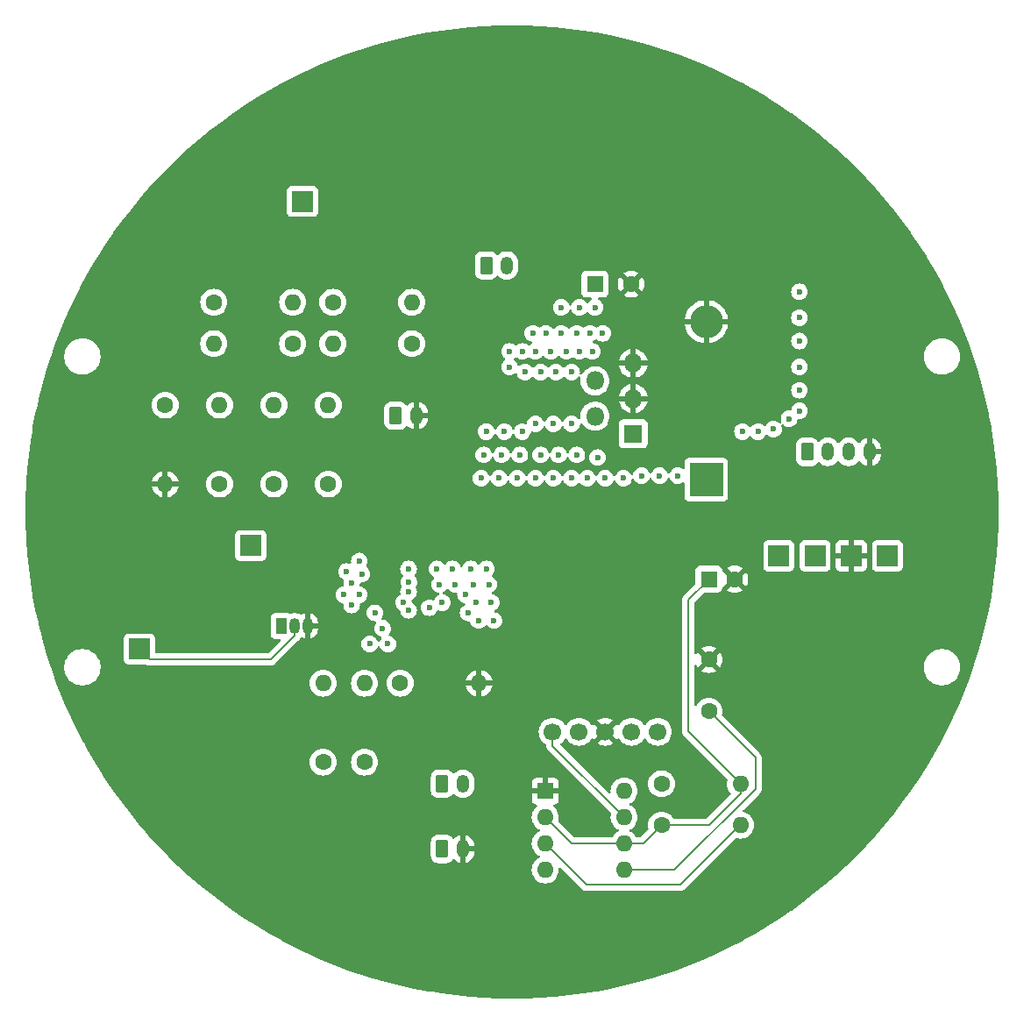
<source format=gbr>
%TF.GenerationSoftware,KiCad,Pcbnew,8.0.5*%
%TF.CreationDate,2025-05-01T20:40:53-04:00*%
%TF.ProjectId,CanSat_Power_Management_Board,43616e53-6174-45f5-906f-7765725f4d61,rev?*%
%TF.SameCoordinates,Original*%
%TF.FileFunction,Copper,L3,Inr*%
%TF.FilePolarity,Positive*%
%FSLAX46Y46*%
G04 Gerber Fmt 4.6, Leading zero omitted, Abs format (unit mm)*
G04 Created by KiCad (PCBNEW 8.0.5) date 2025-05-01 20:40:53*
%MOMM*%
%LPD*%
G01*
G04 APERTURE LIST*
G04 Aperture macros list*
%AMRoundRect*
0 Rectangle with rounded corners*
0 $1 Rounding radius*
0 $2 $3 $4 $5 $6 $7 $8 $9 X,Y pos of 4 corners*
0 Add a 4 corners polygon primitive as box body*
4,1,4,$2,$3,$4,$5,$6,$7,$8,$9,$2,$3,0*
0 Add four circle primitives for the rounded corners*
1,1,$1+$1,$2,$3*
1,1,$1+$1,$4,$5*
1,1,$1+$1,$6,$7*
1,1,$1+$1,$8,$9*
0 Add four rect primitives between the rounded corners*
20,1,$1+$1,$2,$3,$4,$5,0*
20,1,$1+$1,$4,$5,$6,$7,0*
20,1,$1+$1,$6,$7,$8,$9,0*
20,1,$1+$1,$8,$9,$2,$3,0*%
G04 Aperture macros list end*
%TA.AperFunction,ComponentPad*%
%ADD10R,2.000000X2.000000*%
%TD*%
%TA.AperFunction,ComponentPad*%
%ADD11C,1.600000*%
%TD*%
%TA.AperFunction,ComponentPad*%
%ADD12O,1.600000X1.600000*%
%TD*%
%TA.AperFunction,ComponentPad*%
%ADD13R,1.600000X1.600000*%
%TD*%
%TA.AperFunction,ComponentPad*%
%ADD14R,3.200000X3.200000*%
%TD*%
%TA.AperFunction,ComponentPad*%
%ADD15O,3.200000X3.200000*%
%TD*%
%TA.AperFunction,ComponentPad*%
%ADD16RoundRect,0.250000X-0.350000X-0.625000X0.350000X-0.625000X0.350000X0.625000X-0.350000X0.625000X0*%
%TD*%
%TA.AperFunction,ComponentPad*%
%ADD17O,1.200000X1.750000*%
%TD*%
%TA.AperFunction,ComponentPad*%
%ADD18C,1.700000*%
%TD*%
%TA.AperFunction,ComponentPad*%
%ADD19R,1.050000X1.500000*%
%TD*%
%TA.AperFunction,ComponentPad*%
%ADD20O,1.050000X1.500000*%
%TD*%
%TA.AperFunction,ComponentPad*%
%ADD21R,1.800000X1.800000*%
%TD*%
%TA.AperFunction,ComponentPad*%
%ADD22O,1.800000X1.800000*%
%TD*%
%TA.AperFunction,ViaPad*%
%ADD23C,0.600000*%
%TD*%
%TA.AperFunction,Conductor*%
%ADD24C,0.200000*%
%TD*%
G04 APERTURE END LIST*
D10*
%TO.N,/5V*%
%TO.C,TP4*%
X186250000Y-104250000D03*
%TD*%
D11*
%TO.N,Net-(J4-Pin_1)*%
%TO.C,R9*%
X135750000Y-124157500D03*
D12*
%TO.N,Net-(Q1-G)*%
X135750000Y-116537500D03*
%TD*%
D11*
%TO.N,Net-(R1-Pad1)*%
%TO.C,R1*%
X116500000Y-89690000D03*
D12*
%TO.N,GND*%
X116500000Y-97310000D03*
%TD*%
D13*
%TO.N,GND*%
%TO.C,U3*%
X153200000Y-126950000D03*
D12*
%TO.N,Net-(U3-THR)*%
X153200000Y-129490000D03*
%TO.N,Net-(U3-Q)*%
X153200000Y-132030000D03*
%TO.N,/5V*%
X153200000Y-134570000D03*
%TO.N,Net-(U3-CV)*%
X160820000Y-134570000D03*
%TO.N,Net-(U3-THR)*%
X160820000Y-132030000D03*
%TO.N,Net-(BZ1-Aux)*%
X160820000Y-129490000D03*
%TO.N,/5V*%
X160820000Y-126950000D03*
%TD*%
D10*
%TO.N,Net-(Q1-G)*%
%TO.C,TP5*%
X114000000Y-113250000D03*
%TD*%
D11*
%TO.N,GND*%
%TO.C,Cout5*%
X161500000Y-78000000D03*
D13*
%TO.N,3.3V*%
X158000000Y-78000000D03*
%TD*%
D11*
%TO.N,Net-(R5-Pad2)*%
%TO.C,R6*%
X121190000Y-79750000D03*
D12*
%TO.N,ADC*%
X128810000Y-79750000D03*
%TD*%
D14*
%TO.N,/OUT*%
%TO.C,D1*%
X168750000Y-96870000D03*
D15*
%TO.N,GND*%
X168750000Y-81630000D03*
%TD*%
D11*
%TO.N,Net-(U3-CV)*%
%TO.C,C8*%
X169000000Y-119250000D03*
%TO.N,GND*%
X169000000Y-114250000D03*
%TD*%
%TO.N,Net-(J4-Pin_1)*%
%TO.C,R11*%
X131750000Y-124157500D03*
D12*
%TO.N,Net-(Q1-D)*%
X131750000Y-116537500D03*
%TD*%
D11*
%TO.N,Net-(R4-Pad2)*%
%TO.C,R5*%
X128810000Y-83750000D03*
D12*
%TO.N,Net-(R5-Pad2)*%
X121190000Y-83750000D03*
%TD*%
D10*
%TO.N,3.3V*%
%TO.C,TP3*%
X175750000Y-104250000D03*
%TD*%
%TO.N,GND*%
%TO.C,TP7*%
X182750000Y-104250000D03*
%TD*%
D11*
%TO.N,Net-(R7-Pad2)*%
%TO.C,R8*%
X140310000Y-83750000D03*
D12*
%TO.N,7.4V*%
X132690000Y-83750000D03*
%TD*%
D16*
%TO.N,Net-(J4-Pin_2)*%
%TO.C,J5*%
X143250000Y-132550000D03*
D17*
%TO.N,GND*%
X145250000Y-132550000D03*
%TD*%
D18*
%TO.N,Net-(BZ1-Aux)*%
%TO.C,BZ1*%
X153920000Y-121230000D03*
%TO.N,/5V*%
X156460000Y-121230000D03*
%TO.N,GND*%
X159000000Y-121230000D03*
%TO.N,unconnected-(BZ1-B-Pad4)*%
X161540000Y-121230000D03*
%TO.N,unconnected-(BZ1-Pad5)*%
X164080000Y-121230000D03*
%TD*%
D13*
%TO.N,Net-(U3-THR)*%
%TO.C,C9*%
X169000000Y-106500000D03*
D11*
%TO.N,GND*%
X171500000Y-106500000D03*
%TD*%
D16*
%TO.N,3.3V*%
%TO.C,J3*%
X178500000Y-94200000D03*
D17*
%TO.N,7.4V*%
X180500000Y-94200000D03*
%TO.N,ADC*%
X182500000Y-94200000D03*
%TO.N,GND*%
X184500000Y-94200000D03*
%TD*%
D10*
%TO.N,Net-(Q1-D)*%
%TO.C,TP6*%
X124750000Y-103250000D03*
%TD*%
D16*
%TO.N,7.4V*%
%TO.C,J1*%
X147500000Y-76200000D03*
D17*
%TO.N,Net-(J1-Pin_2)*%
X149500000Y-76200000D03*
%TD*%
D19*
%TO.N,Net-(Q1-D)*%
%TO.C,Q1*%
X127710000Y-111000000D03*
D20*
%TO.N,Net-(Q1-G)*%
X128980000Y-111000000D03*
%TO.N,GND*%
X130250000Y-111000000D03*
%TD*%
D21*
%TO.N,7.4V*%
%TO.C,U1*%
X161700000Y-92450000D03*
D22*
%TO.N,/OUT*%
X158000000Y-90750000D03*
%TO.N,GND*%
X161700000Y-89050000D03*
%TO.N,3.3V*%
X158000000Y-87350000D03*
%TO.N,GND*%
X161700000Y-85650000D03*
%TD*%
D11*
%TO.N,/5V*%
%TO.C,R12*%
X164440000Y-126250000D03*
D12*
%TO.N,Net-(U3-THR)*%
X172060000Y-126250000D03*
%TD*%
D11*
%TO.N,Net-(U3-THR)*%
%TO.C,R13*%
X164440000Y-130250000D03*
D12*
%TO.N,Net-(U3-Q)*%
X172060000Y-130250000D03*
%TD*%
D11*
%TO.N,Net-(R2-Pad1)*%
%TO.C,R3*%
X127000000Y-97310000D03*
D12*
%TO.N,Net-(R1-Pad1)*%
X127000000Y-89690000D03*
%TD*%
D11*
%TO.N,Net-(R2-Pad1)*%
%TO.C,R4*%
X132250000Y-97310000D03*
D12*
%TO.N,Net-(R4-Pad2)*%
X132250000Y-89690000D03*
%TD*%
D11*
%TO.N,ADC*%
%TO.C,R7*%
X132690000Y-79750000D03*
D12*
%TO.N,Net-(R7-Pad2)*%
X140310000Y-79750000D03*
%TD*%
D11*
%TO.N,Net-(R2-Pad1)*%
%TO.C,R2*%
X121750000Y-97310000D03*
D12*
%TO.N,Net-(R1-Pad1)*%
X121750000Y-89690000D03*
%TD*%
D11*
%TO.N,Net-(Q1-G)*%
%TO.C,R10*%
X139190000Y-116537500D03*
D12*
%TO.N,GND*%
X146810000Y-116537500D03*
%TD*%
D16*
%TO.N,Net-(J1-Pin_2)*%
%TO.C,J2*%
X138750000Y-90700000D03*
D17*
%TO.N,GND*%
X140750000Y-90700000D03*
%TD*%
D16*
%TO.N,Net-(J4-Pin_1)*%
%TO.C,J4*%
X143250000Y-126250000D03*
D17*
%TO.N,Net-(J4-Pin_2)*%
X145250000Y-126250000D03*
%TD*%
D10*
%TO.N,7.4V*%
%TO.C,TP2*%
X179250000Y-104250000D03*
%TD*%
%TO.N,ADC*%
%TO.C,TP1*%
X129750000Y-70000000D03*
%TD*%
D23*
%TO.N,GND*%
X147250000Y-112250000D03*
X164750000Y-78750000D03*
X167750000Y-85750000D03*
X171750000Y-85750000D03*
X168750000Y-78750000D03*
X165750000Y-79750000D03*
X162750000Y-80750000D03*
X163750000Y-81750000D03*
X169500000Y-84750000D03*
X145250000Y-114250000D03*
X148250000Y-117250000D03*
X166750000Y-84750000D03*
X127500000Y-76250000D03*
X168750000Y-86750000D03*
X169750000Y-87750000D03*
X170750000Y-88750000D03*
X165750000Y-83750000D03*
X147250000Y-114250000D03*
X146250000Y-113250000D03*
X160750000Y-82750000D03*
X143250000Y-114250000D03*
X164750000Y-88750000D03*
X164750000Y-82750000D03*
X144250000Y-115250000D03*
X148250000Y-115250000D03*
X166750000Y-78750000D03*
X171750000Y-81750000D03*
X166750000Y-88750000D03*
X167750000Y-77750000D03*
X172750000Y-86750000D03*
X143500000Y-116250000D03*
X163750000Y-87750000D03*
X161750000Y-83750000D03*
X134000000Y-113250000D03*
X163750000Y-85750000D03*
X173750000Y-83750000D03*
X148250000Y-113250000D03*
X171750000Y-83750000D03*
X145000000Y-117000000D03*
X165750000Y-77750000D03*
X165750000Y-87750000D03*
X164750000Y-86750000D03*
%TO.N,3.3V*%
X155750000Y-86500000D03*
X158750000Y-82750000D03*
X153250000Y-82750000D03*
X157750000Y-84500000D03*
X155250000Y-84500000D03*
X153750000Y-84500000D03*
X149750000Y-84500000D03*
X154250000Y-86500000D03*
X152750000Y-86500000D03*
X158000000Y-80250000D03*
X156500000Y-84500000D03*
X152000000Y-82750000D03*
X149750000Y-86000000D03*
X154750000Y-82750000D03*
X151250000Y-86500000D03*
X156500000Y-80250000D03*
X156250000Y-82750000D03*
X157500000Y-82750000D03*
X152250000Y-84500000D03*
X154750000Y-80250000D03*
X151000000Y-84500000D03*
%TO.N,/5V*%
X146250000Y-107000000D03*
X146000000Y-105500000D03*
X142750000Y-105500000D03*
X148250000Y-110500000D03*
X145500000Y-108000000D03*
X148000000Y-108750000D03*
X144250000Y-105500000D03*
X146750000Y-110500000D03*
X143000000Y-107000000D03*
X143250000Y-108750000D03*
X146500000Y-108750000D03*
X145750000Y-109750000D03*
X147750000Y-107000000D03*
X144500000Y-107000000D03*
X142000000Y-109250000D03*
X147500000Y-105500000D03*
%TO.N,7.4V*%
X172250000Y-92250000D03*
X176750000Y-91000000D03*
X177750000Y-83500000D03*
X173750000Y-92250000D03*
X177750000Y-86000000D03*
X175250000Y-92000000D03*
X177750000Y-78750000D03*
X177750000Y-90250000D03*
X177750000Y-88250000D03*
X177750000Y-81250000D03*
%TO.N,/VIN*%
X134500000Y-109000000D03*
X134500000Y-106906030D03*
X138000000Y-112750000D03*
X136750000Y-109750000D03*
X136250000Y-112750000D03*
X135250000Y-104750000D03*
X135500000Y-106000000D03*
X137500000Y-111250000D03*
X133750000Y-108000000D03*
X134000000Y-105750000D03*
X135250000Y-108000000D03*
%TO.N,/SW*%
X140000000Y-107750000D03*
X140000000Y-105500000D03*
X140025000Y-106787500D03*
X139500000Y-108750000D03*
X140000000Y-109500000D03*
%TO.N,/OUT*%
X149000000Y-94500000D03*
X164250000Y-96500000D03*
X148750000Y-96750000D03*
X166000000Y-96500000D03*
X152750000Y-94500000D03*
X155750000Y-96750000D03*
X151000000Y-92250000D03*
X157250000Y-96750000D03*
X158250000Y-94750000D03*
X160750000Y-96750000D03*
X159000000Y-96750000D03*
X150750000Y-94500000D03*
X147500000Y-92250000D03*
X162500000Y-96500000D03*
X147250000Y-94500000D03*
X155750000Y-91500000D03*
X154000000Y-96750000D03*
X149250000Y-92250000D03*
X156250000Y-94500000D03*
X154500000Y-94500000D03*
X154000000Y-91500000D03*
X152250000Y-96750000D03*
X152250000Y-91500000D03*
X150500000Y-96750000D03*
X147000000Y-96750000D03*
%TD*%
D24*
%TO.N,Net-(BZ1-Aux)*%
X160820000Y-129490000D02*
X153920000Y-122590000D01*
X153920000Y-122590000D02*
X153920000Y-121230000D01*
%TO.N,Net-(U3-CV)*%
X173500000Y-123750000D02*
X173500000Y-124250000D01*
X173500000Y-126750000D02*
X173500000Y-124250000D01*
X165680000Y-134570000D02*
X173500000Y-126750000D01*
X160820000Y-134570000D02*
X165680000Y-134570000D01*
X169000000Y-119250000D02*
X173500000Y-123750000D01*
%TO.N,Net-(U3-THR)*%
X155740000Y-132030000D02*
X153200000Y-129490000D01*
X164440000Y-130250000D02*
X169000000Y-130250000D01*
X160820000Y-132030000D02*
X155740000Y-132030000D01*
X172060000Y-127190000D02*
X172060000Y-126250000D01*
X167000000Y-121190000D02*
X167000000Y-108500000D01*
X162660000Y-132030000D02*
X164440000Y-130250000D01*
X160820000Y-132030000D02*
X162660000Y-132030000D01*
X167000000Y-108500000D02*
X169000000Y-106500000D01*
X169000000Y-130250000D02*
X172060000Y-127190000D01*
X172060000Y-126250000D02*
X167000000Y-121190000D01*
%TO.N,Net-(Q1-G)*%
X128980000Y-111950000D02*
X128980000Y-111000000D01*
X126680000Y-114250000D02*
X128980000Y-111950000D01*
X114000000Y-113250000D02*
X115000000Y-114250000D01*
X115000000Y-114250000D02*
X126680000Y-114250000D01*
%TO.N,Net-(U3-Q)*%
X166250000Y-136000000D02*
X172000000Y-130250000D01*
X153200000Y-132030000D02*
X157170000Y-136000000D01*
X172000000Y-130250000D02*
X172060000Y-130250000D01*
X157170000Y-136000000D02*
X166250000Y-136000000D01*
%TD*%
%TA.AperFunction,Conductor*%
%TO.N,GND*%
G36*
X151365219Y-53020357D02*
G01*
X151368718Y-53020459D01*
X152731033Y-53079939D01*
X152734536Y-53080144D01*
X154094469Y-53179215D01*
X154098054Y-53179528D01*
X155454574Y-53318116D01*
X155458058Y-53318524D01*
X156809979Y-53496508D01*
X156813477Y-53497020D01*
X158159653Y-53714249D01*
X158163073Y-53714852D01*
X159502379Y-53971145D01*
X159505827Y-53971857D01*
X160837081Y-54266990D01*
X160840589Y-54267821D01*
X162162651Y-54601536D01*
X162166096Y-54602459D01*
X163477897Y-54974486D01*
X163481265Y-54975494D01*
X164675262Y-55351959D01*
X164781749Y-55385535D01*
X164785172Y-55386670D01*
X166073065Y-55834322D01*
X166076417Y-55835541D01*
X167350841Y-56320498D01*
X167354166Y-56321819D01*
X168613931Y-56843631D01*
X168617169Y-56845028D01*
X169678843Y-57321421D01*
X169861191Y-57403244D01*
X169864460Y-57404768D01*
X171091756Y-57998947D01*
X171094913Y-58000533D01*
X171787546Y-58361095D01*
X172304354Y-58630129D01*
X172307529Y-58631840D01*
X172985681Y-59010328D01*
X173498217Y-59296383D01*
X173501304Y-59298166D01*
X174672095Y-59997021D01*
X174675122Y-59998888D01*
X174885645Y-60133006D01*
X175825117Y-60731516D01*
X175828118Y-60733489D01*
X176956327Y-61499259D01*
X176959275Y-61501324D01*
X178064737Y-62299587D01*
X178067552Y-62301683D01*
X179149331Y-63131761D01*
X179152124Y-63133969D01*
X179569402Y-63473888D01*
X180209309Y-63995164D01*
X180212072Y-63997483D01*
X181243718Y-64889024D01*
X181246412Y-64891422D01*
X182251672Y-65812574D01*
X182254296Y-65815049D01*
X183232371Y-66765078D01*
X183234921Y-66767628D01*
X184184950Y-67745703D01*
X184187425Y-67748327D01*
X185108577Y-68753587D01*
X185110975Y-68756281D01*
X186002516Y-69787927D01*
X186004835Y-69790690D01*
X186866016Y-70847857D01*
X186868245Y-70850677D01*
X187698308Y-71932436D01*
X187700420Y-71935273D01*
X188242524Y-72685997D01*
X188498671Y-73040718D01*
X188500740Y-73043672D01*
X189266501Y-74171868D01*
X189268483Y-74174882D01*
X190001098Y-75324856D01*
X190002989Y-75327924D01*
X190120616Y-75524983D01*
X190701822Y-76498677D01*
X190703626Y-76501800D01*
X191368159Y-77692470D01*
X191369870Y-77695645D01*
X191999449Y-78905053D01*
X192001068Y-78908276D01*
X192595231Y-80135539D01*
X192596755Y-80138808D01*
X193154955Y-81382793D01*
X193156384Y-81386105D01*
X193678174Y-82645819D01*
X193679506Y-82649171D01*
X194164451Y-83923564D01*
X194165684Y-83926954D01*
X194613329Y-85214827D01*
X194614464Y-85218250D01*
X195024492Y-86518691D01*
X195025526Y-86522147D01*
X195397534Y-87833883D01*
X195398468Y-87837367D01*
X195732177Y-89159409D01*
X195733009Y-89162918D01*
X196028133Y-90494130D01*
X196028862Y-90497663D01*
X196077149Y-90749993D01*
X196283602Y-91828852D01*
X196285135Y-91836860D01*
X196285759Y-91840401D01*
X196317473Y-92036935D01*
X196502973Y-93186486D01*
X196503496Y-93190055D01*
X196681469Y-94541892D01*
X196681888Y-94545474D01*
X196820470Y-95901941D01*
X196820784Y-95905534D01*
X196919852Y-97265413D01*
X196920062Y-97269014D01*
X196979538Y-98631228D01*
X196979643Y-98634834D01*
X196999473Y-99998197D01*
X196999473Y-100001803D01*
X196979643Y-101365165D01*
X196979538Y-101368771D01*
X196920062Y-102730985D01*
X196919852Y-102734586D01*
X196820784Y-104094465D01*
X196820470Y-104098058D01*
X196681888Y-105454525D01*
X196681469Y-105458107D01*
X196503496Y-106809944D01*
X196502973Y-106813513D01*
X196285761Y-108159587D01*
X196285135Y-108163139D01*
X196028862Y-109502336D01*
X196028133Y-109505869D01*
X195733009Y-110837081D01*
X195732177Y-110840590D01*
X195398468Y-112162632D01*
X195397534Y-112166116D01*
X195025526Y-113477852D01*
X195024492Y-113481308D01*
X194614464Y-114781749D01*
X194613329Y-114785172D01*
X194165684Y-116073045D01*
X194164451Y-116076435D01*
X193679506Y-117350828D01*
X193678174Y-117354180D01*
X193156384Y-118613894D01*
X193154955Y-118617206D01*
X192596755Y-119861191D01*
X192595231Y-119864460D01*
X192001068Y-121091723D01*
X191999449Y-121094946D01*
X191369870Y-122304354D01*
X191368159Y-122307529D01*
X190703626Y-123498199D01*
X190701822Y-123501322D01*
X190002991Y-124672073D01*
X190001098Y-124675143D01*
X189268483Y-125825117D01*
X189266501Y-125828131D01*
X188500740Y-126956327D01*
X188498671Y-126959281D01*
X187700441Y-128064698D01*
X187698287Y-128067591D01*
X186868253Y-129149312D01*
X186866016Y-129152142D01*
X186004835Y-130209309D01*
X186002516Y-130212072D01*
X185110975Y-131243718D01*
X185108577Y-131246412D01*
X184187425Y-132251672D01*
X184184950Y-132254296D01*
X183234921Y-133232371D01*
X183232371Y-133234921D01*
X182254296Y-134184950D01*
X182251672Y-134187425D01*
X181246412Y-135108577D01*
X181243718Y-135110975D01*
X180212072Y-136002516D01*
X180209309Y-136004835D01*
X179152142Y-136866016D01*
X179149312Y-136868253D01*
X178067591Y-137698287D01*
X178064698Y-137700441D01*
X176959281Y-138498671D01*
X176956327Y-138500740D01*
X175828131Y-139266501D01*
X175825117Y-139268483D01*
X174675143Y-140001098D01*
X174672073Y-140002991D01*
X173501322Y-140701822D01*
X173498199Y-140703626D01*
X172307529Y-141368159D01*
X172304354Y-141369870D01*
X171094946Y-141999449D01*
X171091723Y-142001068D01*
X169864460Y-142595231D01*
X169861191Y-142596755D01*
X168617206Y-143154955D01*
X168613894Y-143156384D01*
X167354180Y-143678174D01*
X167350828Y-143679506D01*
X166076435Y-144164451D01*
X166073045Y-144165684D01*
X164785172Y-144613329D01*
X164781749Y-144614464D01*
X163481308Y-145024492D01*
X163477852Y-145025526D01*
X162166116Y-145397534D01*
X162162632Y-145398468D01*
X160840590Y-145732177D01*
X160837081Y-145733009D01*
X159505869Y-146028133D01*
X159502336Y-146028862D01*
X158163139Y-146285135D01*
X158159587Y-146285761D01*
X156813513Y-146502973D01*
X156809944Y-146503496D01*
X155458107Y-146681469D01*
X155454525Y-146681888D01*
X154098058Y-146820470D01*
X154094465Y-146820784D01*
X152734586Y-146919852D01*
X152730985Y-146920062D01*
X151368771Y-146979538D01*
X151365165Y-146979643D01*
X150001803Y-146999473D01*
X149998197Y-146999473D01*
X148634834Y-146979643D01*
X148631228Y-146979538D01*
X147269014Y-146920062D01*
X147265413Y-146919852D01*
X145905534Y-146820784D01*
X145901941Y-146820470D01*
X144545474Y-146681888D01*
X144541892Y-146681469D01*
X143190055Y-146503496D01*
X143186486Y-146502973D01*
X142280420Y-146356763D01*
X141840401Y-146285759D01*
X141836871Y-146285137D01*
X141118656Y-146147697D01*
X140497663Y-146028862D01*
X140494130Y-146028133D01*
X139162918Y-145733009D01*
X139159409Y-145732177D01*
X137837367Y-145398468D01*
X137833883Y-145397534D01*
X136522147Y-145025526D01*
X136518691Y-145024492D01*
X135218250Y-144614464D01*
X135214827Y-144613329D01*
X133926954Y-144165684D01*
X133923564Y-144164451D01*
X132649171Y-143679506D01*
X132645819Y-143678174D01*
X131386105Y-143156384D01*
X131382793Y-143154955D01*
X130138808Y-142596755D01*
X130135539Y-142595231D01*
X128908276Y-142001068D01*
X128905053Y-141999449D01*
X127695645Y-141369870D01*
X127692470Y-141368159D01*
X126501800Y-140703626D01*
X126498677Y-140701822D01*
X125327926Y-140002991D01*
X125324856Y-140001098D01*
X124174882Y-139268483D01*
X124171868Y-139266501D01*
X123043672Y-138500740D01*
X123040718Y-138498671D01*
X122710338Y-138260101D01*
X121935273Y-137700420D01*
X121932436Y-137698308D01*
X120850677Y-136868245D01*
X120847857Y-136866016D01*
X120521915Y-136600500D01*
X119790690Y-136004835D01*
X119787927Y-136002516D01*
X118756281Y-135110975D01*
X118753587Y-135108577D01*
X117748327Y-134187425D01*
X117745703Y-134184950D01*
X116833616Y-133299017D01*
X116767625Y-133234918D01*
X116765078Y-133232371D01*
X115815049Y-132254296D01*
X115812574Y-132251672D01*
X115467402Y-131874983D01*
X142149500Y-131874983D01*
X142149500Y-133225001D01*
X142149501Y-133225018D01*
X142160000Y-133327796D01*
X142160001Y-133327799D01*
X142196992Y-133439429D01*
X142215186Y-133494334D01*
X142307288Y-133643656D01*
X142431344Y-133767712D01*
X142580666Y-133859814D01*
X142747203Y-133914999D01*
X142849991Y-133925500D01*
X143650008Y-133925499D01*
X143650016Y-133925498D01*
X143650019Y-133925498D01*
X143706302Y-133919748D01*
X143752797Y-133914999D01*
X143919334Y-133859814D01*
X144068656Y-133767712D01*
X144192712Y-133643656D01*
X144232581Y-133579016D01*
X144284525Y-133532294D01*
X144353488Y-133521071D01*
X144417570Y-133548914D01*
X144425799Y-133556434D01*
X144533397Y-133664032D01*
X144673475Y-133765804D01*
X144827744Y-133844408D01*
X144992415Y-133897914D01*
X144992414Y-133897914D01*
X144999999Y-133899115D01*
X145000000Y-133899114D01*
X145000000Y-132830330D01*
X145019745Y-132850075D01*
X145105255Y-132899444D01*
X145200630Y-132925000D01*
X145299370Y-132925000D01*
X145394745Y-132899444D01*
X145480255Y-132850075D01*
X145500000Y-132830330D01*
X145500000Y-133899115D01*
X145507584Y-133897914D01*
X145672255Y-133844408D01*
X145826524Y-133765804D01*
X145966602Y-133664032D01*
X146089032Y-133541602D01*
X146190804Y-133401524D01*
X146269408Y-133247257D01*
X146322914Y-133082584D01*
X146350000Y-132911571D01*
X146350000Y-132800000D01*
X145530330Y-132800000D01*
X145550075Y-132780255D01*
X145599444Y-132694745D01*
X145625000Y-132599370D01*
X145625000Y-132500630D01*
X145599444Y-132405255D01*
X145550075Y-132319745D01*
X145530330Y-132300000D01*
X146350000Y-132300000D01*
X146350000Y-132188428D01*
X146322914Y-132017415D01*
X146269408Y-131852742D01*
X146190804Y-131698475D01*
X146089032Y-131558397D01*
X145966602Y-131435967D01*
X145826524Y-131334195D01*
X145672257Y-131255591D01*
X145507589Y-131202087D01*
X145507581Y-131202085D01*
X145500000Y-131200884D01*
X145500000Y-132269670D01*
X145480255Y-132249925D01*
X145394745Y-132200556D01*
X145299370Y-132175000D01*
X145200630Y-132175000D01*
X145105255Y-132200556D01*
X145019745Y-132249925D01*
X145000000Y-132269670D01*
X145000000Y-131200884D01*
X144999999Y-131200884D01*
X144992418Y-131202085D01*
X144992410Y-131202087D01*
X144827742Y-131255591D01*
X144673475Y-131334195D01*
X144533401Y-131435964D01*
X144425799Y-131543566D01*
X144364476Y-131577050D01*
X144294784Y-131572066D01*
X144238851Y-131530194D01*
X144232585Y-131520988D01*
X144192712Y-131456344D01*
X144068656Y-131332288D01*
X143944310Y-131255591D01*
X143919336Y-131240187D01*
X143919331Y-131240185D01*
X143917862Y-131239698D01*
X143752797Y-131185001D01*
X143752795Y-131185000D01*
X143650010Y-131174500D01*
X142849998Y-131174500D01*
X142849980Y-131174501D01*
X142747203Y-131185000D01*
X142747200Y-131185001D01*
X142580668Y-131240185D01*
X142580663Y-131240187D01*
X142431342Y-131332289D01*
X142307289Y-131456342D01*
X142215187Y-131605663D01*
X142215186Y-131605666D01*
X142160001Y-131772203D01*
X142160001Y-131772204D01*
X142160000Y-131772204D01*
X142149500Y-131874983D01*
X115467402Y-131874983D01*
X114891422Y-131246412D01*
X114889024Y-131243718D01*
X114568118Y-130872382D01*
X113997478Y-130212066D01*
X113995164Y-130209309D01*
X113940930Y-130142732D01*
X113409205Y-129489998D01*
X151894532Y-129489998D01*
X151894532Y-129490001D01*
X151914364Y-129716686D01*
X151914366Y-129716697D01*
X151973258Y-129936488D01*
X151973261Y-129936497D01*
X152069431Y-130142732D01*
X152069432Y-130142734D01*
X152199954Y-130329141D01*
X152360858Y-130490045D01*
X152360861Y-130490047D01*
X152547266Y-130620568D01*
X152593405Y-130642083D01*
X152605275Y-130647618D01*
X152657714Y-130693791D01*
X152676866Y-130760984D01*
X152656650Y-130827865D01*
X152605275Y-130872382D01*
X152547267Y-130899431D01*
X152547265Y-130899432D01*
X152360858Y-131029954D01*
X152199954Y-131190858D01*
X152069432Y-131377265D01*
X152069431Y-131377267D01*
X151973261Y-131583502D01*
X151973258Y-131583511D01*
X151914366Y-131803302D01*
X151914364Y-131803313D01*
X151894532Y-132029998D01*
X151894532Y-132030001D01*
X151914364Y-132256686D01*
X151914366Y-132256697D01*
X151973258Y-132476488D01*
X151973261Y-132476497D01*
X152069431Y-132682732D01*
X152069432Y-132682734D01*
X152199954Y-132869141D01*
X152360858Y-133030045D01*
X152360861Y-133030047D01*
X152547266Y-133160568D01*
X152605275Y-133187618D01*
X152657714Y-133233791D01*
X152676866Y-133300984D01*
X152656650Y-133367865D01*
X152605275Y-133412382D01*
X152547267Y-133439431D01*
X152547265Y-133439432D01*
X152360858Y-133569954D01*
X152199954Y-133730858D01*
X152069432Y-133917265D01*
X152069431Y-133917267D01*
X151973261Y-134123502D01*
X151973258Y-134123511D01*
X151914366Y-134343302D01*
X151914364Y-134343313D01*
X151894532Y-134569998D01*
X151894532Y-134570001D01*
X151914364Y-134796686D01*
X151914366Y-134796697D01*
X151973258Y-135016488D01*
X151973261Y-135016497D01*
X152069431Y-135222732D01*
X152069432Y-135222734D01*
X152199954Y-135409141D01*
X152360858Y-135570045D01*
X152360861Y-135570047D01*
X152547266Y-135700568D01*
X152753504Y-135796739D01*
X152973308Y-135855635D01*
X153135230Y-135869801D01*
X153199998Y-135875468D01*
X153200000Y-135875468D01*
X153200002Y-135875468D01*
X153256673Y-135870509D01*
X153426692Y-135855635D01*
X153646496Y-135796739D01*
X153852734Y-135700568D01*
X154039139Y-135570047D01*
X154200047Y-135409139D01*
X154330568Y-135222734D01*
X154426739Y-135016496D01*
X154485635Y-134796692D01*
X154505468Y-134570000D01*
X154498219Y-134487149D01*
X154511985Y-134418652D01*
X154560600Y-134368469D01*
X154628628Y-134352535D01*
X154694472Y-134375910D01*
X154709428Y-134388663D01*
X156685139Y-136364374D01*
X156685149Y-136364385D01*
X156689479Y-136368715D01*
X156689480Y-136368716D01*
X156801284Y-136480520D01*
X156880254Y-136526112D01*
X156888095Y-136530639D01*
X156888097Y-136530641D01*
X156926151Y-136552611D01*
X156938215Y-136559577D01*
X157090943Y-136600501D01*
X157090946Y-136600501D01*
X157256653Y-136600501D01*
X157256669Y-136600500D01*
X166163331Y-136600500D01*
X166163347Y-136600501D01*
X166170943Y-136600501D01*
X166329054Y-136600501D01*
X166329057Y-136600501D01*
X166481785Y-136559577D01*
X166531904Y-136530639D01*
X166618716Y-136480520D01*
X166730520Y-136368716D01*
X166730520Y-136368714D01*
X166740728Y-136358507D01*
X166740730Y-136358504D01*
X171569974Y-131529259D01*
X171631295Y-131495776D01*
X171689742Y-131497166D01*
X171833308Y-131535635D01*
X171995230Y-131549801D01*
X172059998Y-131555468D01*
X172060000Y-131555468D01*
X172060002Y-131555468D01*
X172116673Y-131550509D01*
X172286692Y-131535635D01*
X172506496Y-131476739D01*
X172712734Y-131380568D01*
X172899139Y-131250047D01*
X173060047Y-131089139D01*
X173190568Y-130902734D01*
X173286739Y-130696496D01*
X173345635Y-130476692D01*
X173365468Y-130250000D01*
X173345635Y-130023308D01*
X173286739Y-129803504D01*
X173190568Y-129597266D01*
X173060047Y-129410861D01*
X173060045Y-129410858D01*
X172899141Y-129249954D01*
X172712734Y-129119432D01*
X172712732Y-129119431D01*
X172506497Y-129023261D01*
X172506491Y-129023259D01*
X172374408Y-128987868D01*
X172314748Y-128951503D01*
X172284219Y-128888656D01*
X172292514Y-128819280D01*
X172318818Y-128780415D01*
X173858506Y-127240728D01*
X173858511Y-127240724D01*
X173868714Y-127230520D01*
X173868716Y-127230520D01*
X173980520Y-127118716D01*
X174034131Y-127025858D01*
X174059577Y-126981785D01*
X174100500Y-126829057D01*
X174100500Y-126670943D01*
X174100500Y-124170943D01*
X174100500Y-123839059D01*
X174100501Y-123839046D01*
X174100501Y-123670945D01*
X174100501Y-123670943D01*
X174059577Y-123518215D01*
X174044891Y-123492780D01*
X174024832Y-123458035D01*
X174024832Y-123458034D01*
X173980524Y-123381290D01*
X173980521Y-123381286D01*
X173980520Y-123381284D01*
X173868716Y-123269480D01*
X173868715Y-123269479D01*
X173864385Y-123265149D01*
X173864374Y-123265139D01*
X170291941Y-119692706D01*
X170258456Y-119631383D01*
X170259847Y-119572931D01*
X170285635Y-119476692D01*
X170305468Y-119250000D01*
X170285635Y-119023308D01*
X170226739Y-118803504D01*
X170130568Y-118597266D01*
X170000047Y-118410861D01*
X170000045Y-118410858D01*
X169839141Y-118249954D01*
X169652734Y-118119432D01*
X169652732Y-118119431D01*
X169446497Y-118023261D01*
X169446488Y-118023258D01*
X169226697Y-117964366D01*
X169226693Y-117964365D01*
X169226692Y-117964365D01*
X169226691Y-117964364D01*
X169226686Y-117964364D01*
X169000002Y-117944532D01*
X168999998Y-117944532D01*
X168773313Y-117964364D01*
X168773302Y-117964366D01*
X168553511Y-118023258D01*
X168553502Y-118023261D01*
X168347267Y-118119431D01*
X168347265Y-118119432D01*
X168160858Y-118249954D01*
X167999954Y-118410858D01*
X167869432Y-118597265D01*
X167869431Y-118597267D01*
X167836882Y-118667069D01*
X167790709Y-118719508D01*
X167723515Y-118738660D01*
X167656634Y-118718444D01*
X167611300Y-118665278D01*
X167600500Y-118614664D01*
X167600500Y-114884153D01*
X167620185Y-114817114D01*
X167672989Y-114771359D01*
X167742147Y-114761415D01*
X167805703Y-114790440D01*
X167836882Y-114831749D01*
X167869863Y-114902478D01*
X167920974Y-114975472D01*
X168600000Y-114296446D01*
X168600000Y-114302661D01*
X168627259Y-114404394D01*
X168679920Y-114495606D01*
X168754394Y-114570080D01*
X168845606Y-114622741D01*
X168947339Y-114650000D01*
X168953553Y-114650000D01*
X168274526Y-115329025D01*
X168347513Y-115380132D01*
X168347521Y-115380136D01*
X168553668Y-115476264D01*
X168553682Y-115476269D01*
X168773389Y-115535139D01*
X168773400Y-115535141D01*
X168999998Y-115554966D01*
X169000002Y-115554966D01*
X169226599Y-115535141D01*
X169226610Y-115535139D01*
X169446317Y-115476269D01*
X169446331Y-115476264D01*
X169652478Y-115380136D01*
X169725471Y-115329024D01*
X169046447Y-114650000D01*
X169052661Y-114650000D01*
X169154394Y-114622741D01*
X169245606Y-114570080D01*
X169320080Y-114495606D01*
X169372741Y-114404394D01*
X169400000Y-114302661D01*
X169400000Y-114296447D01*
X170079024Y-114975471D01*
X170130136Y-114902478D01*
X170138166Y-114885258D01*
X189749500Y-114885258D01*
X189749500Y-115114741D01*
X189767554Y-115251864D01*
X189779452Y-115342238D01*
X189796787Y-115406932D01*
X189838842Y-115563887D01*
X189926650Y-115775876D01*
X189926657Y-115775890D01*
X190041392Y-115974617D01*
X190181081Y-116156661D01*
X190181089Y-116156670D01*
X190343330Y-116318911D01*
X190343338Y-116318918D01*
X190525382Y-116458607D01*
X190525385Y-116458608D01*
X190525388Y-116458611D01*
X190724112Y-116573344D01*
X190724117Y-116573346D01*
X190724123Y-116573349D01*
X190815480Y-116611190D01*
X190936113Y-116661158D01*
X191157762Y-116720548D01*
X191385266Y-116750500D01*
X191385273Y-116750500D01*
X191614727Y-116750500D01*
X191614734Y-116750500D01*
X191842238Y-116720548D01*
X192063887Y-116661158D01*
X192275888Y-116573344D01*
X192474612Y-116458611D01*
X192656661Y-116318919D01*
X192656665Y-116318914D01*
X192656670Y-116318911D01*
X192818911Y-116156670D01*
X192818914Y-116156665D01*
X192818919Y-116156661D01*
X192958611Y-115974612D01*
X193073344Y-115775888D01*
X193161158Y-115563887D01*
X193220548Y-115342238D01*
X193250500Y-115114734D01*
X193250500Y-114885266D01*
X193250353Y-114884153D01*
X193240535Y-114809576D01*
X193220548Y-114657762D01*
X193161158Y-114436113D01*
X193084068Y-114250002D01*
X193073349Y-114224123D01*
X193073346Y-114224117D01*
X193073344Y-114224112D01*
X192958611Y-114025388D01*
X192958608Y-114025385D01*
X192958607Y-114025382D01*
X192818918Y-113843338D01*
X192818911Y-113843330D01*
X192656670Y-113681089D01*
X192656661Y-113681081D01*
X192474617Y-113541392D01*
X192275890Y-113426657D01*
X192275876Y-113426650D01*
X192063887Y-113338842D01*
X191842238Y-113279452D01*
X191804215Y-113274446D01*
X191614741Y-113249500D01*
X191614734Y-113249500D01*
X191385266Y-113249500D01*
X191385258Y-113249500D01*
X191168715Y-113278009D01*
X191157762Y-113279452D01*
X191064076Y-113304554D01*
X190936112Y-113338842D01*
X190724123Y-113426650D01*
X190724109Y-113426657D01*
X190525382Y-113541392D01*
X190343338Y-113681081D01*
X190181081Y-113843338D01*
X190041392Y-114025382D01*
X189926657Y-114224109D01*
X189926650Y-114224123D01*
X189838842Y-114436112D01*
X189779453Y-114657759D01*
X189779451Y-114657770D01*
X189749500Y-114885258D01*
X170138166Y-114885258D01*
X170226264Y-114696331D01*
X170226269Y-114696317D01*
X170285139Y-114476610D01*
X170285141Y-114476599D01*
X170304966Y-114250002D01*
X170304966Y-114249997D01*
X170285141Y-114023400D01*
X170285139Y-114023389D01*
X170226269Y-113803682D01*
X170226264Y-113803668D01*
X170130136Y-113597521D01*
X170130132Y-113597513D01*
X170079025Y-113524526D01*
X169400000Y-114203551D01*
X169400000Y-114197339D01*
X169372741Y-114095606D01*
X169320080Y-114004394D01*
X169245606Y-113929920D01*
X169154394Y-113877259D01*
X169052661Y-113850000D01*
X169046448Y-113850000D01*
X169725472Y-113170974D01*
X169652478Y-113119863D01*
X169446331Y-113023735D01*
X169446317Y-113023730D01*
X169226610Y-112964860D01*
X169226599Y-112964858D01*
X169000002Y-112945034D01*
X168999998Y-112945034D01*
X168773400Y-112964858D01*
X168773389Y-112964860D01*
X168553682Y-113023730D01*
X168553673Y-113023734D01*
X168347516Y-113119866D01*
X168347512Y-113119868D01*
X168274526Y-113170973D01*
X168274526Y-113170974D01*
X168953553Y-113850000D01*
X168947339Y-113850000D01*
X168845606Y-113877259D01*
X168754394Y-113929920D01*
X168679920Y-114004394D01*
X168627259Y-114095606D01*
X168600000Y-114197339D01*
X168600000Y-114203552D01*
X167920974Y-113524526D01*
X167920973Y-113524526D01*
X167869868Y-113597512D01*
X167869866Y-113597517D01*
X167836882Y-113668251D01*
X167790709Y-113720690D01*
X167723516Y-113739842D01*
X167656635Y-113719626D01*
X167611300Y-113666460D01*
X167600500Y-113615846D01*
X167600500Y-108800096D01*
X167620185Y-108733057D01*
X167636815Y-108712419D01*
X168512416Y-107836817D01*
X168573739Y-107803333D01*
X168600097Y-107800499D01*
X169847871Y-107800499D01*
X169847872Y-107800499D01*
X169907483Y-107794091D01*
X170042331Y-107743796D01*
X170157546Y-107657546D01*
X170243796Y-107542331D01*
X170294091Y-107407483D01*
X170300500Y-107347873D01*
X170300499Y-107347845D01*
X170300678Y-107344547D01*
X170302183Y-107344627D01*
X170320112Y-107283326D01*
X170372868Y-107237514D01*
X170416465Y-107229981D01*
X171100000Y-106546446D01*
X171100000Y-106552661D01*
X171127259Y-106654394D01*
X171179920Y-106745606D01*
X171254394Y-106820080D01*
X171345606Y-106872741D01*
X171447339Y-106900000D01*
X171453553Y-106900000D01*
X170774526Y-107579025D01*
X170847513Y-107630132D01*
X170847521Y-107630136D01*
X171053668Y-107726264D01*
X171053682Y-107726269D01*
X171273389Y-107785139D01*
X171273400Y-107785141D01*
X171499998Y-107804966D01*
X171500002Y-107804966D01*
X171726599Y-107785141D01*
X171726610Y-107785139D01*
X171946317Y-107726269D01*
X171946331Y-107726264D01*
X172152478Y-107630136D01*
X172225471Y-107579024D01*
X171546447Y-106900000D01*
X171552661Y-106900000D01*
X171654394Y-106872741D01*
X171745606Y-106820080D01*
X171820080Y-106745606D01*
X171872741Y-106654394D01*
X171900000Y-106552661D01*
X171900000Y-106546447D01*
X172579024Y-107225471D01*
X172630136Y-107152478D01*
X172726264Y-106946331D01*
X172726269Y-106946317D01*
X172785139Y-106726610D01*
X172785141Y-106726599D01*
X172804966Y-106500002D01*
X172804966Y-106499997D01*
X172785141Y-106273400D01*
X172785139Y-106273389D01*
X172726269Y-106053682D01*
X172726264Y-106053668D01*
X172630136Y-105847521D01*
X172630132Y-105847513D01*
X172579025Y-105774526D01*
X171900000Y-106453551D01*
X171900000Y-106447339D01*
X171872741Y-106345606D01*
X171820080Y-106254394D01*
X171745606Y-106179920D01*
X171654394Y-106127259D01*
X171552661Y-106100000D01*
X171546448Y-106100000D01*
X172225472Y-105420974D01*
X172152478Y-105369863D01*
X171946331Y-105273735D01*
X171946317Y-105273730D01*
X171726610Y-105214860D01*
X171726599Y-105214858D01*
X171500002Y-105195034D01*
X171499998Y-105195034D01*
X171273400Y-105214858D01*
X171273389Y-105214860D01*
X171053682Y-105273730D01*
X171053673Y-105273734D01*
X170847516Y-105369866D01*
X170847512Y-105369868D01*
X170774526Y-105420973D01*
X170774526Y-105420974D01*
X171453553Y-106100000D01*
X171447339Y-106100000D01*
X171345606Y-106127259D01*
X171254394Y-106179920D01*
X171179920Y-106254394D01*
X171127259Y-106345606D01*
X171100000Y-106447339D01*
X171100000Y-106453552D01*
X170415799Y-105769351D01*
X170366805Y-105759505D01*
X170316622Y-105710889D01*
X170301981Y-105655366D01*
X170300900Y-105655423D01*
X170300854Y-105655429D01*
X170300853Y-105655426D01*
X170300676Y-105655436D01*
X170300499Y-105652135D01*
X170300499Y-105652128D01*
X170294091Y-105592517D01*
X170285972Y-105570750D01*
X170243797Y-105457671D01*
X170243793Y-105457664D01*
X170157547Y-105342455D01*
X170157544Y-105342452D01*
X170042335Y-105256206D01*
X170042328Y-105256202D01*
X169907482Y-105205908D01*
X169907483Y-105205908D01*
X169847883Y-105199501D01*
X169847881Y-105199500D01*
X169847873Y-105199500D01*
X169847864Y-105199500D01*
X168152129Y-105199500D01*
X168152123Y-105199501D01*
X168092516Y-105205908D01*
X167957671Y-105256202D01*
X167957664Y-105256206D01*
X167842455Y-105342452D01*
X167842452Y-105342455D01*
X167756206Y-105457664D01*
X167756202Y-105457671D01*
X167705908Y-105592517D01*
X167699677Y-105650478D01*
X167699501Y-105652123D01*
X167699500Y-105652135D01*
X167699500Y-106899902D01*
X167679815Y-106966941D01*
X167663181Y-106987583D01*
X166519481Y-108131282D01*
X166519479Y-108131284D01*
X166501089Y-108163139D01*
X166488739Y-108184530D01*
X166440423Y-108268215D01*
X166399499Y-108420943D01*
X166399499Y-108420945D01*
X166399499Y-108589046D01*
X166399500Y-108589059D01*
X166399500Y-121103330D01*
X166399499Y-121103348D01*
X166399499Y-121269054D01*
X166399498Y-121269054D01*
X166440424Y-121421789D01*
X166440425Y-121421790D01*
X166441120Y-121422993D01*
X166465609Y-121465408D01*
X166519479Y-121558714D01*
X166519481Y-121558717D01*
X166638349Y-121677585D01*
X166638355Y-121677590D01*
X170768058Y-125807293D01*
X170801543Y-125868616D01*
X170800152Y-125927067D01*
X170774366Y-126023302D01*
X170774364Y-126023313D01*
X170754532Y-126249998D01*
X170754532Y-126250001D01*
X170774364Y-126476686D01*
X170774366Y-126476697D01*
X170833258Y-126696488D01*
X170833261Y-126696497D01*
X170929431Y-126902732D01*
X170929432Y-126902734D01*
X171059954Y-127089141D01*
X171098107Y-127127294D01*
X171131592Y-127188617D01*
X171126608Y-127258309D01*
X171098107Y-127302656D01*
X168787584Y-129613181D01*
X168726261Y-129646666D01*
X168699903Y-129649500D01*
X165671692Y-129649500D01*
X165604653Y-129629815D01*
X165570119Y-129596625D01*
X165440047Y-129410861D01*
X165440045Y-129410858D01*
X165279141Y-129249954D01*
X165092734Y-129119432D01*
X165092732Y-129119431D01*
X164886497Y-129023261D01*
X164886488Y-129023258D01*
X164666697Y-128964366D01*
X164666693Y-128964365D01*
X164666692Y-128964365D01*
X164666691Y-128964364D01*
X164666686Y-128964364D01*
X164440002Y-128944532D01*
X164439998Y-128944532D01*
X164213313Y-128964364D01*
X164213302Y-128964366D01*
X163993511Y-129023258D01*
X163993502Y-129023261D01*
X163787267Y-129119431D01*
X163787265Y-129119432D01*
X163600858Y-129249954D01*
X163439954Y-129410858D01*
X163309432Y-129597265D01*
X163309431Y-129597267D01*
X163213261Y-129803502D01*
X163213258Y-129803511D01*
X163154366Y-130023302D01*
X163154364Y-130023313D01*
X163134532Y-130249998D01*
X163134532Y-130250001D01*
X163154364Y-130476686D01*
X163154366Y-130476697D01*
X163180152Y-130572931D01*
X163178489Y-130642781D01*
X163148058Y-130692705D01*
X162447584Y-131393181D01*
X162386261Y-131426666D01*
X162359903Y-131429500D01*
X162051692Y-131429500D01*
X161984653Y-131409815D01*
X161950119Y-131376625D01*
X161835064Y-131212308D01*
X161820045Y-131190858D01*
X161659141Y-131029954D01*
X161472734Y-130899432D01*
X161472728Y-130899429D01*
X161414725Y-130872382D01*
X161362285Y-130826210D01*
X161343133Y-130759017D01*
X161363348Y-130692135D01*
X161414725Y-130647618D01*
X161426595Y-130642083D01*
X161472734Y-130620568D01*
X161659139Y-130490047D01*
X161820047Y-130329139D01*
X161950568Y-130142734D01*
X162046739Y-129936496D01*
X162105635Y-129716692D01*
X162125468Y-129490000D01*
X162105635Y-129263308D01*
X162046739Y-129043504D01*
X161950568Y-128837266D01*
X161820047Y-128650861D01*
X161820045Y-128650858D01*
X161659141Y-128489954D01*
X161472734Y-128359432D01*
X161472728Y-128359429D01*
X161414725Y-128332382D01*
X161362285Y-128286210D01*
X161343133Y-128219017D01*
X161363348Y-128152135D01*
X161414725Y-128107618D01*
X161415643Y-128107190D01*
X161472734Y-128080568D01*
X161659139Y-127950047D01*
X161820047Y-127789139D01*
X161950568Y-127602734D01*
X162046739Y-127396496D01*
X162105635Y-127176692D01*
X162124785Y-126957806D01*
X162125468Y-126950001D01*
X162125468Y-126949998D01*
X162105635Y-126723313D01*
X162105635Y-126723308D01*
X162046739Y-126503504D01*
X161950568Y-126297266D01*
X161917471Y-126249998D01*
X163134532Y-126249998D01*
X163134532Y-126250001D01*
X163154364Y-126476686D01*
X163154366Y-126476697D01*
X163213258Y-126696488D01*
X163213261Y-126696497D01*
X163309431Y-126902732D01*
X163309432Y-126902734D01*
X163439954Y-127089141D01*
X163600858Y-127250045D01*
X163600861Y-127250047D01*
X163787266Y-127380568D01*
X163993504Y-127476739D01*
X164213308Y-127535635D01*
X164375230Y-127549801D01*
X164439998Y-127555468D01*
X164440000Y-127555468D01*
X164440002Y-127555468D01*
X164496673Y-127550509D01*
X164666692Y-127535635D01*
X164886496Y-127476739D01*
X165092734Y-127380568D01*
X165279139Y-127250047D01*
X165440047Y-127089139D01*
X165570568Y-126902734D01*
X165666739Y-126696496D01*
X165725635Y-126476692D01*
X165745468Y-126250000D01*
X165725635Y-126023308D01*
X165666739Y-125803504D01*
X165570568Y-125597266D01*
X165440047Y-125410861D01*
X165440045Y-125410858D01*
X165279141Y-125249954D01*
X165092734Y-125119432D01*
X165092732Y-125119431D01*
X164886497Y-125023261D01*
X164886488Y-125023258D01*
X164666697Y-124964366D01*
X164666693Y-124964365D01*
X164666692Y-124964365D01*
X164666691Y-124964364D01*
X164666686Y-124964364D01*
X164440002Y-124944532D01*
X164439998Y-124944532D01*
X164213313Y-124964364D01*
X164213302Y-124964366D01*
X163993511Y-125023258D01*
X163993502Y-125023261D01*
X163787267Y-125119431D01*
X163787265Y-125119432D01*
X163600858Y-125249954D01*
X163439954Y-125410858D01*
X163309432Y-125597265D01*
X163309431Y-125597267D01*
X163213261Y-125803502D01*
X163213258Y-125803511D01*
X163154366Y-126023302D01*
X163154364Y-126023313D01*
X163134532Y-126249998D01*
X161917471Y-126249998D01*
X161820047Y-126110861D01*
X161820045Y-126110858D01*
X161659141Y-125949954D01*
X161472734Y-125819432D01*
X161472732Y-125819431D01*
X161266497Y-125723261D01*
X161266488Y-125723258D01*
X161046697Y-125664366D01*
X161046693Y-125664365D01*
X161046692Y-125664365D01*
X161046691Y-125664364D01*
X161046686Y-125664364D01*
X160820002Y-125644532D01*
X160819998Y-125644532D01*
X160593313Y-125664364D01*
X160593302Y-125664366D01*
X160373511Y-125723258D01*
X160373502Y-125723261D01*
X160167267Y-125819431D01*
X160167265Y-125819432D01*
X159980858Y-125949954D01*
X159819954Y-126110858D01*
X159689432Y-126297265D01*
X159689431Y-126297267D01*
X159593261Y-126503502D01*
X159593258Y-126503511D01*
X159534366Y-126723302D01*
X159534364Y-126723313D01*
X159514532Y-126949998D01*
X159514532Y-126950001D01*
X159521780Y-127032847D01*
X159508013Y-127101347D01*
X159459398Y-127151530D01*
X159391369Y-127167463D01*
X159325526Y-127144088D01*
X159310571Y-127131335D01*
X154693760Y-122514525D01*
X154660275Y-122453202D01*
X154665259Y-122383510D01*
X154707131Y-122327577D01*
X154710265Y-122325306D01*
X154791401Y-122268495D01*
X154958495Y-122101401D01*
X155088425Y-121915842D01*
X155143002Y-121872217D01*
X155212500Y-121865023D01*
X155274855Y-121896546D01*
X155291575Y-121915842D01*
X155421500Y-122101395D01*
X155421505Y-122101401D01*
X155588599Y-122268495D01*
X155669679Y-122325268D01*
X155782165Y-122404032D01*
X155782167Y-122404033D01*
X155782170Y-122404035D01*
X155996337Y-122503903D01*
X156224592Y-122565063D01*
X156412918Y-122581539D01*
X156459999Y-122585659D01*
X156460000Y-122585659D01*
X156460001Y-122585659D01*
X156499234Y-122582226D01*
X156695408Y-122565063D01*
X156923663Y-122503903D01*
X157137830Y-122404035D01*
X157331401Y-122268495D01*
X157498495Y-122101401D01*
X157628732Y-121915403D01*
X157683307Y-121871780D01*
X157752805Y-121864586D01*
X157815160Y-121896109D01*
X157831880Y-121915405D01*
X157885073Y-121991373D01*
X158517037Y-121359409D01*
X158534075Y-121422993D01*
X158599901Y-121537007D01*
X158692993Y-121630099D01*
X158807007Y-121695925D01*
X158870590Y-121712962D01*
X158238625Y-122344925D01*
X158322421Y-122403599D01*
X158536507Y-122503429D01*
X158536516Y-122503433D01*
X158764673Y-122564567D01*
X158764684Y-122564569D01*
X158999998Y-122585157D01*
X159000002Y-122585157D01*
X159235315Y-122564569D01*
X159235326Y-122564567D01*
X159463483Y-122503433D01*
X159463492Y-122503429D01*
X159677578Y-122403600D01*
X159677582Y-122403598D01*
X159761373Y-122344926D01*
X159761373Y-122344925D01*
X159129409Y-121712962D01*
X159192993Y-121695925D01*
X159307007Y-121630099D01*
X159400099Y-121537007D01*
X159465925Y-121422993D01*
X159482962Y-121359410D01*
X160114925Y-121991373D01*
X160168119Y-121915405D01*
X160222696Y-121871781D01*
X160292195Y-121864588D01*
X160354549Y-121896110D01*
X160371269Y-121915405D01*
X160501505Y-122101401D01*
X160668599Y-122268495D01*
X160749679Y-122325268D01*
X160862165Y-122404032D01*
X160862167Y-122404033D01*
X160862170Y-122404035D01*
X161076337Y-122503903D01*
X161304592Y-122565063D01*
X161492918Y-122581539D01*
X161539999Y-122585659D01*
X161540000Y-122585659D01*
X161540001Y-122585659D01*
X161579234Y-122582226D01*
X161775408Y-122565063D01*
X162003663Y-122503903D01*
X162217830Y-122404035D01*
X162411401Y-122268495D01*
X162578495Y-122101401D01*
X162708425Y-121915842D01*
X162763002Y-121872217D01*
X162832500Y-121865023D01*
X162894855Y-121896546D01*
X162911575Y-121915842D01*
X163041500Y-122101395D01*
X163041505Y-122101401D01*
X163208599Y-122268495D01*
X163289679Y-122325268D01*
X163402165Y-122404032D01*
X163402167Y-122404033D01*
X163402170Y-122404035D01*
X163616337Y-122503903D01*
X163844592Y-122565063D01*
X164032918Y-122581539D01*
X164079999Y-122585659D01*
X164080000Y-122585659D01*
X164080001Y-122585659D01*
X164119234Y-122582226D01*
X164315408Y-122565063D01*
X164543663Y-122503903D01*
X164757830Y-122404035D01*
X164951401Y-122268495D01*
X165118495Y-122101401D01*
X165254035Y-121907830D01*
X165353903Y-121693663D01*
X165415063Y-121465408D01*
X165435659Y-121230000D01*
X165415063Y-120994592D01*
X165353903Y-120766337D01*
X165254035Y-120552171D01*
X165248731Y-120544595D01*
X165118494Y-120358597D01*
X164951402Y-120191506D01*
X164951395Y-120191501D01*
X164757834Y-120055967D01*
X164757830Y-120055965D01*
X164757828Y-120055964D01*
X164543663Y-119956097D01*
X164543659Y-119956096D01*
X164543655Y-119956094D01*
X164315413Y-119894938D01*
X164315403Y-119894936D01*
X164080001Y-119874341D01*
X164079999Y-119874341D01*
X163844596Y-119894936D01*
X163844586Y-119894938D01*
X163616344Y-119956094D01*
X163616335Y-119956098D01*
X163402171Y-120055964D01*
X163402169Y-120055965D01*
X163208597Y-120191505D01*
X163041505Y-120358597D01*
X162911575Y-120544158D01*
X162856998Y-120587783D01*
X162787500Y-120594977D01*
X162725145Y-120563454D01*
X162708425Y-120544158D01*
X162578494Y-120358597D01*
X162411402Y-120191506D01*
X162411395Y-120191501D01*
X162217834Y-120055967D01*
X162217830Y-120055965D01*
X162217828Y-120055964D01*
X162003663Y-119956097D01*
X162003659Y-119956096D01*
X162003655Y-119956094D01*
X161775413Y-119894938D01*
X161775403Y-119894936D01*
X161540001Y-119874341D01*
X161539999Y-119874341D01*
X161304596Y-119894936D01*
X161304586Y-119894938D01*
X161076344Y-119956094D01*
X161076335Y-119956098D01*
X160862171Y-120055964D01*
X160862169Y-120055965D01*
X160668597Y-120191505D01*
X160501505Y-120358597D01*
X160371269Y-120544595D01*
X160316692Y-120588220D01*
X160247194Y-120595414D01*
X160184839Y-120563891D01*
X160168119Y-120544595D01*
X160114925Y-120468626D01*
X160114925Y-120468625D01*
X159482962Y-121100589D01*
X159465925Y-121037007D01*
X159400099Y-120922993D01*
X159307007Y-120829901D01*
X159192993Y-120764075D01*
X159129410Y-120747037D01*
X159761373Y-120115073D01*
X159761373Y-120115072D01*
X159677583Y-120056402D01*
X159677579Y-120056400D01*
X159463492Y-119956570D01*
X159463483Y-119956566D01*
X159235326Y-119895432D01*
X159235315Y-119895430D01*
X159000002Y-119874843D01*
X158999998Y-119874843D01*
X158764684Y-119895430D01*
X158764673Y-119895432D01*
X158536516Y-119956566D01*
X158536507Y-119956570D01*
X158322419Y-120056401D01*
X158238625Y-120115072D01*
X158870590Y-120747037D01*
X158807007Y-120764075D01*
X158692993Y-120829901D01*
X158599901Y-120922993D01*
X158534075Y-121037007D01*
X158517037Y-121100589D01*
X157885073Y-120468626D01*
X157831881Y-120544594D01*
X157777304Y-120588219D01*
X157707806Y-120595413D01*
X157645451Y-120563891D01*
X157628730Y-120544594D01*
X157498494Y-120358597D01*
X157331402Y-120191506D01*
X157331395Y-120191501D01*
X157137834Y-120055967D01*
X157137830Y-120055965D01*
X157137828Y-120055964D01*
X156923663Y-119956097D01*
X156923659Y-119956096D01*
X156923655Y-119956094D01*
X156695413Y-119894938D01*
X156695403Y-119894936D01*
X156460001Y-119874341D01*
X156459999Y-119874341D01*
X156224596Y-119894936D01*
X156224586Y-119894938D01*
X155996344Y-119956094D01*
X155996335Y-119956098D01*
X155782171Y-120055964D01*
X155782169Y-120055965D01*
X155588597Y-120191505D01*
X155421505Y-120358597D01*
X155291575Y-120544158D01*
X155236998Y-120587783D01*
X155167500Y-120594977D01*
X155105145Y-120563454D01*
X155088425Y-120544158D01*
X154958494Y-120358597D01*
X154791402Y-120191506D01*
X154791395Y-120191501D01*
X154597834Y-120055967D01*
X154597830Y-120055965D01*
X154597828Y-120055964D01*
X154383663Y-119956097D01*
X154383659Y-119956096D01*
X154383655Y-119956094D01*
X154155413Y-119894938D01*
X154155403Y-119894936D01*
X153920001Y-119874341D01*
X153919999Y-119874341D01*
X153684596Y-119894936D01*
X153684586Y-119894938D01*
X153456344Y-119956094D01*
X153456335Y-119956098D01*
X153242171Y-120055964D01*
X153242169Y-120055965D01*
X153048597Y-120191505D01*
X152881505Y-120358597D01*
X152745965Y-120552169D01*
X152745964Y-120552171D01*
X152646098Y-120766335D01*
X152646094Y-120766344D01*
X152584938Y-120994586D01*
X152584936Y-120994596D01*
X152564341Y-121229999D01*
X152564341Y-121230000D01*
X152584936Y-121465403D01*
X152584938Y-121465413D01*
X152646094Y-121693655D01*
X152646096Y-121693659D01*
X152646097Y-121693663D01*
X152725800Y-121864586D01*
X152745965Y-121907830D01*
X152745967Y-121907834D01*
X152804462Y-121991373D01*
X152881505Y-122101401D01*
X153048599Y-122268495D01*
X153129679Y-122325268D01*
X153242165Y-122404032D01*
X153242170Y-122404035D01*
X153247900Y-122406706D01*
X153300340Y-122452876D01*
X153319499Y-122519090D01*
X153319499Y-122669054D01*
X153319498Y-122669054D01*
X153360423Y-122821787D01*
X153360425Y-122821790D01*
X153377886Y-122852032D01*
X153389337Y-122871865D01*
X153439479Y-122958714D01*
X153439481Y-122958717D01*
X153558349Y-123077585D01*
X153558355Y-123077590D01*
X159528058Y-129047294D01*
X159561543Y-129108617D01*
X159560152Y-129167068D01*
X159534366Y-129263302D01*
X159534364Y-129263313D01*
X159514532Y-129489998D01*
X159514532Y-129490001D01*
X159534364Y-129716686D01*
X159534366Y-129716697D01*
X159593258Y-129936488D01*
X159593261Y-129936497D01*
X159689431Y-130142732D01*
X159689432Y-130142734D01*
X159819954Y-130329141D01*
X159980858Y-130490045D01*
X159980861Y-130490047D01*
X160167266Y-130620568D01*
X160213405Y-130642083D01*
X160225275Y-130647618D01*
X160277714Y-130693791D01*
X160296866Y-130760984D01*
X160276650Y-130827865D01*
X160225275Y-130872382D01*
X160167267Y-130899431D01*
X160167265Y-130899432D01*
X159980858Y-131029954D01*
X159819954Y-131190858D01*
X159774629Y-131255591D01*
X159689881Y-131376624D01*
X159635307Y-131420248D01*
X159588308Y-131429500D01*
X156040097Y-131429500D01*
X155973058Y-131409815D01*
X155952416Y-131393181D01*
X154491941Y-129932706D01*
X154458456Y-129871383D01*
X154459847Y-129812931D01*
X154485635Y-129716692D01*
X154505468Y-129490000D01*
X154485635Y-129263308D01*
X154426739Y-129043504D01*
X154330568Y-128837266D01*
X154200047Y-128650861D01*
X154200045Y-128650858D01*
X154039143Y-128489956D01*
X154013912Y-128472289D01*
X153970287Y-128417712D01*
X153963095Y-128348213D01*
X153994617Y-128285859D01*
X154054847Y-128250445D01*
X154071781Y-128247424D01*
X154107380Y-128243596D01*
X154242086Y-128193354D01*
X154242093Y-128193350D01*
X154357187Y-128107190D01*
X154357190Y-128107187D01*
X154443350Y-127992093D01*
X154443354Y-127992086D01*
X154493596Y-127857379D01*
X154493598Y-127857372D01*
X154499999Y-127797844D01*
X154500000Y-127797827D01*
X154500000Y-127200000D01*
X153515686Y-127200000D01*
X153520080Y-127195606D01*
X153572741Y-127104394D01*
X153600000Y-127002661D01*
X153600000Y-126897339D01*
X153572741Y-126795606D01*
X153520080Y-126704394D01*
X153515686Y-126700000D01*
X154500000Y-126700000D01*
X154500000Y-126102172D01*
X154499999Y-126102155D01*
X154493598Y-126042627D01*
X154493596Y-126042620D01*
X154443354Y-125907913D01*
X154443350Y-125907906D01*
X154357190Y-125792812D01*
X154357187Y-125792809D01*
X154242093Y-125706649D01*
X154242086Y-125706645D01*
X154107379Y-125656403D01*
X154107372Y-125656401D01*
X154047844Y-125650000D01*
X153450000Y-125650000D01*
X153450000Y-126634314D01*
X153445606Y-126629920D01*
X153354394Y-126577259D01*
X153252661Y-126550000D01*
X153147339Y-126550000D01*
X153045606Y-126577259D01*
X152954394Y-126629920D01*
X152950000Y-126634314D01*
X152950000Y-125650000D01*
X152352155Y-125650000D01*
X152292627Y-125656401D01*
X152292620Y-125656403D01*
X152157913Y-125706645D01*
X152157906Y-125706649D01*
X152042812Y-125792809D01*
X152042809Y-125792812D01*
X151956649Y-125907906D01*
X151956645Y-125907913D01*
X151906403Y-126042620D01*
X151906401Y-126042627D01*
X151900000Y-126102155D01*
X151900000Y-126700000D01*
X152884314Y-126700000D01*
X152879920Y-126704394D01*
X152827259Y-126795606D01*
X152800000Y-126897339D01*
X152800000Y-127002661D01*
X152827259Y-127104394D01*
X152879920Y-127195606D01*
X152884314Y-127200000D01*
X151900000Y-127200000D01*
X151900000Y-127797844D01*
X151906401Y-127857372D01*
X151906403Y-127857379D01*
X151956645Y-127992086D01*
X151956649Y-127992093D01*
X152042809Y-128107187D01*
X152042812Y-128107190D01*
X152157906Y-128193350D01*
X152157913Y-128193354D01*
X152292620Y-128243596D01*
X152292627Y-128243598D01*
X152328218Y-128247425D01*
X152392769Y-128274163D01*
X152432618Y-128331555D01*
X152435111Y-128401380D01*
X152399459Y-128461469D01*
X152386088Y-128472287D01*
X152360861Y-128489951D01*
X152199954Y-128650858D01*
X152069432Y-128837265D01*
X152069431Y-128837267D01*
X151973261Y-129043502D01*
X151973258Y-129043511D01*
X151914366Y-129263302D01*
X151914364Y-129263313D01*
X151894532Y-129489998D01*
X113409205Y-129489998D01*
X113133969Y-129152124D01*
X113131746Y-129149312D01*
X112301683Y-128067552D01*
X112299587Y-128064737D01*
X111501324Y-126959275D01*
X111499259Y-126956327D01*
X111462883Y-126902734D01*
X110733489Y-125828118D01*
X110731516Y-125825117D01*
X110572163Y-125574983D01*
X142149500Y-125574983D01*
X142149500Y-126925001D01*
X142149501Y-126925018D01*
X142160000Y-127027796D01*
X142160001Y-127027799D01*
X142215185Y-127194331D01*
X142215187Y-127194336D01*
X142237506Y-127230521D01*
X142307288Y-127343656D01*
X142431344Y-127467712D01*
X142580666Y-127559814D01*
X142747203Y-127614999D01*
X142849991Y-127625500D01*
X143650008Y-127625499D01*
X143650016Y-127625498D01*
X143650019Y-127625498D01*
X143706302Y-127619748D01*
X143752797Y-127614999D01*
X143919334Y-127559814D01*
X144068656Y-127467712D01*
X144192712Y-127343656D01*
X144232310Y-127279456D01*
X144284258Y-127232732D01*
X144353220Y-127221509D01*
X144417303Y-127249352D01*
X144425530Y-127256872D01*
X144533072Y-127364414D01*
X144673212Y-127466232D01*
X144827555Y-127544873D01*
X144992299Y-127598402D01*
X145163389Y-127625500D01*
X145163390Y-127625500D01*
X145336610Y-127625500D01*
X145336611Y-127625500D01*
X145507701Y-127598402D01*
X145672445Y-127544873D01*
X145826788Y-127466232D01*
X145966928Y-127364414D01*
X146089414Y-127241928D01*
X146191232Y-127101788D01*
X146269873Y-126947445D01*
X146323402Y-126782701D01*
X146350500Y-126611611D01*
X146350500Y-125888389D01*
X146323402Y-125717299D01*
X146269873Y-125552555D01*
X146191232Y-125398212D01*
X146089414Y-125258072D01*
X145966928Y-125135586D01*
X145826788Y-125033768D01*
X145672445Y-124955127D01*
X145507701Y-124901598D01*
X145507699Y-124901597D01*
X145507698Y-124901597D01*
X145376271Y-124880781D01*
X145336611Y-124874500D01*
X145163389Y-124874500D01*
X145123728Y-124880781D01*
X144992302Y-124901597D01*
X144827552Y-124955128D01*
X144673211Y-125033768D01*
X144533073Y-125135585D01*
X144425530Y-125243128D01*
X144364207Y-125276612D01*
X144294515Y-125271628D01*
X144238582Y-125229756D01*
X144232310Y-125220543D01*
X144192712Y-125156344D01*
X144068656Y-125032288D01*
X143943559Y-124955128D01*
X143919336Y-124940187D01*
X143919331Y-124940185D01*
X143917862Y-124939698D01*
X143752797Y-124885001D01*
X143752795Y-124885000D01*
X143650010Y-124874500D01*
X142849998Y-124874500D01*
X142849980Y-124874501D01*
X142747203Y-124885000D01*
X142747200Y-124885001D01*
X142580668Y-124940185D01*
X142580663Y-124940187D01*
X142431342Y-125032289D01*
X142307289Y-125156342D01*
X142215187Y-125305663D01*
X142215186Y-125305666D01*
X142160001Y-125472203D01*
X142160001Y-125472204D01*
X142160000Y-125472204D01*
X142149500Y-125574983D01*
X110572163Y-125574983D01*
X109998888Y-124675122D01*
X109997008Y-124672073D01*
X109956372Y-124603996D01*
X109689854Y-124157498D01*
X130444532Y-124157498D01*
X130444532Y-124157501D01*
X130464364Y-124384186D01*
X130464366Y-124384197D01*
X130523258Y-124603988D01*
X130523261Y-124603997D01*
X130619431Y-124810232D01*
X130619432Y-124810234D01*
X130749954Y-124996641D01*
X130910858Y-125157545D01*
X130910861Y-125157547D01*
X131097266Y-125288068D01*
X131303504Y-125384239D01*
X131523308Y-125443135D01*
X131685230Y-125457301D01*
X131749998Y-125462968D01*
X131750000Y-125462968D01*
X131750002Y-125462968D01*
X131806673Y-125458009D01*
X131976692Y-125443135D01*
X132196496Y-125384239D01*
X132402734Y-125288068D01*
X132589139Y-125157547D01*
X132750047Y-124996639D01*
X132880568Y-124810234D01*
X132976739Y-124603996D01*
X133035635Y-124384192D01*
X133055468Y-124157500D01*
X133055468Y-124157498D01*
X134444532Y-124157498D01*
X134444532Y-124157501D01*
X134464364Y-124384186D01*
X134464366Y-124384197D01*
X134523258Y-124603988D01*
X134523261Y-124603997D01*
X134619431Y-124810232D01*
X134619432Y-124810234D01*
X134749954Y-124996641D01*
X134910858Y-125157545D01*
X134910861Y-125157547D01*
X135097266Y-125288068D01*
X135303504Y-125384239D01*
X135523308Y-125443135D01*
X135685230Y-125457301D01*
X135749998Y-125462968D01*
X135750000Y-125462968D01*
X135750002Y-125462968D01*
X135806673Y-125458009D01*
X135976692Y-125443135D01*
X136196496Y-125384239D01*
X136402734Y-125288068D01*
X136589139Y-125157547D01*
X136750047Y-124996639D01*
X136880568Y-124810234D01*
X136976739Y-124603996D01*
X137035635Y-124384192D01*
X137055468Y-124157500D01*
X137035635Y-123930808D01*
X136976739Y-123711004D01*
X136880568Y-123504766D01*
X136750047Y-123318361D01*
X136750045Y-123318358D01*
X136589141Y-123157454D01*
X136402734Y-123026932D01*
X136402732Y-123026931D01*
X136196497Y-122930761D01*
X136196488Y-122930758D01*
X135976697Y-122871866D01*
X135976693Y-122871865D01*
X135976692Y-122871865D01*
X135976691Y-122871864D01*
X135976686Y-122871864D01*
X135750002Y-122852032D01*
X135749998Y-122852032D01*
X135523313Y-122871864D01*
X135523302Y-122871866D01*
X135303511Y-122930758D01*
X135303502Y-122930761D01*
X135097267Y-123026931D01*
X135097265Y-123026932D01*
X134910858Y-123157454D01*
X134749954Y-123318358D01*
X134619432Y-123504765D01*
X134619431Y-123504767D01*
X134523261Y-123711002D01*
X134523258Y-123711011D01*
X134464366Y-123930802D01*
X134464364Y-123930813D01*
X134444532Y-124157498D01*
X133055468Y-124157498D01*
X133035635Y-123930808D01*
X132976739Y-123711004D01*
X132880568Y-123504766D01*
X132750047Y-123318361D01*
X132750045Y-123318358D01*
X132589141Y-123157454D01*
X132402734Y-123026932D01*
X132402732Y-123026931D01*
X132196497Y-122930761D01*
X132196488Y-122930758D01*
X131976697Y-122871866D01*
X131976693Y-122871865D01*
X131976692Y-122871865D01*
X131976691Y-122871864D01*
X131976686Y-122871864D01*
X131750002Y-122852032D01*
X131749998Y-122852032D01*
X131523313Y-122871864D01*
X131523302Y-122871866D01*
X131303511Y-122930758D01*
X131303502Y-122930761D01*
X131097267Y-123026931D01*
X131097265Y-123026932D01*
X130910858Y-123157454D01*
X130749954Y-123318358D01*
X130619432Y-123504765D01*
X130619431Y-123504767D01*
X130523261Y-123711002D01*
X130523258Y-123711011D01*
X130464366Y-123930802D01*
X130464364Y-123930813D01*
X130444532Y-124157498D01*
X109689854Y-124157498D01*
X109298166Y-123501304D01*
X109296373Y-123498199D01*
X109273957Y-123458036D01*
X108833613Y-122669054D01*
X108631840Y-122307529D01*
X108630129Y-122304354D01*
X108331139Y-121730000D01*
X108000533Y-121094913D01*
X107998947Y-121091756D01*
X107419762Y-119895430D01*
X107404768Y-119864460D01*
X107403244Y-119861191D01*
X107230709Y-119476686D01*
X106845028Y-118617169D01*
X106843631Y-118613931D01*
X106321819Y-117354166D01*
X106320493Y-117350828D01*
X106259382Y-117190234D01*
X105835541Y-116076417D01*
X105834315Y-116073045D01*
X105768959Y-115885017D01*
X105421458Y-114885258D01*
X106749500Y-114885258D01*
X106749500Y-115114741D01*
X106767554Y-115251864D01*
X106779452Y-115342238D01*
X106796787Y-115406932D01*
X106838842Y-115563887D01*
X106926650Y-115775876D01*
X106926657Y-115775890D01*
X107041392Y-115974617D01*
X107181081Y-116156661D01*
X107181089Y-116156670D01*
X107343330Y-116318911D01*
X107343338Y-116318918D01*
X107525382Y-116458607D01*
X107525385Y-116458608D01*
X107525388Y-116458611D01*
X107724112Y-116573344D01*
X107724117Y-116573346D01*
X107724123Y-116573349D01*
X107815480Y-116611190D01*
X107936113Y-116661158D01*
X108157762Y-116720548D01*
X108385266Y-116750500D01*
X108385273Y-116750500D01*
X108614727Y-116750500D01*
X108614734Y-116750500D01*
X108842238Y-116720548D01*
X109063887Y-116661158D01*
X109275888Y-116573344D01*
X109337975Y-116537498D01*
X130444532Y-116537498D01*
X130444532Y-116537501D01*
X130464364Y-116764186D01*
X130464366Y-116764197D01*
X130523258Y-116983988D01*
X130523261Y-116983997D01*
X130619431Y-117190232D01*
X130619432Y-117190234D01*
X130749954Y-117376641D01*
X130910858Y-117537545D01*
X130910861Y-117537547D01*
X131097266Y-117668068D01*
X131303504Y-117764239D01*
X131523308Y-117823135D01*
X131685230Y-117837301D01*
X131749998Y-117842968D01*
X131750000Y-117842968D01*
X131750002Y-117842968D01*
X131806673Y-117838009D01*
X131976692Y-117823135D01*
X132196496Y-117764239D01*
X132402734Y-117668068D01*
X132589139Y-117537547D01*
X132750047Y-117376639D01*
X132880568Y-117190234D01*
X132976739Y-116983996D01*
X133035635Y-116764192D01*
X133055468Y-116537500D01*
X133055468Y-116537498D01*
X134444532Y-116537498D01*
X134444532Y-116537501D01*
X134464364Y-116764186D01*
X134464366Y-116764197D01*
X134523258Y-116983988D01*
X134523261Y-116983997D01*
X134619431Y-117190232D01*
X134619432Y-117190234D01*
X134749954Y-117376641D01*
X134910858Y-117537545D01*
X134910861Y-117537547D01*
X135097266Y-117668068D01*
X135303504Y-117764239D01*
X135523308Y-117823135D01*
X135685230Y-117837301D01*
X135749998Y-117842968D01*
X135750000Y-117842968D01*
X135750002Y-117842968D01*
X135806673Y-117838009D01*
X135976692Y-117823135D01*
X136196496Y-117764239D01*
X136402734Y-117668068D01*
X136589139Y-117537547D01*
X136750047Y-117376639D01*
X136880568Y-117190234D01*
X136976739Y-116983996D01*
X137035635Y-116764192D01*
X137055468Y-116537500D01*
X137055468Y-116537498D01*
X137884532Y-116537498D01*
X137884532Y-116537501D01*
X137904364Y-116764186D01*
X137904366Y-116764197D01*
X137963258Y-116983988D01*
X137963261Y-116983997D01*
X138059431Y-117190232D01*
X138059432Y-117190234D01*
X138189954Y-117376641D01*
X138350858Y-117537545D01*
X138350861Y-117537547D01*
X138537266Y-117668068D01*
X138743504Y-117764239D01*
X138963308Y-117823135D01*
X139125230Y-117837301D01*
X139189998Y-117842968D01*
X139190000Y-117842968D01*
X139190002Y-117842968D01*
X139246673Y-117838009D01*
X139416692Y-117823135D01*
X139636496Y-117764239D01*
X139842734Y-117668068D01*
X140029139Y-117537547D01*
X140190047Y-117376639D01*
X140320568Y-117190234D01*
X140416739Y-116983996D01*
X140475635Y-116764192D01*
X140495468Y-116537500D01*
X140475635Y-116310808D01*
X140469389Y-116287499D01*
X145531127Y-116287499D01*
X145531128Y-116287500D01*
X146494314Y-116287500D01*
X146489920Y-116291894D01*
X146437259Y-116383106D01*
X146410000Y-116484839D01*
X146410000Y-116590161D01*
X146437259Y-116691894D01*
X146489920Y-116783106D01*
X146494314Y-116787500D01*
X145531128Y-116787500D01*
X145583730Y-116983817D01*
X145583734Y-116983826D01*
X145679865Y-117189982D01*
X145810342Y-117376320D01*
X145971179Y-117537157D01*
X146157517Y-117667634D01*
X146363673Y-117763765D01*
X146363682Y-117763769D01*
X146559999Y-117816372D01*
X146560000Y-117816371D01*
X146560000Y-116853186D01*
X146564394Y-116857580D01*
X146655606Y-116910241D01*
X146757339Y-116937500D01*
X146862661Y-116937500D01*
X146964394Y-116910241D01*
X147055606Y-116857580D01*
X147060000Y-116853186D01*
X147060000Y-117816372D01*
X147256317Y-117763769D01*
X147256326Y-117763765D01*
X147462482Y-117667634D01*
X147648820Y-117537157D01*
X147809657Y-117376320D01*
X147940134Y-117189982D01*
X148036265Y-116983826D01*
X148036269Y-116983817D01*
X148088872Y-116787500D01*
X147125686Y-116787500D01*
X147130080Y-116783106D01*
X147182741Y-116691894D01*
X147210000Y-116590161D01*
X147210000Y-116484839D01*
X147182741Y-116383106D01*
X147130080Y-116291894D01*
X147125686Y-116287500D01*
X148088872Y-116287500D01*
X148088872Y-116287499D01*
X148036269Y-116091182D01*
X148036265Y-116091173D01*
X147940134Y-115885017D01*
X147809657Y-115698679D01*
X147648820Y-115537842D01*
X147462482Y-115407365D01*
X147256328Y-115311234D01*
X147060000Y-115258627D01*
X147060000Y-116221814D01*
X147055606Y-116217420D01*
X146964394Y-116164759D01*
X146862661Y-116137500D01*
X146757339Y-116137500D01*
X146655606Y-116164759D01*
X146564394Y-116217420D01*
X146560000Y-116221814D01*
X146560000Y-115258627D01*
X146363671Y-115311234D01*
X146157517Y-115407365D01*
X145971179Y-115537842D01*
X145810342Y-115698679D01*
X145679865Y-115885017D01*
X145583734Y-116091173D01*
X145583730Y-116091182D01*
X145531127Y-116287499D01*
X140469389Y-116287499D01*
X140416739Y-116091004D01*
X140320568Y-115884766D01*
X140190047Y-115698361D01*
X140190045Y-115698358D01*
X140029141Y-115537454D01*
X139842734Y-115406932D01*
X139842732Y-115406931D01*
X139636497Y-115310761D01*
X139636488Y-115310758D01*
X139416697Y-115251866D01*
X139416693Y-115251865D01*
X139416692Y-115251865D01*
X139416691Y-115251864D01*
X139416686Y-115251864D01*
X139190002Y-115232032D01*
X139189998Y-115232032D01*
X138963313Y-115251864D01*
X138963302Y-115251866D01*
X138743511Y-115310758D01*
X138743502Y-115310761D01*
X138537267Y-115406931D01*
X138537265Y-115406932D01*
X138350858Y-115537454D01*
X138189954Y-115698358D01*
X138059432Y-115884765D01*
X138059431Y-115884767D01*
X137963261Y-116091002D01*
X137963258Y-116091011D01*
X137904366Y-116310802D01*
X137904364Y-116310813D01*
X137884532Y-116537498D01*
X137055468Y-116537498D01*
X137035635Y-116310808D01*
X136976739Y-116091004D01*
X136880568Y-115884766D01*
X136750047Y-115698361D01*
X136750045Y-115698358D01*
X136589141Y-115537454D01*
X136402734Y-115406932D01*
X136402732Y-115406931D01*
X136196497Y-115310761D01*
X136196488Y-115310758D01*
X135976697Y-115251866D01*
X135976693Y-115251865D01*
X135976692Y-115251865D01*
X135976691Y-115251864D01*
X135976686Y-115251864D01*
X135750002Y-115232032D01*
X135749998Y-115232032D01*
X135523313Y-115251864D01*
X135523302Y-115251866D01*
X135303511Y-115310758D01*
X135303502Y-115310761D01*
X135097267Y-115406931D01*
X135097265Y-115406932D01*
X134910858Y-115537454D01*
X134749954Y-115698358D01*
X134619432Y-115884765D01*
X134619431Y-115884767D01*
X134523261Y-116091002D01*
X134523258Y-116091011D01*
X134464366Y-116310802D01*
X134464364Y-116310813D01*
X134444532Y-116537498D01*
X133055468Y-116537498D01*
X133035635Y-116310808D01*
X132976739Y-116091004D01*
X132880568Y-115884766D01*
X132750047Y-115698361D01*
X132750045Y-115698358D01*
X132589141Y-115537454D01*
X132402734Y-115406932D01*
X132402732Y-115406931D01*
X132196497Y-115310761D01*
X132196488Y-115310758D01*
X131976697Y-115251866D01*
X131976693Y-115251865D01*
X131976692Y-115251865D01*
X131976691Y-115251864D01*
X131976686Y-115251864D01*
X131750002Y-115232032D01*
X131749998Y-115232032D01*
X131523313Y-115251864D01*
X131523302Y-115251866D01*
X131303511Y-115310758D01*
X131303502Y-115310761D01*
X131097267Y-115406931D01*
X131097265Y-115406932D01*
X130910858Y-115537454D01*
X130749954Y-115698358D01*
X130619432Y-115884765D01*
X130619431Y-115884767D01*
X130523261Y-116091002D01*
X130523258Y-116091011D01*
X130464366Y-116310802D01*
X130464364Y-116310813D01*
X130444532Y-116537498D01*
X109337975Y-116537498D01*
X109474612Y-116458611D01*
X109656661Y-116318919D01*
X109656665Y-116318914D01*
X109656670Y-116318911D01*
X109818911Y-116156670D01*
X109818914Y-116156665D01*
X109818919Y-116156661D01*
X109958611Y-115974612D01*
X110073344Y-115775888D01*
X110161158Y-115563887D01*
X110220548Y-115342238D01*
X110250500Y-115114734D01*
X110250500Y-114885266D01*
X110250353Y-114884153D01*
X110240535Y-114809576D01*
X110220548Y-114657762D01*
X110161158Y-114436113D01*
X110084068Y-114250002D01*
X110073349Y-114224123D01*
X110073346Y-114224117D01*
X110073344Y-114224112D01*
X109958611Y-114025388D01*
X109958608Y-114025385D01*
X109958607Y-114025382D01*
X109818918Y-113843338D01*
X109818911Y-113843330D01*
X109656670Y-113681089D01*
X109656661Y-113681081D01*
X109474617Y-113541392D01*
X109275890Y-113426657D01*
X109275876Y-113426650D01*
X109063887Y-113338842D01*
X108842238Y-113279452D01*
X108804215Y-113274446D01*
X108614741Y-113249500D01*
X108614734Y-113249500D01*
X108385266Y-113249500D01*
X108385258Y-113249500D01*
X108168715Y-113278009D01*
X108157762Y-113279452D01*
X108064076Y-113304554D01*
X107936112Y-113338842D01*
X107724123Y-113426650D01*
X107724109Y-113426657D01*
X107525382Y-113541392D01*
X107343338Y-113681081D01*
X107181081Y-113843338D01*
X107041392Y-114025382D01*
X106926657Y-114224109D01*
X106926650Y-114224123D01*
X106838842Y-114436112D01*
X106779453Y-114657759D01*
X106779451Y-114657770D01*
X106749500Y-114885258D01*
X105421458Y-114885258D01*
X105402859Y-114831749D01*
X105386670Y-114785172D01*
X105385535Y-114781749D01*
X105289325Y-114476610D01*
X104975494Y-113481265D01*
X104974486Y-113477897D01*
X104612680Y-112202135D01*
X112499500Y-112202135D01*
X112499500Y-114297870D01*
X112499501Y-114297876D01*
X112505908Y-114357483D01*
X112556202Y-114492328D01*
X112556206Y-114492335D01*
X112642452Y-114607544D01*
X112642455Y-114607547D01*
X112757664Y-114693793D01*
X112757671Y-114693797D01*
X112892517Y-114744091D01*
X112892516Y-114744091D01*
X112899444Y-114744835D01*
X112952127Y-114750500D01*
X114632663Y-114750499D01*
X114694662Y-114767111D01*
X114768216Y-114809577D01*
X114920943Y-114850501D01*
X114920945Y-114850501D01*
X115086654Y-114850501D01*
X115086670Y-114850500D01*
X126593331Y-114850500D01*
X126593347Y-114850501D01*
X126600943Y-114850501D01*
X126759054Y-114850501D01*
X126759057Y-114850501D01*
X126911785Y-114809577D01*
X126961904Y-114780639D01*
X127048716Y-114730520D01*
X127160520Y-114618716D01*
X127160520Y-114618714D01*
X127170728Y-114608507D01*
X127170730Y-114608504D01*
X129029238Y-112749996D01*
X135444435Y-112749996D01*
X135444435Y-112750003D01*
X135464630Y-112929249D01*
X135464631Y-112929254D01*
X135524211Y-113099523D01*
X135569107Y-113170974D01*
X135620184Y-113252262D01*
X135747738Y-113379816D01*
X135900478Y-113475789D01*
X136042544Y-113525500D01*
X136070745Y-113535368D01*
X136070750Y-113535369D01*
X136249996Y-113555565D01*
X136250000Y-113555565D01*
X136250004Y-113555565D01*
X136429249Y-113535369D01*
X136429252Y-113535368D01*
X136429255Y-113535368D01*
X136599522Y-113475789D01*
X136752262Y-113379816D01*
X136879816Y-113252262D01*
X136975789Y-113099522D01*
X137007958Y-113007587D01*
X137048680Y-112950812D01*
X137113633Y-112925065D01*
X137182194Y-112938521D01*
X137232597Y-112986908D01*
X137242042Y-113007588D01*
X137274211Y-113099523D01*
X137319107Y-113170974D01*
X137370184Y-113252262D01*
X137497738Y-113379816D01*
X137650478Y-113475789D01*
X137792544Y-113525500D01*
X137820745Y-113535368D01*
X137820750Y-113535369D01*
X137999996Y-113555565D01*
X138000000Y-113555565D01*
X138000004Y-113555565D01*
X138179249Y-113535369D01*
X138179252Y-113535368D01*
X138179255Y-113535368D01*
X138349522Y-113475789D01*
X138502262Y-113379816D01*
X138629816Y-113252262D01*
X138725789Y-113099522D01*
X138785368Y-112929255D01*
X138805565Y-112750000D01*
X138785368Y-112570745D01*
X138725789Y-112400478D01*
X138629816Y-112247738D01*
X138502262Y-112120184D01*
X138482146Y-112107544D01*
X138349523Y-112024211D01*
X138172682Y-111962332D01*
X138173622Y-111959644D01*
X138123814Y-111931754D01*
X138090985Y-111870077D01*
X138096713Y-111800442D01*
X138124745Y-111757332D01*
X138129816Y-111752262D01*
X138225789Y-111599522D01*
X138285368Y-111429255D01*
X138294361Y-111349444D01*
X138305565Y-111250000D01*
X138305565Y-111249996D01*
X138285369Y-111070750D01*
X138285368Y-111070745D01*
X138261405Y-111002262D01*
X138225789Y-110900478D01*
X138197373Y-110855255D01*
X138129815Y-110747737D01*
X138002262Y-110620184D01*
X137849523Y-110524211D01*
X137679254Y-110464631D01*
X137679249Y-110464630D01*
X137500004Y-110444435D01*
X137500001Y-110444435D01*
X137500000Y-110444435D01*
X137496574Y-110444821D01*
X137494371Y-110444435D01*
X137493036Y-110444435D01*
X137493036Y-110444201D01*
X137427753Y-110432764D01*
X137376375Y-110385414D01*
X137358752Y-110317803D01*
X137377701Y-110255627D01*
X137379814Y-110252263D01*
X137379816Y-110252262D01*
X137456755Y-110129815D01*
X137475788Y-110099524D01*
X137475789Y-110099522D01*
X137535368Y-109929255D01*
X137535369Y-109929249D01*
X137555565Y-109750003D01*
X137555565Y-109749996D01*
X137535369Y-109570750D01*
X137535368Y-109570745D01*
X137509161Y-109495851D01*
X137475789Y-109400478D01*
X137379816Y-109247738D01*
X137252262Y-109120184D01*
X137219379Y-109099522D01*
X137099523Y-109024211D01*
X136929254Y-108964631D01*
X136929249Y-108964630D01*
X136750004Y-108944435D01*
X136749996Y-108944435D01*
X136570750Y-108964630D01*
X136570745Y-108964631D01*
X136400476Y-109024211D01*
X136247737Y-109120184D01*
X136120184Y-109247737D01*
X136024211Y-109400476D01*
X135964631Y-109570745D01*
X135964630Y-109570750D01*
X135944435Y-109749996D01*
X135944435Y-109750003D01*
X135964630Y-109929249D01*
X135964631Y-109929254D01*
X136024211Y-110099523D01*
X136088675Y-110202116D01*
X136120184Y-110252262D01*
X136247738Y-110379816D01*
X136332004Y-110432764D01*
X136382721Y-110464632D01*
X136400478Y-110475789D01*
X136469678Y-110500003D01*
X136570745Y-110535368D01*
X136570750Y-110535369D01*
X136749996Y-110555565D01*
X136749997Y-110555565D01*
X136749998Y-110555564D01*
X136750000Y-110555565D01*
X136753413Y-110555180D01*
X136755610Y-110555565D01*
X136756964Y-110555565D01*
X136756964Y-110555802D01*
X136822234Y-110567229D01*
X136873618Y-110614574D01*
X136891247Y-110682183D01*
X136872299Y-110744371D01*
X136774211Y-110900476D01*
X136714631Y-111070745D01*
X136714630Y-111070750D01*
X136694435Y-111249996D01*
X136694435Y-111250000D01*
X136714630Y-111429249D01*
X136714631Y-111429254D01*
X136774211Y-111599523D01*
X136844104Y-111710756D01*
X136870184Y-111752262D01*
X136997738Y-111879816D01*
X137017853Y-111892455D01*
X137132721Y-111964632D01*
X137150478Y-111975789D01*
X137281278Y-112021558D01*
X137327318Y-112037668D01*
X137326373Y-112040367D01*
X137376132Y-112068192D01*
X137408998Y-112129848D01*
X137403313Y-112199486D01*
X137375259Y-112242663D01*
X137370183Y-112247738D01*
X137274209Y-112400480D01*
X137242041Y-112492411D01*
X137201320Y-112549187D01*
X137136367Y-112574934D01*
X137067805Y-112561478D01*
X137017403Y-112513090D01*
X137007959Y-112492411D01*
X136975790Y-112400480D01*
X136975789Y-112400478D01*
X136879816Y-112247738D01*
X136752262Y-112120184D01*
X136732146Y-112107544D01*
X136599523Y-112024211D01*
X136429254Y-111964631D01*
X136429249Y-111964630D01*
X136250004Y-111944435D01*
X136249996Y-111944435D01*
X136070750Y-111964630D01*
X136070745Y-111964631D01*
X135900476Y-112024211D01*
X135747737Y-112120184D01*
X135620184Y-112247737D01*
X135524211Y-112400476D01*
X135464631Y-112570745D01*
X135464630Y-112570750D01*
X135444435Y-112749996D01*
X129029238Y-112749996D01*
X129338506Y-112440728D01*
X129338511Y-112440724D01*
X129348714Y-112430520D01*
X129348716Y-112430520D01*
X129460520Y-112318716D01*
X129522873Y-112210717D01*
X129539577Y-112181785D01*
X129539949Y-112180393D01*
X129540584Y-112179351D01*
X129542685Y-112174281D01*
X129543475Y-112174608D01*
X129576311Y-112120733D01*
X129639156Y-112090201D01*
X129708532Y-112098492D01*
X129728616Y-112109381D01*
X129764473Y-112133340D01*
X129764486Y-112133347D01*
X129951016Y-112210609D01*
X129951025Y-112210612D01*
X130000000Y-112220353D01*
X130000000Y-111365865D01*
X130002383Y-111341671D01*
X130005500Y-111326002D01*
X130005500Y-111285830D01*
X130019745Y-111300075D01*
X130105255Y-111349444D01*
X130200630Y-111375000D01*
X130299370Y-111375000D01*
X130394745Y-111349444D01*
X130480255Y-111300075D01*
X130500000Y-111280330D01*
X130500000Y-112220352D01*
X130548974Y-112210612D01*
X130548983Y-112210609D01*
X130735513Y-112133347D01*
X130735526Y-112133340D01*
X130903399Y-112021170D01*
X130903403Y-112021167D01*
X131046167Y-111878403D01*
X131046170Y-111878399D01*
X131158340Y-111710526D01*
X131158347Y-111710513D01*
X131235609Y-111523983D01*
X131235612Y-111523974D01*
X131274999Y-111325958D01*
X131275000Y-111325955D01*
X131275000Y-111250000D01*
X130530330Y-111250000D01*
X130550075Y-111230255D01*
X130599444Y-111144745D01*
X130625000Y-111049370D01*
X130625000Y-110950630D01*
X130599444Y-110855255D01*
X130550075Y-110769745D01*
X130530330Y-110750000D01*
X131275000Y-110750000D01*
X131275000Y-110674045D01*
X131274999Y-110674041D01*
X131235612Y-110476025D01*
X131235609Y-110476016D01*
X131158347Y-110289486D01*
X131158340Y-110289473D01*
X131046170Y-110121600D01*
X131046167Y-110121596D01*
X130903403Y-109978832D01*
X130903399Y-109978829D01*
X130735526Y-109866659D01*
X130735513Y-109866652D01*
X130548984Y-109789390D01*
X130548977Y-109789388D01*
X130500000Y-109779645D01*
X130500000Y-110719670D01*
X130480255Y-110699925D01*
X130394745Y-110650556D01*
X130299370Y-110625000D01*
X130200630Y-110625000D01*
X130105255Y-110650556D01*
X130019745Y-110699925D01*
X130005500Y-110714170D01*
X130005500Y-110673996D01*
X130005499Y-110673995D01*
X130002383Y-110658326D01*
X130000000Y-110634134D01*
X130000000Y-109779646D01*
X129999999Y-109779645D01*
X129951022Y-109789388D01*
X129951015Y-109789390D01*
X129764481Y-109866654D01*
X129764479Y-109866655D01*
X129684337Y-109920204D01*
X129617660Y-109941081D01*
X129550280Y-109922596D01*
X129546558Y-109920204D01*
X129465754Y-109866212D01*
X129279127Y-109788909D01*
X129279119Y-109788907D01*
X129081007Y-109749500D01*
X129081003Y-109749500D01*
X128878997Y-109749500D01*
X128878992Y-109749500D01*
X128680880Y-109788907D01*
X128680868Y-109788910D01*
X128600198Y-109822325D01*
X128530729Y-109829794D01*
X128485342Y-109810036D01*
X128485114Y-109810454D01*
X128480447Y-109807905D01*
X128478432Y-109807028D01*
X128477331Y-109806204D01*
X128477330Y-109806203D01*
X128477328Y-109806202D01*
X128342482Y-109755908D01*
X128342483Y-109755908D01*
X128282883Y-109749501D01*
X128282881Y-109749500D01*
X128282873Y-109749500D01*
X128282864Y-109749500D01*
X127137129Y-109749500D01*
X127137123Y-109749501D01*
X127077516Y-109755908D01*
X126942671Y-109806202D01*
X126942664Y-109806206D01*
X126827455Y-109892452D01*
X126827452Y-109892455D01*
X126741206Y-110007664D01*
X126741202Y-110007671D01*
X126690908Y-110142517D01*
X126684501Y-110202116D01*
X126684500Y-110202135D01*
X126684500Y-111797870D01*
X126684501Y-111797876D01*
X126690908Y-111857483D01*
X126741202Y-111992328D01*
X126741206Y-111992335D01*
X126827452Y-112107544D01*
X126827455Y-112107547D01*
X126942664Y-112193793D01*
X126942671Y-112193797D01*
X126965008Y-112202128D01*
X127077517Y-112244091D01*
X127137127Y-112250500D01*
X127530903Y-112250499D01*
X127597941Y-112270183D01*
X127643696Y-112322987D01*
X127653640Y-112392146D01*
X127624615Y-112455701D01*
X127618583Y-112462180D01*
X126467584Y-113613181D01*
X126406261Y-113646666D01*
X126379903Y-113649500D01*
X115624500Y-113649500D01*
X115557461Y-113629815D01*
X115511706Y-113577011D01*
X115500500Y-113525500D01*
X115500499Y-112202129D01*
X115500498Y-112202123D01*
X115500497Y-112202116D01*
X115494091Y-112142517D01*
X115490668Y-112133340D01*
X115443797Y-112007671D01*
X115443793Y-112007664D01*
X115357547Y-111892455D01*
X115357544Y-111892452D01*
X115242335Y-111806206D01*
X115242328Y-111806202D01*
X115107482Y-111755908D01*
X115107483Y-111755908D01*
X115047883Y-111749501D01*
X115047881Y-111749500D01*
X115047873Y-111749500D01*
X115047864Y-111749500D01*
X112952129Y-111749500D01*
X112952123Y-111749501D01*
X112892516Y-111755908D01*
X112757671Y-111806202D01*
X112757664Y-111806206D01*
X112642455Y-111892452D01*
X112642452Y-111892455D01*
X112556206Y-112007664D01*
X112556202Y-112007671D01*
X112505908Y-112142517D01*
X112499784Y-112199486D01*
X112499501Y-112202123D01*
X112499500Y-112202135D01*
X104612680Y-112202135D01*
X104602459Y-112166096D01*
X104601531Y-112162632D01*
X104596453Y-112142516D01*
X104267821Y-110840589D01*
X104266990Y-110837081D01*
X104232001Y-110679255D01*
X103971857Y-109505827D01*
X103971145Y-109502379D01*
X103714852Y-108163073D01*
X103714249Y-108159653D01*
X103688486Y-107999996D01*
X132944435Y-107999996D01*
X132944435Y-108000003D01*
X132964630Y-108179249D01*
X132964631Y-108179254D01*
X133024211Y-108349523D01*
X133069089Y-108420945D01*
X133120184Y-108502262D01*
X133247738Y-108629816D01*
X133400478Y-108725789D01*
X133570745Y-108785368D01*
X133593543Y-108787936D01*
X133657956Y-108815002D01*
X133697512Y-108872597D01*
X133702880Y-108925040D01*
X133694435Y-108999995D01*
X133694435Y-109000003D01*
X133714630Y-109179249D01*
X133714631Y-109179254D01*
X133774211Y-109349523D01*
X133849501Y-109469346D01*
X133870184Y-109502262D01*
X133997738Y-109629816D01*
X134076410Y-109679249D01*
X134132721Y-109714632D01*
X134150478Y-109725789D01*
X134320745Y-109785368D01*
X134320750Y-109785369D01*
X134499996Y-109805565D01*
X134500000Y-109805565D01*
X134500004Y-109805565D01*
X134679249Y-109785369D01*
X134679252Y-109785368D01*
X134679255Y-109785368D01*
X134849522Y-109725789D01*
X135002262Y-109629816D01*
X135129816Y-109502262D01*
X135225789Y-109349522D01*
X135285368Y-109179255D01*
X135286282Y-109171146D01*
X135305565Y-109000003D01*
X135305565Y-108999997D01*
X135297119Y-108925041D01*
X135309173Y-108856219D01*
X135356522Y-108804840D01*
X135406456Y-108787936D01*
X135429255Y-108785368D01*
X135530342Y-108749996D01*
X138694435Y-108749996D01*
X138694435Y-108750003D01*
X138714630Y-108929249D01*
X138714631Y-108929254D01*
X138774211Y-109099523D01*
X138854994Y-109228087D01*
X138870184Y-109252262D01*
X138997738Y-109379816D01*
X139038081Y-109405165D01*
X139144285Y-109471898D01*
X139190576Y-109524233D01*
X139201533Y-109563008D01*
X139214630Y-109679250D01*
X139214631Y-109679254D01*
X139274211Y-109849523D01*
X139331741Y-109941081D01*
X139370184Y-110002262D01*
X139497738Y-110129816D01*
X139650478Y-110225789D01*
X139820745Y-110285368D01*
X139820750Y-110285369D01*
X139999996Y-110305565D01*
X140000000Y-110305565D01*
X140000004Y-110305565D01*
X140179249Y-110285369D01*
X140179252Y-110285368D01*
X140179255Y-110285368D01*
X140349522Y-110225789D01*
X140502262Y-110129816D01*
X140629816Y-110002262D01*
X140725789Y-109849522D01*
X140785368Y-109679255D01*
X140785369Y-109679249D01*
X140805565Y-109500003D01*
X140805565Y-109499996D01*
X140785369Y-109320750D01*
X140785368Y-109320745D01*
X140760611Y-109249996D01*
X141194435Y-109249996D01*
X141194435Y-109250003D01*
X141214630Y-109429249D01*
X141214631Y-109429254D01*
X141274211Y-109599523D01*
X141333849Y-109694435D01*
X141370184Y-109752262D01*
X141497738Y-109879816D01*
X141650478Y-109975789D01*
X141741572Y-110007664D01*
X141820745Y-110035368D01*
X141820750Y-110035369D01*
X141999996Y-110055565D01*
X142000000Y-110055565D01*
X142000004Y-110055565D01*
X142179249Y-110035369D01*
X142179252Y-110035368D01*
X142179255Y-110035368D01*
X142349522Y-109975789D01*
X142502262Y-109879816D01*
X142629816Y-109752262D01*
X142725789Y-109599522D01*
X142742463Y-109551869D01*
X142783184Y-109495094D01*
X142848137Y-109469346D01*
X142900460Y-109475783D01*
X143070737Y-109535366D01*
X143070743Y-109535367D01*
X143070745Y-109535368D01*
X143070746Y-109535368D01*
X143070750Y-109535369D01*
X143249996Y-109555565D01*
X143250000Y-109555565D01*
X143250004Y-109555565D01*
X143429249Y-109535369D01*
X143429252Y-109535368D01*
X143429255Y-109535368D01*
X143599522Y-109475789D01*
X143752262Y-109379816D01*
X143879816Y-109252262D01*
X143975789Y-109099522D01*
X144035368Y-108929255D01*
X144035843Y-108925040D01*
X144055565Y-108750003D01*
X144055565Y-108749996D01*
X144035369Y-108570750D01*
X144035368Y-108570745D01*
X143998237Y-108464630D01*
X143975789Y-108400478D01*
X143879816Y-108247738D01*
X143752262Y-108120184D01*
X143719379Y-108099522D01*
X143599523Y-108024211D01*
X143429254Y-107964631D01*
X143429250Y-107964630D01*
X143390422Y-107960256D01*
X143326008Y-107933190D01*
X143286453Y-107875595D01*
X143284316Y-107805758D01*
X143320274Y-107745851D01*
X143343844Y-107729841D01*
X143343626Y-107729494D01*
X143379660Y-107706851D01*
X143502262Y-107629816D01*
X143629816Y-107502262D01*
X143645007Y-107478084D01*
X143697339Y-107431796D01*
X143766393Y-107421146D01*
X143830242Y-107449521D01*
X143854990Y-107478082D01*
X143870184Y-107502262D01*
X143997738Y-107629816D01*
X144150478Y-107725789D01*
X144320091Y-107785139D01*
X144320745Y-107785368D01*
X144320750Y-107785369D01*
X144499996Y-107805565D01*
X144500000Y-107805565D01*
X144500002Y-107805565D01*
X144529449Y-107802246D01*
X144564610Y-107798285D01*
X144633432Y-107810339D01*
X144684811Y-107857688D01*
X144702436Y-107925298D01*
X144701714Y-107935388D01*
X144694435Y-107999995D01*
X144694435Y-108000003D01*
X144714630Y-108179249D01*
X144714631Y-108179254D01*
X144774211Y-108349523D01*
X144819089Y-108420945D01*
X144870184Y-108502262D01*
X144997738Y-108629816D01*
X145150478Y-108725789D01*
X145320745Y-108785368D01*
X145359577Y-108789743D01*
X145423989Y-108816808D01*
X145463545Y-108874402D01*
X145465684Y-108944239D01*
X145429727Y-109004146D01*
X145406156Y-109020160D01*
X145406374Y-109020506D01*
X145247737Y-109120184D01*
X145120184Y-109247737D01*
X145024211Y-109400476D01*
X144964631Y-109570745D01*
X144964630Y-109570750D01*
X144944435Y-109749996D01*
X144944435Y-109750003D01*
X144964630Y-109929249D01*
X144964631Y-109929254D01*
X145024211Y-110099523D01*
X145088675Y-110202116D01*
X145120184Y-110252262D01*
X145247738Y-110379816D01*
X145332004Y-110432764D01*
X145382721Y-110464632D01*
X145400478Y-110475789D01*
X145469678Y-110500003D01*
X145570745Y-110535368D01*
X145570750Y-110535369D01*
X145749996Y-110555565D01*
X145750000Y-110555565D01*
X145750002Y-110555565D01*
X145779862Y-110552200D01*
X145824959Y-110547119D01*
X145893780Y-110559173D01*
X145945159Y-110606522D01*
X145962062Y-110656453D01*
X145964631Y-110679251D01*
X145964631Y-110679254D01*
X146024211Y-110849523D01*
X146087741Y-110950630D01*
X146120184Y-111002262D01*
X146247738Y-111129816D01*
X146400478Y-111225789D01*
X146570745Y-111285368D01*
X146570750Y-111285369D01*
X146749996Y-111305565D01*
X146750000Y-111305565D01*
X146750004Y-111305565D01*
X146929249Y-111285369D01*
X146929252Y-111285368D01*
X146929255Y-111285368D01*
X147099522Y-111225789D01*
X147252262Y-111129816D01*
X147379816Y-111002262D01*
X147395007Y-110978084D01*
X147447339Y-110931796D01*
X147516393Y-110921146D01*
X147580242Y-110949521D01*
X147604990Y-110978082D01*
X147620184Y-111002262D01*
X147747738Y-111129816D01*
X147900478Y-111225789D01*
X148070745Y-111285368D01*
X148070750Y-111285369D01*
X148249996Y-111305565D01*
X148250000Y-111305565D01*
X148250004Y-111305565D01*
X148429249Y-111285369D01*
X148429252Y-111285368D01*
X148429255Y-111285368D01*
X148599522Y-111225789D01*
X148752262Y-111129816D01*
X148879816Y-111002262D01*
X148975789Y-110849522D01*
X149035368Y-110679255D01*
X149035368Y-110679252D01*
X149035369Y-110679249D01*
X149055565Y-110500003D01*
X149055565Y-110499996D01*
X149035369Y-110320750D01*
X149035368Y-110320745D01*
X149000000Y-110219669D01*
X148975789Y-110150478D01*
X148879816Y-109997738D01*
X148752262Y-109870184D01*
X148676095Y-109822325D01*
X148599523Y-109774211D01*
X148429254Y-109714631D01*
X148429250Y-109714630D01*
X148390422Y-109710256D01*
X148326008Y-109683190D01*
X148286453Y-109625595D01*
X148284316Y-109555758D01*
X148320274Y-109495851D01*
X148343844Y-109479841D01*
X148343626Y-109479494D01*
X148423580Y-109429255D01*
X148502262Y-109379816D01*
X148629816Y-109252262D01*
X148725789Y-109099522D01*
X148785368Y-108929255D01*
X148785843Y-108925040D01*
X148805565Y-108750003D01*
X148805565Y-108749996D01*
X148785369Y-108570750D01*
X148785368Y-108570745D01*
X148748237Y-108464630D01*
X148725789Y-108400478D01*
X148629816Y-108247738D01*
X148502262Y-108120184D01*
X148469379Y-108099522D01*
X148349523Y-108024211D01*
X148179254Y-107964631D01*
X148179250Y-107964630D01*
X148140422Y-107960256D01*
X148076008Y-107933190D01*
X148036453Y-107875595D01*
X148034316Y-107805758D01*
X148070274Y-107745851D01*
X148093844Y-107729841D01*
X148093626Y-107729494D01*
X148129660Y-107706851D01*
X148252262Y-107629816D01*
X148379816Y-107502262D01*
X148475789Y-107349522D01*
X148535368Y-107179255D01*
X148539498Y-107142603D01*
X148555565Y-107000003D01*
X148555565Y-106999996D01*
X148535369Y-106820750D01*
X148535368Y-106820745D01*
X148529664Y-106804443D01*
X148475789Y-106650478D01*
X148379816Y-106497738D01*
X148252262Y-106370184D01*
X148208614Y-106342758D01*
X148099519Y-106274209D01*
X148093867Y-106271487D01*
X148042009Y-106224664D01*
X148023697Y-106157236D01*
X148044746Y-106090613D01*
X148059980Y-106072097D01*
X148129816Y-106002262D01*
X148225789Y-105849522D01*
X148285368Y-105679255D01*
X148288053Y-105655426D01*
X148305565Y-105500003D01*
X148305565Y-105499996D01*
X148285369Y-105320750D01*
X148285368Y-105320745D01*
X148282125Y-105311478D01*
X148225789Y-105150478D01*
X148129816Y-104997738D01*
X148002262Y-104870184D01*
X147849523Y-104774211D01*
X147679254Y-104714631D01*
X147679249Y-104714630D01*
X147500004Y-104694435D01*
X147499996Y-104694435D01*
X147320750Y-104714630D01*
X147320745Y-104714631D01*
X147150476Y-104774211D01*
X146997737Y-104870184D01*
X146870184Y-104997737D01*
X146854994Y-105021913D01*
X146802659Y-105068204D01*
X146733605Y-105078852D01*
X146669757Y-105050477D01*
X146645006Y-105021913D01*
X146638627Y-105011761D01*
X146629816Y-104997738D01*
X146502262Y-104870184D01*
X146349523Y-104774211D01*
X146179254Y-104714631D01*
X146179249Y-104714630D01*
X146000004Y-104694435D01*
X145999996Y-104694435D01*
X145820750Y-104714630D01*
X145820745Y-104714631D01*
X145650476Y-104774211D01*
X145497737Y-104870184D01*
X145370184Y-104997737D01*
X145274209Y-105150480D01*
X145242041Y-105242411D01*
X145201320Y-105299187D01*
X145136367Y-105324934D01*
X145067805Y-105311478D01*
X145017403Y-105263090D01*
X145007959Y-105242411D01*
X144975790Y-105150480D01*
X144975789Y-105150478D01*
X144879816Y-104997738D01*
X144752262Y-104870184D01*
X144599523Y-104774211D01*
X144429254Y-104714631D01*
X144429249Y-104714630D01*
X144250004Y-104694435D01*
X144249996Y-104694435D01*
X144070750Y-104714630D01*
X144070745Y-104714631D01*
X143900476Y-104774211D01*
X143747737Y-104870184D01*
X143620184Y-104997737D01*
X143604994Y-105021913D01*
X143552659Y-105068204D01*
X143483605Y-105078852D01*
X143419757Y-105050477D01*
X143395006Y-105021913D01*
X143388627Y-105011761D01*
X143379816Y-104997738D01*
X143252262Y-104870184D01*
X143099523Y-104774211D01*
X142929254Y-104714631D01*
X142929249Y-104714630D01*
X142750004Y-104694435D01*
X142749996Y-104694435D01*
X142570750Y-104714630D01*
X142570745Y-104714631D01*
X142400476Y-104774211D01*
X142247737Y-104870184D01*
X142120184Y-104997737D01*
X142024211Y-105150476D01*
X141964631Y-105320745D01*
X141964630Y-105320750D01*
X141944435Y-105499996D01*
X141944435Y-105500003D01*
X141964630Y-105679249D01*
X141964631Y-105679254D01*
X142024211Y-105849523D01*
X142104994Y-105978087D01*
X142120184Y-106002262D01*
X142247738Y-106129816D01*
X142291377Y-106157236D01*
X142400477Y-106225789D01*
X142406128Y-106228510D01*
X142457988Y-106275332D01*
X142476302Y-106342758D01*
X142455255Y-106409383D01*
X142440010Y-106427912D01*
X142370183Y-106497739D01*
X142274211Y-106650476D01*
X142214631Y-106820745D01*
X142214630Y-106820750D01*
X142194435Y-106999996D01*
X142194435Y-107000003D01*
X142214630Y-107179249D01*
X142214631Y-107179254D01*
X142274211Y-107349523D01*
X142354994Y-107478087D01*
X142370184Y-107502262D01*
X142497738Y-107629816D01*
X142650478Y-107725789D01*
X142820745Y-107785368D01*
X142859577Y-107789743D01*
X142923989Y-107816808D01*
X142963545Y-107874402D01*
X142965684Y-107944239D01*
X142929727Y-108004146D01*
X142906156Y-108020160D01*
X142906374Y-108020506D01*
X142747737Y-108120184D01*
X142620184Y-108247737D01*
X142524209Y-108400479D01*
X142507535Y-108448131D01*
X142466813Y-108504907D01*
X142401859Y-108530653D01*
X142349539Y-108524217D01*
X142179254Y-108464631D01*
X142179249Y-108464630D01*
X142000004Y-108444435D01*
X141999996Y-108444435D01*
X141820750Y-108464630D01*
X141820745Y-108464631D01*
X141650476Y-108524211D01*
X141497737Y-108620184D01*
X141370184Y-108747737D01*
X141274211Y-108900476D01*
X141214631Y-109070745D01*
X141214630Y-109070750D01*
X141194435Y-109249996D01*
X140760611Y-109249996D01*
X140759821Y-109247737D01*
X140725789Y-109150478D01*
X140629816Y-108997738D01*
X140502262Y-108870184D01*
X140417315Y-108816808D01*
X140355713Y-108778101D01*
X140309422Y-108725766D01*
X140298465Y-108686989D01*
X140288342Y-108597135D01*
X140300397Y-108528313D01*
X140345590Y-108478259D01*
X140349519Y-108475789D01*
X140349522Y-108475789D01*
X140502262Y-108379816D01*
X140629816Y-108252262D01*
X140725789Y-108099522D01*
X140785368Y-107929255D01*
X140791414Y-107875595D01*
X140805565Y-107750003D01*
X140805565Y-107749996D01*
X140785369Y-107570750D01*
X140785368Y-107570745D01*
X140775427Y-107542335D01*
X140725789Y-107400478D01*
X140696971Y-107354614D01*
X140677971Y-107287377D01*
X140696971Y-107222671D01*
X140750789Y-107137022D01*
X140810368Y-106966755D01*
X140810369Y-106966749D01*
X140830565Y-106787503D01*
X140830565Y-106787496D01*
X140810369Y-106608250D01*
X140810368Y-106608245D01*
X140771700Y-106497738D01*
X140750789Y-106437978D01*
X140654816Y-106285238D01*
X140588509Y-106218931D01*
X140555024Y-106157608D01*
X140560008Y-106087916D01*
X140588509Y-106043569D01*
X140629816Y-106002262D01*
X140725789Y-105849522D01*
X140785368Y-105679255D01*
X140788053Y-105655426D01*
X140805565Y-105500003D01*
X140805565Y-105499996D01*
X140785369Y-105320750D01*
X140785368Y-105320745D01*
X140782125Y-105311478D01*
X140725789Y-105150478D01*
X140629816Y-104997738D01*
X140502262Y-104870184D01*
X140349523Y-104774211D01*
X140179254Y-104714631D01*
X140179249Y-104714630D01*
X140000004Y-104694435D01*
X139999996Y-104694435D01*
X139820750Y-104714630D01*
X139820745Y-104714631D01*
X139650476Y-104774211D01*
X139497737Y-104870184D01*
X139370184Y-104997737D01*
X139274211Y-105150476D01*
X139214631Y-105320745D01*
X139214630Y-105320750D01*
X139194435Y-105499996D01*
X139194435Y-105500003D01*
X139214630Y-105679249D01*
X139214631Y-105679254D01*
X139274211Y-105849523D01*
X139370184Y-106002262D01*
X139436491Y-106068569D01*
X139469976Y-106129892D01*
X139464992Y-106199584D01*
X139436491Y-106243931D01*
X139395184Y-106285237D01*
X139299211Y-106437976D01*
X139239631Y-106608245D01*
X139239630Y-106608250D01*
X139219435Y-106787496D01*
X139219435Y-106787503D01*
X139239630Y-106966749D01*
X139239631Y-106966754D01*
X139299211Y-107137022D01*
X139328028Y-107182884D01*
X139347028Y-107250120D01*
X139328028Y-107314827D01*
X139274209Y-107400479D01*
X139214633Y-107570737D01*
X139214630Y-107570750D01*
X139194435Y-107749996D01*
X139194435Y-107750004D01*
X139211657Y-107902863D01*
X139199602Y-107971685D01*
X139154410Y-108021739D01*
X138997739Y-108120182D01*
X138870184Y-108247737D01*
X138774211Y-108400476D01*
X138714631Y-108570745D01*
X138714630Y-108570750D01*
X138694435Y-108749996D01*
X135530342Y-108749996D01*
X135599522Y-108725789D01*
X135752262Y-108629816D01*
X135879816Y-108502262D01*
X135975789Y-108349522D01*
X136035368Y-108179255D01*
X136037184Y-108163139D01*
X136055565Y-108000003D01*
X136055565Y-107999996D01*
X136035369Y-107820750D01*
X136035368Y-107820745D01*
X135997175Y-107711595D01*
X135975789Y-107650478D01*
X135879816Y-107497738D01*
X135752262Y-107370184D01*
X135719379Y-107349522D01*
X135599523Y-107274211D01*
X135429254Y-107214631D01*
X135429250Y-107214630D01*
X135395999Y-107210884D01*
X135331585Y-107183817D01*
X135292031Y-107126221D01*
X135286664Y-107073781D01*
X135294977Y-107000000D01*
X135305296Y-106908409D01*
X135332362Y-106843998D01*
X135389957Y-106804443D01*
X135442399Y-106799075D01*
X135459983Y-106801056D01*
X135499998Y-106805565D01*
X135500000Y-106805565D01*
X135500004Y-106805565D01*
X135679249Y-106785369D01*
X135679252Y-106785368D01*
X135679255Y-106785368D01*
X135849522Y-106725789D01*
X136002262Y-106629816D01*
X136129816Y-106502262D01*
X136225789Y-106349522D01*
X136285368Y-106179255D01*
X136285369Y-106179249D01*
X136305565Y-106000003D01*
X136305565Y-105999996D01*
X136285369Y-105820750D01*
X136285368Y-105820745D01*
X136260788Y-105750499D01*
X136225789Y-105650478D01*
X136198587Y-105607187D01*
X136186582Y-105588080D01*
X136129816Y-105497738D01*
X136002262Y-105370184D01*
X136002260Y-105370182D01*
X135966346Y-105347616D01*
X135920056Y-105295281D01*
X135909408Y-105226228D01*
X135927326Y-105176650D01*
X135975788Y-105099524D01*
X135975789Y-105099522D01*
X136035368Y-104929255D01*
X136055565Y-104750000D01*
X136054899Y-104744091D01*
X136035369Y-104570750D01*
X136035368Y-104570745D01*
X136007929Y-104492328D01*
X135975789Y-104400478D01*
X135948773Y-104357483D01*
X135936582Y-104338080D01*
X135879816Y-104247738D01*
X135752262Y-104120184D01*
X135714213Y-104096276D01*
X135599523Y-104024211D01*
X135429254Y-103964631D01*
X135429249Y-103964630D01*
X135250004Y-103944435D01*
X135249996Y-103944435D01*
X135070750Y-103964630D01*
X135070745Y-103964631D01*
X134900476Y-104024211D01*
X134747737Y-104120184D01*
X134620184Y-104247737D01*
X134524211Y-104400476D01*
X134464631Y-104570745D01*
X134464630Y-104570750D01*
X134444435Y-104749996D01*
X134444435Y-104750004D01*
X134458398Y-104873936D01*
X134446343Y-104942758D01*
X134398994Y-104994137D01*
X134331383Y-105011761D01*
X134294223Y-105004861D01*
X134179254Y-104964631D01*
X134179249Y-104964630D01*
X134000004Y-104944435D01*
X133999996Y-104944435D01*
X133820750Y-104964630D01*
X133820745Y-104964631D01*
X133650476Y-105024211D01*
X133497737Y-105120184D01*
X133370184Y-105247737D01*
X133274211Y-105400476D01*
X133214631Y-105570745D01*
X133214630Y-105570750D01*
X133194435Y-105749996D01*
X133194435Y-105750000D01*
X133214630Y-105929249D01*
X133214631Y-105929254D01*
X133274211Y-106099523D01*
X133324728Y-106179920D01*
X133370184Y-106252262D01*
X133497738Y-106379816D01*
X133650478Y-106475789D01*
X133660219Y-106479197D01*
X133668833Y-106482212D01*
X133725610Y-106522933D01*
X133751358Y-106587885D01*
X133744922Y-106640208D01*
X133714632Y-106726772D01*
X133714630Y-106726780D01*
X133694435Y-106906026D01*
X133694435Y-106906033D01*
X133713335Y-107073781D01*
X133701280Y-107142603D01*
X133653931Y-107193982D01*
X133604000Y-107210884D01*
X133570749Y-107214630D01*
X133570745Y-107214631D01*
X133400476Y-107274211D01*
X133247737Y-107370184D01*
X133120184Y-107497737D01*
X133024211Y-107650476D01*
X132964631Y-107820745D01*
X132964630Y-107820750D01*
X132944435Y-107999996D01*
X103688486Y-107999996D01*
X103497020Y-106813477D01*
X103496508Y-106809979D01*
X103318524Y-105458058D01*
X103318116Y-105454574D01*
X103179528Y-104098054D01*
X103179215Y-104094465D01*
X103169757Y-103964631D01*
X103080144Y-102734536D01*
X103079939Y-102731033D01*
X103056847Y-102202135D01*
X123249500Y-102202135D01*
X123249500Y-104297870D01*
X123249501Y-104297876D01*
X123255908Y-104357483D01*
X123306202Y-104492328D01*
X123306206Y-104492335D01*
X123392452Y-104607544D01*
X123392455Y-104607547D01*
X123507664Y-104693793D01*
X123507671Y-104693797D01*
X123642517Y-104744091D01*
X123642516Y-104744091D01*
X123649444Y-104744835D01*
X123702127Y-104750500D01*
X125797872Y-104750499D01*
X125857483Y-104744091D01*
X125992331Y-104693796D01*
X126107546Y-104607546D01*
X126193796Y-104492331D01*
X126244091Y-104357483D01*
X126250500Y-104297873D01*
X126250499Y-103202135D01*
X174249500Y-103202135D01*
X174249500Y-105297870D01*
X174249501Y-105297876D01*
X174255908Y-105357483D01*
X174306202Y-105492328D01*
X174306206Y-105492335D01*
X174392452Y-105607544D01*
X174392455Y-105607547D01*
X174507664Y-105693793D01*
X174507671Y-105693797D01*
X174642517Y-105744091D01*
X174642516Y-105744091D01*
X174649444Y-105744835D01*
X174702127Y-105750500D01*
X176797872Y-105750499D01*
X176857483Y-105744091D01*
X176992331Y-105693796D01*
X177107546Y-105607546D01*
X177193796Y-105492331D01*
X177244091Y-105357483D01*
X177250500Y-105297873D01*
X177250499Y-103202135D01*
X177749500Y-103202135D01*
X177749500Y-105297870D01*
X177749501Y-105297876D01*
X177755908Y-105357483D01*
X177806202Y-105492328D01*
X177806206Y-105492335D01*
X177892452Y-105607544D01*
X177892455Y-105607547D01*
X178007664Y-105693793D01*
X178007671Y-105693797D01*
X178142517Y-105744091D01*
X178142516Y-105744091D01*
X178149444Y-105744835D01*
X178202127Y-105750500D01*
X180297872Y-105750499D01*
X180357483Y-105744091D01*
X180492331Y-105693796D01*
X180607546Y-105607546D01*
X180693796Y-105492331D01*
X180744091Y-105357483D01*
X180750500Y-105297873D01*
X180750499Y-103202155D01*
X181250000Y-103202155D01*
X181250000Y-104000000D01*
X182316988Y-104000000D01*
X182284075Y-104057007D01*
X182250000Y-104184174D01*
X182250000Y-104315826D01*
X182284075Y-104442993D01*
X182316988Y-104500000D01*
X181250000Y-104500000D01*
X181250000Y-105297844D01*
X181256401Y-105357372D01*
X181256403Y-105357379D01*
X181306645Y-105492086D01*
X181306649Y-105492093D01*
X181392809Y-105607187D01*
X181392812Y-105607190D01*
X181507906Y-105693350D01*
X181507913Y-105693354D01*
X181642620Y-105743596D01*
X181642627Y-105743598D01*
X181702155Y-105749999D01*
X181702172Y-105750000D01*
X182500000Y-105750000D01*
X182500000Y-104683012D01*
X182557007Y-104715925D01*
X182684174Y-104750000D01*
X182815826Y-104750000D01*
X182942993Y-104715925D01*
X183000000Y-104683012D01*
X183000000Y-105750000D01*
X183797828Y-105750000D01*
X183797844Y-105749999D01*
X183857372Y-105743598D01*
X183857379Y-105743596D01*
X183992086Y-105693354D01*
X183992093Y-105693350D01*
X184107187Y-105607190D01*
X184107190Y-105607187D01*
X184193350Y-105492093D01*
X184193354Y-105492086D01*
X184243596Y-105357379D01*
X184243598Y-105357372D01*
X184249999Y-105297844D01*
X184250000Y-105297827D01*
X184250000Y-104500000D01*
X183183012Y-104500000D01*
X183215925Y-104442993D01*
X183250000Y-104315826D01*
X183250000Y-104184174D01*
X183215925Y-104057007D01*
X183183012Y-104000000D01*
X184250000Y-104000000D01*
X184250000Y-103202172D01*
X184249999Y-103202155D01*
X184249997Y-103202135D01*
X184749500Y-103202135D01*
X184749500Y-105297870D01*
X184749501Y-105297876D01*
X184755908Y-105357483D01*
X184806202Y-105492328D01*
X184806206Y-105492335D01*
X184892452Y-105607544D01*
X184892455Y-105607547D01*
X185007664Y-105693793D01*
X185007671Y-105693797D01*
X185142517Y-105744091D01*
X185142516Y-105744091D01*
X185149444Y-105744835D01*
X185202127Y-105750500D01*
X187297872Y-105750499D01*
X187357483Y-105744091D01*
X187492331Y-105693796D01*
X187607546Y-105607546D01*
X187693796Y-105492331D01*
X187744091Y-105357483D01*
X187750500Y-105297873D01*
X187750499Y-103202128D01*
X187744091Y-103142517D01*
X187693884Y-103007906D01*
X187693797Y-103007671D01*
X187693793Y-103007664D01*
X187607547Y-102892455D01*
X187607544Y-102892452D01*
X187492335Y-102806206D01*
X187492328Y-102806202D01*
X187357482Y-102755908D01*
X187357483Y-102755908D01*
X187297883Y-102749501D01*
X187297881Y-102749500D01*
X187297873Y-102749500D01*
X187297864Y-102749500D01*
X185202129Y-102749500D01*
X185202123Y-102749501D01*
X185142516Y-102755908D01*
X185007671Y-102806202D01*
X185007664Y-102806206D01*
X184892455Y-102892452D01*
X184892452Y-102892455D01*
X184806206Y-103007664D01*
X184806202Y-103007671D01*
X184755908Y-103142517D01*
X184749501Y-103202116D01*
X184749501Y-103202123D01*
X184749500Y-103202135D01*
X184249997Y-103202135D01*
X184243598Y-103142627D01*
X184243596Y-103142620D01*
X184193354Y-103007913D01*
X184193350Y-103007906D01*
X184107190Y-102892812D01*
X184107187Y-102892809D01*
X183992093Y-102806649D01*
X183992086Y-102806645D01*
X183857379Y-102756403D01*
X183857372Y-102756401D01*
X183797844Y-102750000D01*
X183000000Y-102750000D01*
X183000000Y-103816988D01*
X182942993Y-103784075D01*
X182815826Y-103750000D01*
X182684174Y-103750000D01*
X182557007Y-103784075D01*
X182500000Y-103816988D01*
X182500000Y-102750000D01*
X181702155Y-102750000D01*
X181642627Y-102756401D01*
X181642620Y-102756403D01*
X181507913Y-102806645D01*
X181507906Y-102806649D01*
X181392812Y-102892809D01*
X181392809Y-102892812D01*
X181306649Y-103007906D01*
X181306645Y-103007913D01*
X181256403Y-103142620D01*
X181256401Y-103142627D01*
X181250000Y-103202155D01*
X180750499Y-103202155D01*
X180750499Y-103202128D01*
X180744091Y-103142517D01*
X180693884Y-103007906D01*
X180693797Y-103007671D01*
X180693793Y-103007664D01*
X180607547Y-102892455D01*
X180607544Y-102892452D01*
X180492335Y-102806206D01*
X180492328Y-102806202D01*
X180357482Y-102755908D01*
X180357483Y-102755908D01*
X180297883Y-102749501D01*
X180297881Y-102749500D01*
X180297873Y-102749500D01*
X180297864Y-102749500D01*
X178202129Y-102749500D01*
X178202123Y-102749501D01*
X178142516Y-102755908D01*
X178007671Y-102806202D01*
X178007664Y-102806206D01*
X177892455Y-102892452D01*
X177892452Y-102892455D01*
X177806206Y-103007664D01*
X177806202Y-103007671D01*
X177755908Y-103142517D01*
X177749501Y-103202116D01*
X177749501Y-103202123D01*
X177749500Y-103202135D01*
X177250499Y-103202135D01*
X177250499Y-103202128D01*
X177244091Y-103142517D01*
X177193884Y-103007906D01*
X177193797Y-103007671D01*
X177193793Y-103007664D01*
X177107547Y-102892455D01*
X177107544Y-102892452D01*
X176992335Y-102806206D01*
X176992328Y-102806202D01*
X176857482Y-102755908D01*
X176857483Y-102755908D01*
X176797883Y-102749501D01*
X176797881Y-102749500D01*
X176797873Y-102749500D01*
X176797864Y-102749500D01*
X174702129Y-102749500D01*
X174702123Y-102749501D01*
X174642516Y-102755908D01*
X174507671Y-102806202D01*
X174507664Y-102806206D01*
X174392455Y-102892452D01*
X174392452Y-102892455D01*
X174306206Y-103007664D01*
X174306202Y-103007671D01*
X174255908Y-103142517D01*
X174249501Y-103202116D01*
X174249501Y-103202123D01*
X174249500Y-103202135D01*
X126250499Y-103202135D01*
X126250499Y-102202128D01*
X126244091Y-102142517D01*
X126193796Y-102007669D01*
X126193795Y-102007668D01*
X126193793Y-102007664D01*
X126107547Y-101892455D01*
X126107544Y-101892452D01*
X125992335Y-101806206D01*
X125992328Y-101806202D01*
X125857482Y-101755908D01*
X125857483Y-101755908D01*
X125797883Y-101749501D01*
X125797881Y-101749500D01*
X125797873Y-101749500D01*
X125797864Y-101749500D01*
X123702129Y-101749500D01*
X123702123Y-101749501D01*
X123642516Y-101755908D01*
X123507671Y-101806202D01*
X123507664Y-101806206D01*
X123392455Y-101892452D01*
X123392452Y-101892455D01*
X123306206Y-102007664D01*
X123306202Y-102007671D01*
X123255908Y-102142517D01*
X123249501Y-102202116D01*
X123249501Y-102202123D01*
X123249500Y-102202135D01*
X103056847Y-102202135D01*
X103020459Y-101368718D01*
X103020357Y-101365219D01*
X103000526Y-100001787D01*
X103000526Y-99998197D01*
X103015474Y-98970498D01*
X103020357Y-98634778D01*
X103020459Y-98631283D01*
X103079940Y-97268962D01*
X103080143Y-97265467D01*
X103095111Y-97059999D01*
X115221127Y-97059999D01*
X115221128Y-97060000D01*
X116184314Y-97060000D01*
X116179920Y-97064394D01*
X116127259Y-97155606D01*
X116100000Y-97257339D01*
X116100000Y-97362661D01*
X116127259Y-97464394D01*
X116179920Y-97555606D01*
X116184314Y-97560000D01*
X115221128Y-97560000D01*
X115273730Y-97756317D01*
X115273734Y-97756326D01*
X115369865Y-97962482D01*
X115500342Y-98148820D01*
X115661179Y-98309657D01*
X115847517Y-98440134D01*
X116053673Y-98536265D01*
X116053682Y-98536269D01*
X116249999Y-98588872D01*
X116250000Y-98588871D01*
X116250000Y-97625686D01*
X116254394Y-97630080D01*
X116345606Y-97682741D01*
X116447339Y-97710000D01*
X116552661Y-97710000D01*
X116654394Y-97682741D01*
X116745606Y-97630080D01*
X116750000Y-97625686D01*
X116750000Y-98588872D01*
X116946317Y-98536269D01*
X116946326Y-98536265D01*
X117152482Y-98440134D01*
X117338820Y-98309657D01*
X117499657Y-98148820D01*
X117630134Y-97962482D01*
X117726265Y-97756326D01*
X117726269Y-97756317D01*
X117778872Y-97560000D01*
X116815686Y-97560000D01*
X116820080Y-97555606D01*
X116872741Y-97464394D01*
X116900000Y-97362661D01*
X116900000Y-97309998D01*
X120444532Y-97309998D01*
X120444532Y-97310001D01*
X120464364Y-97536686D01*
X120464366Y-97536697D01*
X120523258Y-97756488D01*
X120523261Y-97756497D01*
X120619431Y-97962732D01*
X120619432Y-97962734D01*
X120749954Y-98149141D01*
X120910858Y-98310045D01*
X120910861Y-98310047D01*
X121097266Y-98440568D01*
X121303504Y-98536739D01*
X121523308Y-98595635D01*
X121685230Y-98609801D01*
X121749998Y-98615468D01*
X121750000Y-98615468D01*
X121750002Y-98615468D01*
X121806673Y-98610509D01*
X121976692Y-98595635D01*
X122196496Y-98536739D01*
X122402734Y-98440568D01*
X122589139Y-98310047D01*
X122750047Y-98149139D01*
X122880568Y-97962734D01*
X122976739Y-97756496D01*
X123035635Y-97536692D01*
X123055468Y-97310000D01*
X123055468Y-97309998D01*
X125694532Y-97309998D01*
X125694532Y-97310001D01*
X125714364Y-97536686D01*
X125714366Y-97536697D01*
X125773258Y-97756488D01*
X125773261Y-97756497D01*
X125869431Y-97962732D01*
X125869432Y-97962734D01*
X125999954Y-98149141D01*
X126160858Y-98310045D01*
X126160861Y-98310047D01*
X126347266Y-98440568D01*
X126553504Y-98536739D01*
X126773308Y-98595635D01*
X126935230Y-98609801D01*
X126999998Y-98615468D01*
X127000000Y-98615468D01*
X127000002Y-98615468D01*
X127056673Y-98610509D01*
X127226692Y-98595635D01*
X127446496Y-98536739D01*
X127652734Y-98440568D01*
X127839139Y-98310047D01*
X128000047Y-98149139D01*
X128130568Y-97962734D01*
X128226739Y-97756496D01*
X128285635Y-97536692D01*
X128305468Y-97310000D01*
X128305468Y-97309998D01*
X130944532Y-97309998D01*
X130944532Y-97310001D01*
X130964364Y-97536686D01*
X130964366Y-97536697D01*
X131023258Y-97756488D01*
X131023261Y-97756497D01*
X131119431Y-97962732D01*
X131119432Y-97962734D01*
X131249954Y-98149141D01*
X131410858Y-98310045D01*
X131410861Y-98310047D01*
X131597266Y-98440568D01*
X131803504Y-98536739D01*
X132023308Y-98595635D01*
X132185230Y-98609801D01*
X132249998Y-98615468D01*
X132250000Y-98615468D01*
X132250002Y-98615468D01*
X132306673Y-98610509D01*
X132476692Y-98595635D01*
X132696496Y-98536739D01*
X132902734Y-98440568D01*
X133089139Y-98310047D01*
X133250047Y-98149139D01*
X133380568Y-97962734D01*
X133476739Y-97756496D01*
X133535635Y-97536692D01*
X133555468Y-97310000D01*
X133535635Y-97083308D01*
X133476739Y-96863504D01*
X133423809Y-96749996D01*
X146194435Y-96749996D01*
X146194435Y-96750003D01*
X146214630Y-96929249D01*
X146214631Y-96929254D01*
X146274211Y-97099523D01*
X146344447Y-97211302D01*
X146370184Y-97252262D01*
X146497738Y-97379816D01*
X146650478Y-97475789D01*
X146820745Y-97535368D01*
X146820750Y-97535369D01*
X146999996Y-97555565D01*
X147000000Y-97555565D01*
X147000004Y-97555565D01*
X147179249Y-97535369D01*
X147179252Y-97535368D01*
X147179255Y-97535368D01*
X147349522Y-97475789D01*
X147502262Y-97379816D01*
X147629816Y-97252262D01*
X147725789Y-97099522D01*
X147757958Y-97007587D01*
X147798680Y-96950812D01*
X147863633Y-96925065D01*
X147932194Y-96938521D01*
X147982597Y-96986908D01*
X147992042Y-97007588D01*
X148024211Y-97099523D01*
X148094447Y-97211302D01*
X148120184Y-97252262D01*
X148247738Y-97379816D01*
X148400478Y-97475789D01*
X148570745Y-97535368D01*
X148570750Y-97535369D01*
X148749996Y-97555565D01*
X148750000Y-97555565D01*
X148750004Y-97555565D01*
X148929249Y-97535369D01*
X148929252Y-97535368D01*
X148929255Y-97535368D01*
X149099522Y-97475789D01*
X149252262Y-97379816D01*
X149379816Y-97252262D01*
X149475789Y-97099522D01*
X149507958Y-97007587D01*
X149548680Y-96950812D01*
X149613633Y-96925065D01*
X149682194Y-96938521D01*
X149732597Y-96986908D01*
X149742042Y-97007588D01*
X149774211Y-97099523D01*
X149844447Y-97211302D01*
X149870184Y-97252262D01*
X149997738Y-97379816D01*
X150150478Y-97475789D01*
X150320745Y-97535368D01*
X150320750Y-97535369D01*
X150499996Y-97555565D01*
X150500000Y-97555565D01*
X150500004Y-97555565D01*
X150679249Y-97535369D01*
X150679252Y-97535368D01*
X150679255Y-97535368D01*
X150849522Y-97475789D01*
X151002262Y-97379816D01*
X151129816Y-97252262D01*
X151225789Y-97099522D01*
X151257958Y-97007587D01*
X151298680Y-96950812D01*
X151363633Y-96925065D01*
X151432194Y-96938521D01*
X151482597Y-96986908D01*
X151492042Y-97007588D01*
X151524211Y-97099523D01*
X151594447Y-97211302D01*
X151620184Y-97252262D01*
X151747738Y-97379816D01*
X151900478Y-97475789D01*
X152070745Y-97535368D01*
X152070750Y-97535369D01*
X152249996Y-97555565D01*
X152250000Y-97555565D01*
X152250004Y-97555565D01*
X152429249Y-97535369D01*
X152429252Y-97535368D01*
X152429255Y-97535368D01*
X152599522Y-97475789D01*
X152752262Y-97379816D01*
X152879816Y-97252262D01*
X152975789Y-97099522D01*
X153007958Y-97007587D01*
X153048680Y-96950812D01*
X153113633Y-96925065D01*
X153182194Y-96938521D01*
X153232597Y-96986908D01*
X153242042Y-97007588D01*
X153274211Y-97099523D01*
X153344447Y-97211302D01*
X153370184Y-97252262D01*
X153497738Y-97379816D01*
X153650478Y-97475789D01*
X153820745Y-97535368D01*
X153820750Y-97535369D01*
X153999996Y-97555565D01*
X154000000Y-97555565D01*
X154000004Y-97555565D01*
X154179249Y-97535369D01*
X154179252Y-97535368D01*
X154179255Y-97535368D01*
X154349522Y-97475789D01*
X154502262Y-97379816D01*
X154629816Y-97252262D01*
X154725789Y-97099522D01*
X154757958Y-97007587D01*
X154798680Y-96950812D01*
X154863633Y-96925065D01*
X154932194Y-96938521D01*
X154982597Y-96986908D01*
X154992042Y-97007588D01*
X155024211Y-97099523D01*
X155094447Y-97211302D01*
X155120184Y-97252262D01*
X155247738Y-97379816D01*
X155400478Y-97475789D01*
X155570745Y-97535368D01*
X155570750Y-97535369D01*
X155749996Y-97555565D01*
X155750000Y-97555565D01*
X155750004Y-97555565D01*
X155929249Y-97535369D01*
X155929252Y-97535368D01*
X155929255Y-97535368D01*
X156099522Y-97475789D01*
X156252262Y-97379816D01*
X156379816Y-97252262D01*
X156395007Y-97228084D01*
X156447339Y-97181796D01*
X156516393Y-97171146D01*
X156580242Y-97199521D01*
X156604990Y-97228082D01*
X156620184Y-97252262D01*
X156747738Y-97379816D01*
X156900478Y-97475789D01*
X157070745Y-97535368D01*
X157070750Y-97535369D01*
X157249996Y-97555565D01*
X157250000Y-97555565D01*
X157250004Y-97555565D01*
X157429249Y-97535369D01*
X157429252Y-97535368D01*
X157429255Y-97535368D01*
X157599522Y-97475789D01*
X157752262Y-97379816D01*
X157879816Y-97252262D01*
X157975789Y-97099522D01*
X158007958Y-97007587D01*
X158048680Y-96950812D01*
X158113633Y-96925065D01*
X158182194Y-96938521D01*
X158232597Y-96986908D01*
X158242042Y-97007588D01*
X158274211Y-97099523D01*
X158344447Y-97211302D01*
X158370184Y-97252262D01*
X158497738Y-97379816D01*
X158650478Y-97475789D01*
X158820745Y-97535368D01*
X158820750Y-97535369D01*
X158999996Y-97555565D01*
X159000000Y-97555565D01*
X159000004Y-97555565D01*
X159179249Y-97535369D01*
X159179252Y-97535368D01*
X159179255Y-97535368D01*
X159349522Y-97475789D01*
X159502262Y-97379816D01*
X159629816Y-97252262D01*
X159725789Y-97099522D01*
X159757958Y-97007587D01*
X159798680Y-96950812D01*
X159863633Y-96925065D01*
X159932194Y-96938521D01*
X159982597Y-96986908D01*
X159992042Y-97007588D01*
X160024211Y-97099523D01*
X160094447Y-97211302D01*
X160120184Y-97252262D01*
X160247738Y-97379816D01*
X160400478Y-97475789D01*
X160570745Y-97535368D01*
X160570750Y-97535369D01*
X160749996Y-97555565D01*
X160750000Y-97555565D01*
X160750004Y-97555565D01*
X160929249Y-97535369D01*
X160929252Y-97535368D01*
X160929255Y-97535368D01*
X161099522Y-97475789D01*
X161252262Y-97379816D01*
X161379816Y-97252262D01*
X161475789Y-97099522D01*
X161535368Y-96929255D01*
X161539743Y-96890421D01*
X161566808Y-96826011D01*
X161624402Y-96786454D01*
X161694239Y-96784315D01*
X161754146Y-96820272D01*
X161770159Y-96843843D01*
X161770506Y-96843626D01*
X161824311Y-96929256D01*
X161870184Y-97002262D01*
X161997738Y-97129816D01*
X162150478Y-97225789D01*
X162263717Y-97265413D01*
X162320745Y-97285368D01*
X162320750Y-97285369D01*
X162499996Y-97305565D01*
X162500000Y-97305565D01*
X162500004Y-97305565D01*
X162679249Y-97285369D01*
X162679252Y-97285368D01*
X162679255Y-97285368D01*
X162849522Y-97225789D01*
X163002262Y-97129816D01*
X163129816Y-97002262D01*
X163225789Y-96849522D01*
X163257958Y-96757587D01*
X163298680Y-96700812D01*
X163363633Y-96675065D01*
X163432194Y-96688521D01*
X163482597Y-96736908D01*
X163492042Y-96757588D01*
X163524211Y-96849523D01*
X163574311Y-96929256D01*
X163620184Y-97002262D01*
X163747738Y-97129816D01*
X163900478Y-97225789D01*
X164013717Y-97265413D01*
X164070745Y-97285368D01*
X164070750Y-97285369D01*
X164249996Y-97305565D01*
X164250000Y-97305565D01*
X164250004Y-97305565D01*
X164429249Y-97285369D01*
X164429252Y-97285368D01*
X164429255Y-97285368D01*
X164599522Y-97225789D01*
X164752262Y-97129816D01*
X164879816Y-97002262D01*
X164975789Y-96849522D01*
X165007958Y-96757587D01*
X165048680Y-96700812D01*
X165113633Y-96675065D01*
X165182194Y-96688521D01*
X165232597Y-96736908D01*
X165242042Y-96757588D01*
X165274211Y-96849523D01*
X165324311Y-96929256D01*
X165370184Y-97002262D01*
X165497738Y-97129816D01*
X165650478Y-97225789D01*
X165763717Y-97265413D01*
X165820745Y-97285368D01*
X165820750Y-97285369D01*
X165999996Y-97305565D01*
X166000000Y-97305565D01*
X166000004Y-97305565D01*
X166179249Y-97285369D01*
X166179252Y-97285368D01*
X166179255Y-97285368D01*
X166349522Y-97225789D01*
X166459527Y-97156667D01*
X166526764Y-97137667D01*
X166593599Y-97158034D01*
X166638814Y-97211302D01*
X166649500Y-97261661D01*
X166649500Y-98517870D01*
X166649501Y-98517876D01*
X166655908Y-98577483D01*
X166706202Y-98712328D01*
X166706206Y-98712335D01*
X166792452Y-98827544D01*
X166792455Y-98827547D01*
X166907664Y-98913793D01*
X166907671Y-98913797D01*
X167042517Y-98964091D01*
X167042516Y-98964091D01*
X167049444Y-98964835D01*
X167102127Y-98970500D01*
X170397872Y-98970499D01*
X170457483Y-98964091D01*
X170592331Y-98913796D01*
X170707546Y-98827546D01*
X170793796Y-98712331D01*
X170844091Y-98577483D01*
X170850500Y-98517873D01*
X170850499Y-95222128D01*
X170844091Y-95162517D01*
X170837309Y-95144334D01*
X170793797Y-95027671D01*
X170793793Y-95027664D01*
X170707547Y-94912455D01*
X170707544Y-94912452D01*
X170592335Y-94826206D01*
X170592328Y-94826202D01*
X170457482Y-94775908D01*
X170457483Y-94775908D01*
X170397883Y-94769501D01*
X170397881Y-94769500D01*
X170397873Y-94769500D01*
X170397864Y-94769500D01*
X167102129Y-94769500D01*
X167102123Y-94769501D01*
X167042516Y-94775908D01*
X166907671Y-94826202D01*
X166907664Y-94826206D01*
X166792455Y-94912452D01*
X166792452Y-94912455D01*
X166706206Y-95027664D01*
X166706202Y-95027671D01*
X166655908Y-95162517D01*
X166651140Y-95206872D01*
X166649501Y-95222123D01*
X166649500Y-95222135D01*
X166649500Y-95738338D01*
X166629815Y-95805377D01*
X166577011Y-95851132D01*
X166507853Y-95861076D01*
X166459528Y-95843332D01*
X166349523Y-95774211D01*
X166179254Y-95714631D01*
X166179249Y-95714630D01*
X166000004Y-95694435D01*
X165999996Y-95694435D01*
X165820750Y-95714630D01*
X165820745Y-95714631D01*
X165650476Y-95774211D01*
X165497737Y-95870184D01*
X165370184Y-95997737D01*
X165274209Y-96150480D01*
X165242041Y-96242411D01*
X165201320Y-96299187D01*
X165136367Y-96324934D01*
X165067805Y-96311478D01*
X165017403Y-96263090D01*
X165007959Y-96242411D01*
X164975790Y-96150480D01*
X164975789Y-96150478D01*
X164879816Y-95997738D01*
X164752262Y-95870184D01*
X164737767Y-95861076D01*
X164599523Y-95774211D01*
X164429254Y-95714631D01*
X164429249Y-95714630D01*
X164250004Y-95694435D01*
X164249996Y-95694435D01*
X164070750Y-95714630D01*
X164070745Y-95714631D01*
X163900476Y-95774211D01*
X163747737Y-95870184D01*
X163620184Y-95997737D01*
X163524209Y-96150480D01*
X163492041Y-96242411D01*
X163451320Y-96299187D01*
X163386367Y-96324934D01*
X163317805Y-96311478D01*
X163267403Y-96263090D01*
X163257959Y-96242411D01*
X163225790Y-96150480D01*
X163225789Y-96150478D01*
X163129816Y-95997738D01*
X163002262Y-95870184D01*
X162987767Y-95861076D01*
X162849523Y-95774211D01*
X162679254Y-95714631D01*
X162679249Y-95714630D01*
X162500004Y-95694435D01*
X162499996Y-95694435D01*
X162320750Y-95714630D01*
X162320745Y-95714631D01*
X162150476Y-95774211D01*
X161997737Y-95870184D01*
X161870184Y-95997737D01*
X161774211Y-96150476D01*
X161714631Y-96320745D01*
X161714630Y-96320749D01*
X161710256Y-96359577D01*
X161683189Y-96423991D01*
X161625594Y-96463546D01*
X161555757Y-96465683D01*
X161495851Y-96429725D01*
X161479841Y-96406155D01*
X161479494Y-96406374D01*
X161430783Y-96328852D01*
X161379816Y-96247738D01*
X161252262Y-96120184D01*
X161099523Y-96024211D01*
X160929254Y-95964631D01*
X160929249Y-95964630D01*
X160750004Y-95944435D01*
X160749996Y-95944435D01*
X160570750Y-95964630D01*
X160570745Y-95964631D01*
X160400476Y-96024211D01*
X160247737Y-96120184D01*
X160120184Y-96247737D01*
X160024209Y-96400480D01*
X159992041Y-96492411D01*
X159951320Y-96549187D01*
X159886367Y-96574934D01*
X159817805Y-96561478D01*
X159767403Y-96513090D01*
X159757959Y-96492411D01*
X159725790Y-96400480D01*
X159725789Y-96400478D01*
X159629816Y-96247738D01*
X159502262Y-96120184D01*
X159349523Y-96024211D01*
X159179254Y-95964631D01*
X159179249Y-95964630D01*
X159000004Y-95944435D01*
X158999996Y-95944435D01*
X158820750Y-95964630D01*
X158820745Y-95964631D01*
X158650476Y-96024211D01*
X158497737Y-96120184D01*
X158370184Y-96247737D01*
X158274209Y-96400480D01*
X158242041Y-96492411D01*
X158201320Y-96549187D01*
X158136367Y-96574934D01*
X158067805Y-96561478D01*
X158017403Y-96513090D01*
X158007959Y-96492411D01*
X157975790Y-96400480D01*
X157975789Y-96400478D01*
X157879816Y-96247738D01*
X157752262Y-96120184D01*
X157599523Y-96024211D01*
X157429254Y-95964631D01*
X157429249Y-95964630D01*
X157250004Y-95944435D01*
X157249996Y-95944435D01*
X157070750Y-95964630D01*
X157070745Y-95964631D01*
X156900476Y-96024211D01*
X156747737Y-96120184D01*
X156620184Y-96247737D01*
X156604994Y-96271913D01*
X156552659Y-96318204D01*
X156483605Y-96328852D01*
X156419757Y-96300477D01*
X156395006Y-96271913D01*
X156379815Y-96247737D01*
X156252262Y-96120184D01*
X156099523Y-96024211D01*
X155929254Y-95964631D01*
X155929249Y-95964630D01*
X155750004Y-95944435D01*
X155749996Y-95944435D01*
X155570750Y-95964630D01*
X155570745Y-95964631D01*
X155400476Y-96024211D01*
X155247737Y-96120184D01*
X155120184Y-96247737D01*
X155024209Y-96400480D01*
X154992041Y-96492411D01*
X154951320Y-96549187D01*
X154886367Y-96574934D01*
X154817805Y-96561478D01*
X154767403Y-96513090D01*
X154757959Y-96492411D01*
X154725790Y-96400480D01*
X154725789Y-96400478D01*
X154629816Y-96247738D01*
X154502262Y-96120184D01*
X154349523Y-96024211D01*
X154179254Y-95964631D01*
X154179249Y-95964630D01*
X154000004Y-95944435D01*
X153999996Y-95944435D01*
X153820750Y-95964630D01*
X153820745Y-95964631D01*
X153650476Y-96024211D01*
X153497737Y-96120184D01*
X153370184Y-96247737D01*
X153274209Y-96400480D01*
X153242041Y-96492411D01*
X153201320Y-96549187D01*
X153136367Y-96574934D01*
X153067805Y-96561478D01*
X153017403Y-96513090D01*
X153007959Y-96492411D01*
X152975790Y-96400480D01*
X152975789Y-96400478D01*
X152879816Y-96247738D01*
X152752262Y-96120184D01*
X152599523Y-96024211D01*
X152429254Y-95964631D01*
X152429249Y-95964630D01*
X152250004Y-95944435D01*
X152249996Y-95944435D01*
X152070750Y-95964630D01*
X152070745Y-95964631D01*
X151900476Y-96024211D01*
X151747737Y-96120184D01*
X151620184Y-96247737D01*
X151524209Y-96400480D01*
X151492041Y-96492411D01*
X151451320Y-96549187D01*
X151386367Y-96574934D01*
X151317805Y-96561478D01*
X151267403Y-96513090D01*
X151257959Y-96492411D01*
X151225790Y-96400480D01*
X151225789Y-96400478D01*
X151129816Y-96247738D01*
X151002262Y-96120184D01*
X150849523Y-96024211D01*
X150679254Y-95964631D01*
X150679249Y-95964630D01*
X150500004Y-95944435D01*
X150499996Y-95944435D01*
X150320750Y-95964630D01*
X150320745Y-95964631D01*
X150150476Y-96024211D01*
X149997737Y-96120184D01*
X149870184Y-96247737D01*
X149774209Y-96400480D01*
X149742041Y-96492411D01*
X149701320Y-96549187D01*
X149636367Y-96574934D01*
X149567805Y-96561478D01*
X149517403Y-96513090D01*
X149507959Y-96492411D01*
X149475790Y-96400480D01*
X149475789Y-96400478D01*
X149379816Y-96247738D01*
X149252262Y-96120184D01*
X149099523Y-96024211D01*
X148929254Y-95964631D01*
X148929249Y-95964630D01*
X148750004Y-95944435D01*
X148749996Y-95944435D01*
X148570750Y-95964630D01*
X148570745Y-95964631D01*
X148400476Y-96024211D01*
X148247737Y-96120184D01*
X148120184Y-96247737D01*
X148024209Y-96400480D01*
X147992041Y-96492411D01*
X147951320Y-96549187D01*
X147886367Y-96574934D01*
X147817805Y-96561478D01*
X147767403Y-96513090D01*
X147757959Y-96492411D01*
X147725790Y-96400480D01*
X147725789Y-96400478D01*
X147629816Y-96247738D01*
X147502262Y-96120184D01*
X147349523Y-96024211D01*
X147179254Y-95964631D01*
X147179249Y-95964630D01*
X147000004Y-95944435D01*
X146999996Y-95944435D01*
X146820750Y-95964630D01*
X146820745Y-95964631D01*
X146650476Y-96024211D01*
X146497737Y-96120184D01*
X146370184Y-96247737D01*
X146274211Y-96400476D01*
X146214631Y-96570745D01*
X146214630Y-96570750D01*
X146194435Y-96749996D01*
X133423809Y-96749996D01*
X133380568Y-96657266D01*
X133250047Y-96470861D01*
X133250045Y-96470858D01*
X133089141Y-96309954D01*
X132902734Y-96179432D01*
X132902732Y-96179431D01*
X132696497Y-96083261D01*
X132696488Y-96083258D01*
X132476697Y-96024366D01*
X132476693Y-96024365D01*
X132476692Y-96024365D01*
X132476691Y-96024364D01*
X132476686Y-96024364D01*
X132250002Y-96004532D01*
X132249998Y-96004532D01*
X132023313Y-96024364D01*
X132023302Y-96024366D01*
X131803511Y-96083258D01*
X131803502Y-96083261D01*
X131597267Y-96179431D01*
X131597265Y-96179432D01*
X131410858Y-96309954D01*
X131249954Y-96470858D01*
X131119432Y-96657265D01*
X131119431Y-96657267D01*
X131023261Y-96863502D01*
X131023258Y-96863511D01*
X130964366Y-97083302D01*
X130964364Y-97083313D01*
X130944532Y-97309998D01*
X128305468Y-97309998D01*
X128285635Y-97083308D01*
X128226739Y-96863504D01*
X128130568Y-96657266D01*
X128000047Y-96470861D01*
X128000045Y-96470858D01*
X127839141Y-96309954D01*
X127652734Y-96179432D01*
X127652732Y-96179431D01*
X127446497Y-96083261D01*
X127446488Y-96083258D01*
X127226697Y-96024366D01*
X127226693Y-96024365D01*
X127226692Y-96024365D01*
X127226691Y-96024364D01*
X127226686Y-96024364D01*
X127000002Y-96004532D01*
X126999998Y-96004532D01*
X126773313Y-96024364D01*
X126773302Y-96024366D01*
X126553511Y-96083258D01*
X126553502Y-96083261D01*
X126347267Y-96179431D01*
X126347265Y-96179432D01*
X126160858Y-96309954D01*
X125999954Y-96470858D01*
X125869432Y-96657265D01*
X125869431Y-96657267D01*
X125773261Y-96863502D01*
X125773258Y-96863511D01*
X125714366Y-97083302D01*
X125714364Y-97083313D01*
X125694532Y-97309998D01*
X123055468Y-97309998D01*
X123035635Y-97083308D01*
X122976739Y-96863504D01*
X122880568Y-96657266D01*
X122750047Y-96470861D01*
X122750045Y-96470858D01*
X122589141Y-96309954D01*
X122402734Y-96179432D01*
X122402732Y-96179431D01*
X122196497Y-96083261D01*
X122196488Y-96083258D01*
X121976697Y-96024366D01*
X121976693Y-96024365D01*
X121976692Y-96024365D01*
X121976691Y-96024364D01*
X121976686Y-96024364D01*
X121750002Y-96004532D01*
X121749998Y-96004532D01*
X121523313Y-96024364D01*
X121523302Y-96024366D01*
X121303511Y-96083258D01*
X121303502Y-96083261D01*
X121097267Y-96179431D01*
X121097265Y-96179432D01*
X120910858Y-96309954D01*
X120749954Y-96470858D01*
X120619432Y-96657265D01*
X120619431Y-96657267D01*
X120523261Y-96863502D01*
X120523258Y-96863511D01*
X120464366Y-97083302D01*
X120464364Y-97083313D01*
X120444532Y-97309998D01*
X116900000Y-97309998D01*
X116900000Y-97257339D01*
X116872741Y-97155606D01*
X116820080Y-97064394D01*
X116815686Y-97060000D01*
X117778872Y-97060000D01*
X117778872Y-97059999D01*
X117726269Y-96863682D01*
X117726265Y-96863673D01*
X117630134Y-96657517D01*
X117499657Y-96471179D01*
X117338820Y-96310342D01*
X117152482Y-96179865D01*
X116946328Y-96083734D01*
X116750000Y-96031127D01*
X116750000Y-96994314D01*
X116745606Y-96989920D01*
X116654394Y-96937259D01*
X116552661Y-96910000D01*
X116447339Y-96910000D01*
X116345606Y-96937259D01*
X116254394Y-96989920D01*
X116250000Y-96994314D01*
X116250000Y-96031127D01*
X116053671Y-96083734D01*
X115847517Y-96179865D01*
X115661179Y-96310342D01*
X115500342Y-96471179D01*
X115369865Y-96657517D01*
X115273734Y-96863673D01*
X115273730Y-96863682D01*
X115221127Y-97059999D01*
X103095111Y-97059999D01*
X103179215Y-95905524D01*
X103179529Y-95901941D01*
X103318117Y-94545417D01*
X103318523Y-94541949D01*
X103324046Y-94499996D01*
X146444435Y-94499996D01*
X146444435Y-94500003D01*
X146464630Y-94679249D01*
X146464631Y-94679254D01*
X146524211Y-94849523D01*
X146578830Y-94936448D01*
X146620184Y-95002262D01*
X146747738Y-95129816D01*
X146814092Y-95171509D01*
X146894662Y-95222135D01*
X146900478Y-95225789D01*
X147070745Y-95285368D01*
X147070750Y-95285369D01*
X147249996Y-95305565D01*
X147250000Y-95305565D01*
X147250004Y-95305565D01*
X147429249Y-95285369D01*
X147429252Y-95285368D01*
X147429255Y-95285368D01*
X147599522Y-95225789D01*
X147752262Y-95129816D01*
X147879816Y-95002262D01*
X147975789Y-94849522D01*
X148007958Y-94757587D01*
X148048680Y-94700812D01*
X148113633Y-94675065D01*
X148182194Y-94688521D01*
X148232597Y-94736908D01*
X148242042Y-94757588D01*
X148274211Y-94849523D01*
X148328830Y-94936448D01*
X148370184Y-95002262D01*
X148497738Y-95129816D01*
X148564092Y-95171509D01*
X148644662Y-95222135D01*
X148650478Y-95225789D01*
X148820745Y-95285368D01*
X148820750Y-95285369D01*
X148999996Y-95305565D01*
X149000000Y-95305565D01*
X149000004Y-95305565D01*
X149179249Y-95285369D01*
X149179252Y-95285368D01*
X149179255Y-95285368D01*
X149349522Y-95225789D01*
X149502262Y-95129816D01*
X149629816Y-95002262D01*
X149725789Y-94849522D01*
X149757958Y-94757587D01*
X149798680Y-94700812D01*
X149863633Y-94675065D01*
X149932194Y-94688521D01*
X149982597Y-94736908D01*
X149992042Y-94757588D01*
X150024211Y-94849523D01*
X150078830Y-94936448D01*
X150120184Y-95002262D01*
X150247738Y-95129816D01*
X150314092Y-95171509D01*
X150394662Y-95222135D01*
X150400478Y-95225789D01*
X150570745Y-95285368D01*
X150570750Y-95285369D01*
X150749996Y-95305565D01*
X150750000Y-95305565D01*
X150750004Y-95305565D01*
X150929249Y-95285369D01*
X150929252Y-95285368D01*
X150929255Y-95285368D01*
X151099522Y-95225789D01*
X151252262Y-95129816D01*
X151379816Y-95002262D01*
X151475789Y-94849522D01*
X151535368Y-94679255D01*
X151547115Y-94575000D01*
X151555565Y-94500003D01*
X151555565Y-94499996D01*
X151944435Y-94499996D01*
X151944435Y-94500003D01*
X151964630Y-94679249D01*
X151964631Y-94679254D01*
X152024211Y-94849523D01*
X152078830Y-94936448D01*
X152120184Y-95002262D01*
X152247738Y-95129816D01*
X152314092Y-95171509D01*
X152394662Y-95222135D01*
X152400478Y-95225789D01*
X152570745Y-95285368D01*
X152570750Y-95285369D01*
X152749996Y-95305565D01*
X152750000Y-95305565D01*
X152750004Y-95305565D01*
X152929249Y-95285369D01*
X152929252Y-95285368D01*
X152929255Y-95285368D01*
X153099522Y-95225789D01*
X153252262Y-95129816D01*
X153379816Y-95002262D01*
X153475789Y-94849522D01*
X153507958Y-94757587D01*
X153548680Y-94700812D01*
X153613633Y-94675065D01*
X153682194Y-94688521D01*
X153732597Y-94736908D01*
X153742042Y-94757588D01*
X153774211Y-94849523D01*
X153828830Y-94936448D01*
X153870184Y-95002262D01*
X153997738Y-95129816D01*
X154064092Y-95171509D01*
X154144662Y-95222135D01*
X154150478Y-95225789D01*
X154320745Y-95285368D01*
X154320750Y-95285369D01*
X154499996Y-95305565D01*
X154500000Y-95305565D01*
X154500004Y-95305565D01*
X154679249Y-95285369D01*
X154679252Y-95285368D01*
X154679255Y-95285368D01*
X154849522Y-95225789D01*
X155002262Y-95129816D01*
X155129816Y-95002262D01*
X155225789Y-94849522D01*
X155257958Y-94757587D01*
X155298680Y-94700812D01*
X155363633Y-94675065D01*
X155432194Y-94688521D01*
X155482597Y-94736908D01*
X155492042Y-94757588D01*
X155524211Y-94849523D01*
X155578830Y-94936448D01*
X155620184Y-95002262D01*
X155747738Y-95129816D01*
X155814092Y-95171509D01*
X155894662Y-95222135D01*
X155900478Y-95225789D01*
X156070745Y-95285368D01*
X156070750Y-95285369D01*
X156249996Y-95305565D01*
X156250000Y-95305565D01*
X156250004Y-95305565D01*
X156429249Y-95285369D01*
X156429252Y-95285368D01*
X156429255Y-95285368D01*
X156599522Y-95225789D01*
X156752262Y-95129816D01*
X156879816Y-95002262D01*
X156975789Y-94849522D01*
X157010615Y-94749996D01*
X157444435Y-94749996D01*
X157444435Y-94750003D01*
X157464630Y-94929249D01*
X157464631Y-94929254D01*
X157524211Y-95099523D01*
X157601250Y-95222129D01*
X157620184Y-95252262D01*
X157747738Y-95379816D01*
X157900478Y-95475789D01*
X157997716Y-95509814D01*
X158070745Y-95535368D01*
X158070750Y-95535369D01*
X158249996Y-95555565D01*
X158250000Y-95555565D01*
X158250004Y-95555565D01*
X158429249Y-95535369D01*
X158429252Y-95535368D01*
X158429255Y-95535368D01*
X158599522Y-95475789D01*
X158752262Y-95379816D01*
X158879816Y-95252262D01*
X158975789Y-95099522D01*
X159035368Y-94929255D01*
X159037261Y-94912454D01*
X159055565Y-94750003D01*
X159055565Y-94749996D01*
X159035369Y-94570750D01*
X159035368Y-94570745D01*
X158975788Y-94400476D01*
X158936582Y-94338080D01*
X158879816Y-94247738D01*
X158752262Y-94120184D01*
X158599523Y-94024211D01*
X158429254Y-93964631D01*
X158429249Y-93964630D01*
X158250004Y-93944435D01*
X158249996Y-93944435D01*
X158070750Y-93964630D01*
X158070745Y-93964631D01*
X157900476Y-94024211D01*
X157747737Y-94120184D01*
X157620184Y-94247737D01*
X157524211Y-94400476D01*
X157464631Y-94570745D01*
X157464630Y-94570750D01*
X157444435Y-94749996D01*
X157010615Y-94749996D01*
X157035368Y-94679255D01*
X157047115Y-94575000D01*
X157055565Y-94500003D01*
X157055565Y-94499996D01*
X157035369Y-94320750D01*
X157035368Y-94320745D01*
X157032125Y-94311478D01*
X156975789Y-94150478D01*
X156879816Y-93997738D01*
X156752262Y-93870184D01*
X156720932Y-93850498D01*
X156599523Y-93774211D01*
X156429254Y-93714631D01*
X156429249Y-93714630D01*
X156250004Y-93694435D01*
X156249996Y-93694435D01*
X156070750Y-93714630D01*
X156070745Y-93714631D01*
X155900476Y-93774211D01*
X155747737Y-93870184D01*
X155620184Y-93997737D01*
X155524209Y-94150480D01*
X155492041Y-94242411D01*
X155451320Y-94299187D01*
X155386367Y-94324934D01*
X155317805Y-94311478D01*
X155267403Y-94263090D01*
X155257959Y-94242411D01*
X155225790Y-94150480D01*
X155225789Y-94150478D01*
X155129816Y-93997738D01*
X155002262Y-93870184D01*
X154970932Y-93850498D01*
X154849523Y-93774211D01*
X154679254Y-93714631D01*
X154679249Y-93714630D01*
X154500004Y-93694435D01*
X154499996Y-93694435D01*
X154320750Y-93714630D01*
X154320745Y-93714631D01*
X154150476Y-93774211D01*
X153997737Y-93870184D01*
X153870184Y-93997737D01*
X153774209Y-94150480D01*
X153742041Y-94242411D01*
X153701320Y-94299187D01*
X153636367Y-94324934D01*
X153567805Y-94311478D01*
X153517403Y-94263090D01*
X153507959Y-94242411D01*
X153475790Y-94150480D01*
X153475789Y-94150478D01*
X153379816Y-93997738D01*
X153252262Y-93870184D01*
X153220932Y-93850498D01*
X153099523Y-93774211D01*
X152929254Y-93714631D01*
X152929249Y-93714630D01*
X152750004Y-93694435D01*
X152749996Y-93694435D01*
X152570750Y-93714630D01*
X152570745Y-93714631D01*
X152400476Y-93774211D01*
X152247737Y-93870184D01*
X152120184Y-93997737D01*
X152024211Y-94150476D01*
X151964631Y-94320745D01*
X151964630Y-94320750D01*
X151944435Y-94499996D01*
X151555565Y-94499996D01*
X151535369Y-94320750D01*
X151535368Y-94320745D01*
X151532125Y-94311478D01*
X151475789Y-94150478D01*
X151379816Y-93997738D01*
X151252262Y-93870184D01*
X151220932Y-93850498D01*
X151099523Y-93774211D01*
X150929254Y-93714631D01*
X150929249Y-93714630D01*
X150750004Y-93694435D01*
X150749996Y-93694435D01*
X150570750Y-93714630D01*
X150570745Y-93714631D01*
X150400476Y-93774211D01*
X150247737Y-93870184D01*
X150120184Y-93997737D01*
X150024209Y-94150480D01*
X149992041Y-94242411D01*
X149951320Y-94299187D01*
X149886367Y-94324934D01*
X149817805Y-94311478D01*
X149767403Y-94263090D01*
X149757959Y-94242411D01*
X149725790Y-94150480D01*
X149725789Y-94150478D01*
X149629816Y-93997738D01*
X149502262Y-93870184D01*
X149470932Y-93850498D01*
X149349523Y-93774211D01*
X149179254Y-93714631D01*
X149179249Y-93714630D01*
X149000004Y-93694435D01*
X148999996Y-93694435D01*
X148820750Y-93714630D01*
X148820745Y-93714631D01*
X148650476Y-93774211D01*
X148497737Y-93870184D01*
X148370184Y-93997737D01*
X148274209Y-94150480D01*
X148242041Y-94242411D01*
X148201320Y-94299187D01*
X148136367Y-94324934D01*
X148067805Y-94311478D01*
X148017403Y-94263090D01*
X148007959Y-94242411D01*
X147975790Y-94150480D01*
X147975789Y-94150478D01*
X147879816Y-93997738D01*
X147752262Y-93870184D01*
X147720932Y-93850498D01*
X147599523Y-93774211D01*
X147429254Y-93714631D01*
X147429249Y-93714630D01*
X147250004Y-93694435D01*
X147249996Y-93694435D01*
X147070750Y-93714630D01*
X147070745Y-93714631D01*
X146900476Y-93774211D01*
X146747737Y-93870184D01*
X146620184Y-93997737D01*
X146524211Y-94150476D01*
X146464631Y-94320745D01*
X146464630Y-94320750D01*
X146444435Y-94499996D01*
X103324046Y-94499996D01*
X103496509Y-93190010D01*
X103497019Y-93186532D01*
X103648145Y-92249996D01*
X146694435Y-92249996D01*
X146694435Y-92250003D01*
X146714630Y-92429249D01*
X146714631Y-92429254D01*
X146774211Y-92599523D01*
X146853549Y-92725788D01*
X146870184Y-92752262D01*
X146997738Y-92879816D01*
X147150478Y-92975789D01*
X147320745Y-93035368D01*
X147320750Y-93035369D01*
X147499996Y-93055565D01*
X147500000Y-93055565D01*
X147500004Y-93055565D01*
X147679249Y-93035369D01*
X147679252Y-93035368D01*
X147679255Y-93035368D01*
X147849522Y-92975789D01*
X148002262Y-92879816D01*
X148129816Y-92752262D01*
X148225789Y-92599522D01*
X148257958Y-92507587D01*
X148298680Y-92450812D01*
X148363633Y-92425065D01*
X148432194Y-92438521D01*
X148482597Y-92486908D01*
X148492042Y-92507588D01*
X148524211Y-92599523D01*
X148603549Y-92725788D01*
X148620184Y-92752262D01*
X148747738Y-92879816D01*
X148900478Y-92975789D01*
X149070745Y-93035368D01*
X149070750Y-93035369D01*
X149249996Y-93055565D01*
X149250000Y-93055565D01*
X149250004Y-93055565D01*
X149429249Y-93035369D01*
X149429252Y-93035368D01*
X149429255Y-93035368D01*
X149599522Y-92975789D01*
X149752262Y-92879816D01*
X149879816Y-92752262D01*
X149975789Y-92599522D01*
X150007958Y-92507587D01*
X150048680Y-92450812D01*
X150113633Y-92425065D01*
X150182194Y-92438521D01*
X150232597Y-92486908D01*
X150242042Y-92507588D01*
X150274211Y-92599523D01*
X150353549Y-92725788D01*
X150370184Y-92752262D01*
X150497738Y-92879816D01*
X150650478Y-92975789D01*
X150820745Y-93035368D01*
X150820750Y-93035369D01*
X150999996Y-93055565D01*
X151000000Y-93055565D01*
X151000004Y-93055565D01*
X151179249Y-93035369D01*
X151179252Y-93035368D01*
X151179255Y-93035368D01*
X151349522Y-92975789D01*
X151502262Y-92879816D01*
X151629816Y-92752262D01*
X151725789Y-92599522D01*
X151785368Y-92429255D01*
X151791290Y-92376701D01*
X151794380Y-92349271D01*
X151821446Y-92284856D01*
X151879040Y-92245301D01*
X151948877Y-92243162D01*
X151958555Y-92246111D01*
X152070745Y-92285368D01*
X152070750Y-92285369D01*
X152249996Y-92305565D01*
X152250000Y-92305565D01*
X152250004Y-92305565D01*
X152429249Y-92285369D01*
X152429252Y-92285368D01*
X152429255Y-92285368D01*
X152599522Y-92225789D01*
X152752262Y-92129816D01*
X152879816Y-92002262D01*
X152975789Y-91849522D01*
X153007958Y-91757587D01*
X153048680Y-91700812D01*
X153113633Y-91675065D01*
X153182194Y-91688521D01*
X153232597Y-91736908D01*
X153242042Y-91757588D01*
X153274211Y-91849523D01*
X153349704Y-91969669D01*
X153370184Y-92002262D01*
X153497738Y-92129816D01*
X153650478Y-92225789D01*
X153719678Y-92250003D01*
X153820745Y-92285368D01*
X153820750Y-92285369D01*
X153999996Y-92305565D01*
X154000000Y-92305565D01*
X154000004Y-92305565D01*
X154179249Y-92285369D01*
X154179252Y-92285368D01*
X154179255Y-92285368D01*
X154349522Y-92225789D01*
X154502262Y-92129816D01*
X154629816Y-92002262D01*
X154725789Y-91849522D01*
X154757958Y-91757587D01*
X154798680Y-91700812D01*
X154863633Y-91675065D01*
X154932194Y-91688521D01*
X154982597Y-91736908D01*
X154992042Y-91757588D01*
X155024211Y-91849523D01*
X155099704Y-91969669D01*
X155120184Y-92002262D01*
X155247738Y-92129816D01*
X155400478Y-92225789D01*
X155469678Y-92250003D01*
X155570745Y-92285368D01*
X155570750Y-92285369D01*
X155749996Y-92305565D01*
X155750000Y-92305565D01*
X155750004Y-92305565D01*
X155929249Y-92285369D01*
X155929252Y-92285368D01*
X155929255Y-92285368D01*
X156099522Y-92225789D01*
X156252262Y-92129816D01*
X156379816Y-92002262D01*
X156475789Y-91849522D01*
X156535368Y-91679255D01*
X156538611Y-91650478D01*
X156554795Y-91506836D01*
X156555456Y-91500964D01*
X156582522Y-91436551D01*
X156640117Y-91396996D01*
X156709954Y-91394858D01*
X156769860Y-91430816D01*
X156782484Y-91447025D01*
X156794322Y-91465144D01*
X156854288Y-91556930D01*
X156891021Y-91613153D01*
X157048216Y-91783913D01*
X157048219Y-91783915D01*
X157048222Y-91783918D01*
X157231365Y-91926464D01*
X157231371Y-91926468D01*
X157231374Y-91926470D01*
X157435497Y-92036936D01*
X157517239Y-92064998D01*
X157655015Y-92112297D01*
X157655017Y-92112297D01*
X157655019Y-92112298D01*
X157883951Y-92150500D01*
X157883952Y-92150500D01*
X158116048Y-92150500D01*
X158116049Y-92150500D01*
X158344981Y-92112298D01*
X158564503Y-92036936D01*
X158768626Y-91926470D01*
X158779879Y-91917712D01*
X158879194Y-91840412D01*
X158951784Y-91783913D01*
X159108979Y-91613153D01*
X159181511Y-91502135D01*
X160299500Y-91502135D01*
X160299500Y-93397870D01*
X160299501Y-93397876D01*
X160305908Y-93457483D01*
X160356202Y-93592328D01*
X160356206Y-93592335D01*
X160442452Y-93707544D01*
X160442455Y-93707547D01*
X160557664Y-93793793D01*
X160557671Y-93793797D01*
X160692517Y-93844091D01*
X160692516Y-93844091D01*
X160699444Y-93844835D01*
X160752127Y-93850500D01*
X162647872Y-93850499D01*
X162707483Y-93844091D01*
X162842331Y-93793796D01*
X162957546Y-93707546D01*
X163043796Y-93592331D01*
X163068915Y-93524983D01*
X177399500Y-93524983D01*
X177399500Y-94875001D01*
X177399501Y-94875018D01*
X177410000Y-94977796D01*
X177410001Y-94977799D01*
X177465185Y-95144331D01*
X177465187Y-95144336D01*
X177488870Y-95182732D01*
X177557288Y-95293656D01*
X177681344Y-95417712D01*
X177830666Y-95509814D01*
X177997203Y-95564999D01*
X178099991Y-95575500D01*
X178900008Y-95575499D01*
X178900016Y-95575498D01*
X178900019Y-95575498D01*
X178956302Y-95569748D01*
X179002797Y-95564999D01*
X179169334Y-95509814D01*
X179318656Y-95417712D01*
X179442712Y-95293656D01*
X179482310Y-95229456D01*
X179534258Y-95182732D01*
X179603220Y-95171509D01*
X179667303Y-95199352D01*
X179675530Y-95206872D01*
X179783072Y-95314414D01*
X179923212Y-95416232D01*
X180077555Y-95494873D01*
X180242299Y-95548402D01*
X180413389Y-95575500D01*
X180413390Y-95575500D01*
X180586610Y-95575500D01*
X180586611Y-95575500D01*
X180757701Y-95548402D01*
X180922445Y-95494873D01*
X181076788Y-95416232D01*
X181216928Y-95314414D01*
X181339414Y-95191928D01*
X181399682Y-95108975D01*
X181455012Y-95066311D01*
X181524626Y-95060332D01*
X181586421Y-95092938D01*
X181600315Y-95108973D01*
X181660586Y-95191928D01*
X181783072Y-95314414D01*
X181923212Y-95416232D01*
X182077555Y-95494873D01*
X182242299Y-95548402D01*
X182413389Y-95575500D01*
X182413390Y-95575500D01*
X182586610Y-95575500D01*
X182586611Y-95575500D01*
X182757701Y-95548402D01*
X182922445Y-95494873D01*
X183076788Y-95416232D01*
X183216928Y-95314414D01*
X183339414Y-95191928D01*
X183399991Y-95108550D01*
X183455321Y-95065885D01*
X183524934Y-95059906D01*
X183586729Y-95092512D01*
X183600628Y-95108551D01*
X183660967Y-95191602D01*
X183783397Y-95314032D01*
X183923475Y-95415804D01*
X184077744Y-95494408D01*
X184242415Y-95547914D01*
X184242414Y-95547914D01*
X184249999Y-95549115D01*
X184250000Y-95549114D01*
X184250000Y-94480330D01*
X184269745Y-94500075D01*
X184355255Y-94549444D01*
X184450630Y-94575000D01*
X184549370Y-94575000D01*
X184644745Y-94549444D01*
X184730255Y-94500075D01*
X184750000Y-94480330D01*
X184750000Y-95549115D01*
X184757584Y-95547914D01*
X184922255Y-95494408D01*
X185076524Y-95415804D01*
X185216602Y-95314032D01*
X185339032Y-95191602D01*
X185440804Y-95051524D01*
X185519408Y-94897257D01*
X185572914Y-94732584D01*
X185600000Y-94561571D01*
X185600000Y-94450000D01*
X184780330Y-94450000D01*
X184800075Y-94430255D01*
X184849444Y-94344745D01*
X184875000Y-94249370D01*
X184875000Y-94150630D01*
X184849444Y-94055255D01*
X184800075Y-93969745D01*
X184780330Y-93950000D01*
X185600000Y-93950000D01*
X185600000Y-93838428D01*
X185572914Y-93667415D01*
X185519408Y-93502742D01*
X185440804Y-93348475D01*
X185339032Y-93208397D01*
X185216602Y-93085967D01*
X185076524Y-92984195D01*
X184922257Y-92905591D01*
X184757589Y-92852087D01*
X184757581Y-92852085D01*
X184750000Y-92850884D01*
X184750000Y-93919670D01*
X184730255Y-93899925D01*
X184644745Y-93850556D01*
X184549370Y-93825000D01*
X184450630Y-93825000D01*
X184355255Y-93850556D01*
X184269745Y-93899925D01*
X184250000Y-93919670D01*
X184250000Y-92850884D01*
X184249999Y-92850884D01*
X184242418Y-92852085D01*
X184242410Y-92852087D01*
X184077742Y-92905591D01*
X183923475Y-92984195D01*
X183783397Y-93085967D01*
X183660965Y-93208399D01*
X183660961Y-93208404D01*
X183600627Y-93291448D01*
X183545297Y-93334114D01*
X183475684Y-93340093D01*
X183413889Y-93307488D01*
X183399991Y-93291449D01*
X183399990Y-93291448D01*
X183339414Y-93208072D01*
X183216928Y-93085586D01*
X183076788Y-92983768D01*
X182922445Y-92905127D01*
X182757701Y-92851598D01*
X182757699Y-92851597D01*
X182757698Y-92851597D01*
X182626271Y-92830781D01*
X182586611Y-92824500D01*
X182413389Y-92824500D01*
X182373728Y-92830781D01*
X182242302Y-92851597D01*
X182077552Y-92905128D01*
X181923211Y-92983768D01*
X181843256Y-93041859D01*
X181783072Y-93085586D01*
X181783070Y-93085588D01*
X181783069Y-93085588D01*
X181660588Y-93208069D01*
X181660581Y-93208078D01*
X181600317Y-93291023D01*
X181544987Y-93333689D01*
X181475374Y-93339667D01*
X181413579Y-93307061D01*
X181399683Y-93291023D01*
X181339655Y-93208404D01*
X181339414Y-93208072D01*
X181216928Y-93085586D01*
X181076788Y-92983768D01*
X180922445Y-92905127D01*
X180757701Y-92851598D01*
X180757699Y-92851597D01*
X180757698Y-92851597D01*
X180626271Y-92830781D01*
X180586611Y-92824500D01*
X180413389Y-92824500D01*
X180373728Y-92830781D01*
X180242302Y-92851597D01*
X180077552Y-92905128D01*
X179923211Y-92983768D01*
X179783073Y-93085585D01*
X179675530Y-93193128D01*
X179614207Y-93226612D01*
X179544515Y-93221628D01*
X179488582Y-93179756D01*
X179482310Y-93170543D01*
X179442712Y-93106344D01*
X179318656Y-92982288D01*
X179193559Y-92905128D01*
X179169336Y-92890187D01*
X179169331Y-92890185D01*
X179138036Y-92879815D01*
X179002797Y-92835001D01*
X179002795Y-92835000D01*
X178900010Y-92824500D01*
X178099998Y-92824500D01*
X178099980Y-92824501D01*
X177997203Y-92835000D01*
X177997200Y-92835001D01*
X177830668Y-92890185D01*
X177830663Y-92890187D01*
X177681342Y-92982289D01*
X177557289Y-93106342D01*
X177465187Y-93255663D01*
X177465185Y-93255668D01*
X177448155Y-93307061D01*
X177410001Y-93422203D01*
X177410001Y-93422204D01*
X177410000Y-93422204D01*
X177399500Y-93524983D01*
X163068915Y-93524983D01*
X163094091Y-93457483D01*
X163100500Y-93397873D01*
X163100499Y-92249996D01*
X171444435Y-92249996D01*
X171444435Y-92250003D01*
X171464630Y-92429249D01*
X171464631Y-92429254D01*
X171524211Y-92599523D01*
X171603549Y-92725788D01*
X171620184Y-92752262D01*
X171747738Y-92879816D01*
X171900478Y-92975789D01*
X172070745Y-93035368D01*
X172070750Y-93035369D01*
X172249996Y-93055565D01*
X172250000Y-93055565D01*
X172250004Y-93055565D01*
X172429249Y-93035369D01*
X172429252Y-93035368D01*
X172429255Y-93035368D01*
X172599522Y-92975789D01*
X172752262Y-92879816D01*
X172879816Y-92752262D01*
X172895007Y-92728084D01*
X172947339Y-92681796D01*
X173016393Y-92671146D01*
X173080242Y-92699521D01*
X173104990Y-92728082D01*
X173120184Y-92752262D01*
X173247738Y-92879816D01*
X173400478Y-92975789D01*
X173570745Y-93035368D01*
X173570750Y-93035369D01*
X173749996Y-93055565D01*
X173750000Y-93055565D01*
X173750004Y-93055565D01*
X173929249Y-93035369D01*
X173929252Y-93035368D01*
X173929255Y-93035368D01*
X174099522Y-92975789D01*
X174252262Y-92879816D01*
X174379816Y-92752262D01*
X174475789Y-92599522D01*
X174475791Y-92599514D01*
X174478508Y-92593875D01*
X174525328Y-92542013D01*
X174592754Y-92523697D01*
X174659379Y-92544741D01*
X174677912Y-92559990D01*
X174747738Y-92629816D01*
X174900478Y-92725789D01*
X175070745Y-92785368D01*
X175070750Y-92785369D01*
X175249996Y-92805565D01*
X175250000Y-92805565D01*
X175250004Y-92805565D01*
X175429249Y-92785369D01*
X175429252Y-92785368D01*
X175429255Y-92785368D01*
X175599522Y-92725789D01*
X175752262Y-92629816D01*
X175879816Y-92502262D01*
X175975789Y-92349522D01*
X176035368Y-92179255D01*
X176035369Y-92179249D01*
X176055565Y-92000003D01*
X176055565Y-91999996D01*
X176035369Y-91820750D01*
X176035368Y-91820745D01*
X175997722Y-91713159D01*
X175994161Y-91643380D01*
X176028890Y-91582752D01*
X176090883Y-91550525D01*
X176160458Y-91556930D01*
X176202445Y-91584523D01*
X176247738Y-91629816D01*
X176313395Y-91671071D01*
X176343534Y-91690009D01*
X176400478Y-91725789D01*
X176532293Y-91771913D01*
X176570745Y-91785368D01*
X176570750Y-91785369D01*
X176749996Y-91805565D01*
X176750000Y-91805565D01*
X176750004Y-91805565D01*
X176929249Y-91785369D01*
X176929252Y-91785368D01*
X176929255Y-91785368D01*
X177099522Y-91725789D01*
X177252262Y-91629816D01*
X177379816Y-91502262D01*
X177475789Y-91349522D01*
X177535368Y-91179255D01*
X177537936Y-91156456D01*
X177565002Y-91092043D01*
X177622596Y-91052487D01*
X177675039Y-91047119D01*
X177712710Y-91051363D01*
X177749998Y-91055565D01*
X177750000Y-91055565D01*
X177750004Y-91055565D01*
X177929249Y-91035369D01*
X177929252Y-91035368D01*
X177929255Y-91035368D01*
X178099522Y-90975789D01*
X178252262Y-90879816D01*
X178379816Y-90752262D01*
X178475789Y-90599522D01*
X178535368Y-90429255D01*
X178535550Y-90427639D01*
X178555565Y-90250003D01*
X178555565Y-90249996D01*
X178535369Y-90070750D01*
X178535368Y-90070745D01*
X178481464Y-89916697D01*
X178475789Y-89900478D01*
X178379816Y-89747738D01*
X178252262Y-89620184D01*
X178230233Y-89606342D01*
X178099523Y-89524211D01*
X177929254Y-89464631D01*
X177929249Y-89464630D01*
X177750004Y-89444435D01*
X177749996Y-89444435D01*
X177570750Y-89464630D01*
X177570745Y-89464631D01*
X177400476Y-89524211D01*
X177247737Y-89620184D01*
X177120184Y-89747737D01*
X177024210Y-89900478D01*
X176964631Y-90070747D01*
X176964630Y-90070751D01*
X176962062Y-90093546D01*
X176934994Y-90157959D01*
X176877398Y-90197513D01*
X176824959Y-90202880D01*
X176750004Y-90194435D01*
X176749996Y-90194435D01*
X176570750Y-90214630D01*
X176570745Y-90214631D01*
X176400476Y-90274211D01*
X176247737Y-90370184D01*
X176120184Y-90497737D01*
X176024211Y-90650476D01*
X175964631Y-90820745D01*
X175964630Y-90820750D01*
X175944435Y-90999996D01*
X175944435Y-91000003D01*
X175964630Y-91179249D01*
X175964632Y-91179257D01*
X176002277Y-91286841D01*
X176005838Y-91356620D01*
X175971109Y-91417247D01*
X175909115Y-91449474D01*
X175839540Y-91443068D01*
X175797554Y-91415476D01*
X175752262Y-91370184D01*
X175599523Y-91274211D01*
X175429254Y-91214631D01*
X175429249Y-91214630D01*
X175250004Y-91194435D01*
X175249996Y-91194435D01*
X175070750Y-91214630D01*
X175070745Y-91214631D01*
X174900476Y-91274211D01*
X174747737Y-91370184D01*
X174620184Y-91497737D01*
X174524205Y-91650485D01*
X174521485Y-91656135D01*
X174474660Y-91707993D01*
X174407232Y-91726302D01*
X174340609Y-91705251D01*
X174322087Y-91690009D01*
X174252262Y-91620184D01*
X174099523Y-91524211D01*
X173929254Y-91464631D01*
X173929249Y-91464630D01*
X173750004Y-91444435D01*
X173749996Y-91444435D01*
X173570750Y-91464630D01*
X173570745Y-91464631D01*
X173400476Y-91524211D01*
X173247737Y-91620184D01*
X173120184Y-91747737D01*
X173104994Y-91771913D01*
X173052659Y-91818204D01*
X172983605Y-91828852D01*
X172919757Y-91800477D01*
X172895006Y-91771913D01*
X172879815Y-91747737D01*
X172752262Y-91620184D01*
X172599523Y-91524211D01*
X172429254Y-91464631D01*
X172429249Y-91464630D01*
X172250004Y-91444435D01*
X172249996Y-91444435D01*
X172070750Y-91464630D01*
X172070745Y-91464631D01*
X171900476Y-91524211D01*
X171747737Y-91620184D01*
X171620184Y-91747737D01*
X171524211Y-91900476D01*
X171464631Y-92070745D01*
X171464630Y-92070750D01*
X171444435Y-92249996D01*
X163100499Y-92249996D01*
X163100499Y-91502128D01*
X163094091Y-91442517D01*
X163085263Y-91418849D01*
X163043797Y-91307671D01*
X163043793Y-91307664D01*
X162957547Y-91192455D01*
X162957544Y-91192452D01*
X162842335Y-91106206D01*
X162842328Y-91106202D01*
X162707482Y-91055908D01*
X162707483Y-91055908D01*
X162647883Y-91049501D01*
X162647881Y-91049500D01*
X162647873Y-91049500D01*
X162647864Y-91049500D01*
X160752129Y-91049500D01*
X160752123Y-91049501D01*
X160692516Y-91055908D01*
X160557671Y-91106202D01*
X160557664Y-91106206D01*
X160442455Y-91192452D01*
X160442452Y-91192455D01*
X160356206Y-91307664D01*
X160356202Y-91307671D01*
X160305908Y-91442517D01*
X160299625Y-91500965D01*
X160299501Y-91502123D01*
X160299500Y-91502135D01*
X159181511Y-91502135D01*
X159235924Y-91418849D01*
X159329157Y-91206300D01*
X159386134Y-90981305D01*
X159390364Y-90930255D01*
X159405300Y-90750006D01*
X159405300Y-90749993D01*
X159386135Y-90518702D01*
X159386133Y-90518691D01*
X159329157Y-90293699D01*
X159235924Y-90081151D01*
X159108983Y-89886852D01*
X159108980Y-89886849D01*
X159108979Y-89886847D01*
X158951784Y-89716087D01*
X158951779Y-89716083D01*
X158951777Y-89716081D01*
X158768634Y-89573535D01*
X158768628Y-89573531D01*
X158564504Y-89463064D01*
X158564495Y-89463061D01*
X158344984Y-89387702D01*
X158173282Y-89359050D01*
X158116049Y-89349500D01*
X157883951Y-89349500D01*
X157838164Y-89357140D01*
X157655015Y-89387702D01*
X157435504Y-89463061D01*
X157435495Y-89463064D01*
X157231371Y-89573531D01*
X157231365Y-89573535D01*
X157048222Y-89716081D01*
X157048219Y-89716084D01*
X157048216Y-89716086D01*
X157048216Y-89716087D01*
X157042712Y-89722066D01*
X156891016Y-89886852D01*
X156764075Y-90081151D01*
X156670842Y-90293699D01*
X156613866Y-90518691D01*
X156613864Y-90518702D01*
X156594700Y-90749993D01*
X156594700Y-90749995D01*
X156594700Y-90750000D01*
X156605457Y-90879815D01*
X156608993Y-90922492D01*
X156594911Y-90990928D01*
X156546066Y-91040887D01*
X156477964Y-91056507D01*
X156412229Y-91032829D01*
X156384411Y-91002982D01*
X156384159Y-91003184D01*
X156381548Y-90999910D01*
X156380422Y-90998702D01*
X156379818Y-90997740D01*
X156252262Y-90870184D01*
X156099523Y-90774211D01*
X155929254Y-90714631D01*
X155929249Y-90714630D01*
X155750004Y-90694435D01*
X155749996Y-90694435D01*
X155570750Y-90714630D01*
X155570745Y-90714631D01*
X155400476Y-90774211D01*
X155247737Y-90870184D01*
X155120184Y-90997737D01*
X155024209Y-91150480D01*
X154992041Y-91242411D01*
X154951320Y-91299187D01*
X154886367Y-91324934D01*
X154817805Y-91311478D01*
X154767403Y-91263090D01*
X154757959Y-91242411D01*
X154725790Y-91150480D01*
X154725789Y-91150478D01*
X154629816Y-90997738D01*
X154502262Y-90870184D01*
X154461776Y-90844745D01*
X154349523Y-90774211D01*
X154179254Y-90714631D01*
X154179249Y-90714630D01*
X154000004Y-90694435D01*
X153999996Y-90694435D01*
X153820750Y-90714630D01*
X153820745Y-90714631D01*
X153650476Y-90774211D01*
X153497737Y-90870184D01*
X153370184Y-90997737D01*
X153274209Y-91150480D01*
X153242041Y-91242411D01*
X153201320Y-91299187D01*
X153136367Y-91324934D01*
X153067805Y-91311478D01*
X153017403Y-91263090D01*
X153007959Y-91242411D01*
X152975790Y-91150480D01*
X152975789Y-91150478D01*
X152879816Y-90997738D01*
X152752262Y-90870184D01*
X152711776Y-90844745D01*
X152599523Y-90774211D01*
X152429254Y-90714631D01*
X152429249Y-90714630D01*
X152250004Y-90694435D01*
X152249996Y-90694435D01*
X152070750Y-90714630D01*
X152070745Y-90714631D01*
X151900476Y-90774211D01*
X151747737Y-90870184D01*
X151620184Y-90997737D01*
X151524211Y-91150476D01*
X151464631Y-91320745D01*
X151464630Y-91320749D01*
X151455619Y-91400730D01*
X151428552Y-91465144D01*
X151370957Y-91504699D01*
X151301120Y-91506836D01*
X151291445Y-91503888D01*
X151179257Y-91464632D01*
X151179249Y-91464630D01*
X151000004Y-91444435D01*
X150999996Y-91444435D01*
X150820750Y-91464630D01*
X150820745Y-91464631D01*
X150650476Y-91524211D01*
X150497737Y-91620184D01*
X150370184Y-91747737D01*
X150274209Y-91900480D01*
X150242041Y-91992411D01*
X150201320Y-92049187D01*
X150136367Y-92074934D01*
X150067805Y-92061478D01*
X150017403Y-92013090D01*
X150007959Y-91992411D01*
X149975790Y-91900480D01*
X149975789Y-91900478D01*
X149879816Y-91747738D01*
X149752262Y-91620184D01*
X149695508Y-91584523D01*
X149599523Y-91524211D01*
X149429254Y-91464631D01*
X149429249Y-91464630D01*
X149250004Y-91444435D01*
X149249996Y-91444435D01*
X149070750Y-91464630D01*
X149070745Y-91464631D01*
X148900476Y-91524211D01*
X148747737Y-91620184D01*
X148620184Y-91747737D01*
X148524209Y-91900480D01*
X148492041Y-91992411D01*
X148451320Y-92049187D01*
X148386367Y-92074934D01*
X148317805Y-92061478D01*
X148267403Y-92013090D01*
X148257959Y-91992411D01*
X148225790Y-91900480D01*
X148225789Y-91900478D01*
X148129816Y-91747738D01*
X148002262Y-91620184D01*
X147945508Y-91584523D01*
X147849523Y-91524211D01*
X147679254Y-91464631D01*
X147679249Y-91464630D01*
X147500004Y-91444435D01*
X147499996Y-91444435D01*
X147320750Y-91464630D01*
X147320745Y-91464631D01*
X147150476Y-91524211D01*
X146997737Y-91620184D01*
X146870184Y-91747737D01*
X146774211Y-91900476D01*
X146714631Y-92070745D01*
X146714630Y-92070750D01*
X146694435Y-92249996D01*
X103648145Y-92249996D01*
X103714251Y-91840334D01*
X103714850Y-91836938D01*
X103971148Y-90497606D01*
X103971854Y-90494185D01*
X104150138Y-89689998D01*
X115194532Y-89689998D01*
X115194532Y-89690001D01*
X115214364Y-89916686D01*
X115214366Y-89916697D01*
X115273258Y-90136488D01*
X115273261Y-90136497D01*
X115369431Y-90342732D01*
X115369432Y-90342734D01*
X115499954Y-90529141D01*
X115660858Y-90690045D01*
X115660861Y-90690047D01*
X115847266Y-90820568D01*
X116053504Y-90916739D01*
X116053509Y-90916740D01*
X116053511Y-90916741D01*
X116103947Y-90930255D01*
X116273308Y-90975635D01*
X116435230Y-90989801D01*
X116499998Y-90995468D01*
X116500000Y-90995468D01*
X116500002Y-90995468D01*
X116556673Y-90990509D01*
X116726692Y-90975635D01*
X116946496Y-90916739D01*
X117152734Y-90820568D01*
X117339139Y-90690047D01*
X117500047Y-90529139D01*
X117630568Y-90342734D01*
X117726739Y-90136496D01*
X117785635Y-89916692D01*
X117803186Y-89716081D01*
X117805468Y-89690001D01*
X117805468Y-89689998D01*
X120444532Y-89689998D01*
X120444532Y-89690001D01*
X120464364Y-89916686D01*
X120464366Y-89916697D01*
X120523258Y-90136488D01*
X120523261Y-90136497D01*
X120619431Y-90342732D01*
X120619432Y-90342734D01*
X120749954Y-90529141D01*
X120910858Y-90690045D01*
X120910861Y-90690047D01*
X121097266Y-90820568D01*
X121303504Y-90916739D01*
X121303509Y-90916740D01*
X121303511Y-90916741D01*
X121353947Y-90930255D01*
X121523308Y-90975635D01*
X121685230Y-90989801D01*
X121749998Y-90995468D01*
X121750000Y-90995468D01*
X121750002Y-90995468D01*
X121806673Y-90990509D01*
X121976692Y-90975635D01*
X122196496Y-90916739D01*
X122402734Y-90820568D01*
X122589139Y-90690047D01*
X122750047Y-90529139D01*
X122880568Y-90342734D01*
X122976739Y-90136496D01*
X123035635Y-89916692D01*
X123053186Y-89716081D01*
X123055468Y-89690001D01*
X123055468Y-89689998D01*
X125694532Y-89689998D01*
X125694532Y-89690001D01*
X125714364Y-89916686D01*
X125714366Y-89916697D01*
X125773258Y-90136488D01*
X125773261Y-90136497D01*
X125869431Y-90342732D01*
X125869432Y-90342734D01*
X125999954Y-90529141D01*
X126160858Y-90690045D01*
X126160861Y-90690047D01*
X126347266Y-90820568D01*
X126553504Y-90916739D01*
X126553509Y-90916740D01*
X126553511Y-90916741D01*
X126603947Y-90930255D01*
X126773308Y-90975635D01*
X126935230Y-90989801D01*
X126999998Y-90995468D01*
X127000000Y-90995468D01*
X127000002Y-90995468D01*
X127056673Y-90990509D01*
X127226692Y-90975635D01*
X127446496Y-90916739D01*
X127652734Y-90820568D01*
X127839139Y-90690047D01*
X128000047Y-90529139D01*
X128130568Y-90342734D01*
X128226739Y-90136496D01*
X128285635Y-89916692D01*
X128303186Y-89716081D01*
X128305468Y-89690001D01*
X128305468Y-89689998D01*
X130944532Y-89689998D01*
X130944532Y-89690001D01*
X130964364Y-89916686D01*
X130964366Y-89916697D01*
X131023258Y-90136488D01*
X131023261Y-90136497D01*
X131119431Y-90342732D01*
X131119432Y-90342734D01*
X131249954Y-90529141D01*
X131410858Y-90690045D01*
X131410861Y-90690047D01*
X131597266Y-90820568D01*
X131803504Y-90916739D01*
X131803509Y-90916740D01*
X131803511Y-90916741D01*
X131853947Y-90930255D01*
X132023308Y-90975635D01*
X132185230Y-90989801D01*
X132249998Y-90995468D01*
X132250000Y-90995468D01*
X132250002Y-90995468D01*
X132306673Y-90990509D01*
X132476692Y-90975635D01*
X132696496Y-90916739D01*
X132902734Y-90820568D01*
X133089139Y-90690047D01*
X133250047Y-90529139D01*
X133380568Y-90342734D01*
X133476739Y-90136496D01*
X133506619Y-90024983D01*
X137649500Y-90024983D01*
X137649500Y-91375001D01*
X137649501Y-91375018D01*
X137660000Y-91477796D01*
X137660001Y-91477799D01*
X137715185Y-91644331D01*
X137715187Y-91644336D01*
X137718980Y-91650485D01*
X137807288Y-91793656D01*
X137931344Y-91917712D01*
X138080666Y-92009814D01*
X138247203Y-92064999D01*
X138349991Y-92075500D01*
X139150008Y-92075499D01*
X139150016Y-92075498D01*
X139150019Y-92075498D01*
X139206302Y-92069748D01*
X139252797Y-92064999D01*
X139419334Y-92009814D01*
X139568656Y-91917712D01*
X139692712Y-91793656D01*
X139732581Y-91729016D01*
X139784525Y-91682294D01*
X139853488Y-91671071D01*
X139917570Y-91698914D01*
X139925799Y-91706434D01*
X140033397Y-91814032D01*
X140173475Y-91915804D01*
X140327744Y-91994408D01*
X140492415Y-92047914D01*
X140492414Y-92047914D01*
X140499999Y-92049115D01*
X140500000Y-92049114D01*
X140500000Y-90980330D01*
X140519745Y-91000075D01*
X140605255Y-91049444D01*
X140700630Y-91075000D01*
X140799370Y-91075000D01*
X140894745Y-91049444D01*
X140980255Y-91000075D01*
X141000000Y-90980330D01*
X141000000Y-92049115D01*
X141007584Y-92047914D01*
X141172255Y-91994408D01*
X141326524Y-91915804D01*
X141466602Y-91814032D01*
X141589032Y-91691602D01*
X141690804Y-91551524D01*
X141769408Y-91397257D01*
X141822914Y-91232584D01*
X141850000Y-91061571D01*
X141850000Y-90950000D01*
X141030330Y-90950000D01*
X141050075Y-90930255D01*
X141099444Y-90844745D01*
X141125000Y-90749370D01*
X141125000Y-90650630D01*
X141099444Y-90555255D01*
X141050075Y-90469745D01*
X141030330Y-90450000D01*
X141850000Y-90450000D01*
X141850000Y-90338428D01*
X141822914Y-90167415D01*
X141769408Y-90002742D01*
X141690804Y-89848475D01*
X141589032Y-89708397D01*
X141466602Y-89585967D01*
X141326524Y-89484195D01*
X141172257Y-89405591D01*
X141007589Y-89352087D01*
X141007581Y-89352085D01*
X141000000Y-89350884D01*
X141000000Y-90419670D01*
X140980255Y-90399925D01*
X140894745Y-90350556D01*
X140799370Y-90325000D01*
X140700630Y-90325000D01*
X140605255Y-90350556D01*
X140519745Y-90399925D01*
X140500000Y-90419670D01*
X140500000Y-89350884D01*
X140499999Y-89350884D01*
X140492418Y-89352085D01*
X140492410Y-89352087D01*
X140327742Y-89405591D01*
X140173475Y-89484195D01*
X140033401Y-89585964D01*
X139925799Y-89693566D01*
X139864476Y-89727050D01*
X139794784Y-89722066D01*
X139738851Y-89680194D01*
X139732585Y-89670988D01*
X139692712Y-89606344D01*
X139568656Y-89482288D01*
X139419334Y-89390186D01*
X139252797Y-89335001D01*
X139252795Y-89335000D01*
X139150010Y-89324500D01*
X138349998Y-89324500D01*
X138349980Y-89324501D01*
X138247203Y-89335000D01*
X138247200Y-89335001D01*
X138080668Y-89390185D01*
X138080663Y-89390187D01*
X137931342Y-89482289D01*
X137807289Y-89606342D01*
X137715187Y-89755663D01*
X137715186Y-89755666D01*
X137660001Y-89922203D01*
X137660001Y-89922204D01*
X137660000Y-89922204D01*
X137649500Y-90024983D01*
X133506619Y-90024983D01*
X133535635Y-89916692D01*
X133553186Y-89716081D01*
X133555468Y-89690001D01*
X133555468Y-89689998D01*
X133546366Y-89585964D01*
X133535635Y-89463308D01*
X133476739Y-89243504D01*
X133380568Y-89037266D01*
X133250047Y-88850861D01*
X133250045Y-88850858D01*
X133199187Y-88800000D01*
X160319117Y-88800000D01*
X161209252Y-88800000D01*
X161187482Y-88837708D01*
X161150000Y-88977591D01*
X161150000Y-89122409D01*
X161187482Y-89262292D01*
X161209252Y-89300000D01*
X160319117Y-89300000D01*
X160371317Y-89506135D01*
X160464516Y-89718609D01*
X160591414Y-89912842D01*
X160748558Y-90083545D01*
X160748562Y-90083548D01*
X160931644Y-90226047D01*
X160931648Y-90226050D01*
X161135697Y-90336476D01*
X161135706Y-90336479D01*
X161355139Y-90411811D01*
X161449999Y-90427640D01*
X161450000Y-90427639D01*
X161450000Y-89540747D01*
X161487708Y-89562518D01*
X161627591Y-89600000D01*
X161772409Y-89600000D01*
X161912292Y-89562518D01*
X161950000Y-89540747D01*
X161950000Y-90427640D01*
X162044860Y-90411811D01*
X162264293Y-90336479D01*
X162264302Y-90336476D01*
X162468351Y-90226050D01*
X162468355Y-90226047D01*
X162651437Y-90083548D01*
X162651441Y-90083545D01*
X162808585Y-89912842D01*
X162935483Y-89718609D01*
X163028682Y-89506135D01*
X163080883Y-89300000D01*
X162190748Y-89300000D01*
X162212518Y-89262292D01*
X162250000Y-89122409D01*
X162250000Y-88977591D01*
X162212518Y-88837708D01*
X162190748Y-88800000D01*
X163080883Y-88800000D01*
X163028682Y-88593864D01*
X162935483Y-88381390D01*
X162849640Y-88249996D01*
X176944435Y-88249996D01*
X176944435Y-88250003D01*
X176964630Y-88429249D01*
X176964631Y-88429254D01*
X177024211Y-88599523D01*
X177081033Y-88689954D01*
X177120184Y-88752262D01*
X177247738Y-88879816D01*
X177400478Y-88975789D01*
X177552335Y-89028926D01*
X177570745Y-89035368D01*
X177570750Y-89035369D01*
X177749996Y-89055565D01*
X177750000Y-89055565D01*
X177750004Y-89055565D01*
X177929249Y-89035369D01*
X177929252Y-89035368D01*
X177929255Y-89035368D01*
X178099522Y-88975789D01*
X178252262Y-88879816D01*
X178379816Y-88752262D01*
X178475789Y-88599522D01*
X178535368Y-88429255D01*
X178535369Y-88429249D01*
X178555565Y-88250003D01*
X178555565Y-88249996D01*
X178535369Y-88070750D01*
X178535368Y-88070745D01*
X178475788Y-87900476D01*
X178379815Y-87747737D01*
X178252262Y-87620184D01*
X178099523Y-87524211D01*
X177929254Y-87464631D01*
X177929249Y-87464630D01*
X177750004Y-87444435D01*
X177749996Y-87444435D01*
X177570750Y-87464630D01*
X177570745Y-87464631D01*
X177400476Y-87524211D01*
X177247737Y-87620184D01*
X177120184Y-87747737D01*
X177024211Y-87900476D01*
X176964631Y-88070745D01*
X176964630Y-88070750D01*
X176944435Y-88249996D01*
X162849640Y-88249996D01*
X162808585Y-88187157D01*
X162651441Y-88016454D01*
X162651437Y-88016451D01*
X162468355Y-87873952D01*
X162468351Y-87873949D01*
X162264302Y-87763523D01*
X162264293Y-87763520D01*
X162044861Y-87688188D01*
X161950000Y-87672359D01*
X161950000Y-88559252D01*
X161912292Y-88537482D01*
X161772409Y-88500000D01*
X161627591Y-88500000D01*
X161487708Y-88537482D01*
X161450000Y-88559252D01*
X161450000Y-87672359D01*
X161449999Y-87672359D01*
X161355138Y-87688188D01*
X161135706Y-87763520D01*
X161135697Y-87763523D01*
X160931648Y-87873949D01*
X160931644Y-87873952D01*
X160748562Y-88016451D01*
X160748558Y-88016454D01*
X160591414Y-88187157D01*
X160464516Y-88381390D01*
X160371317Y-88593864D01*
X160319117Y-88800000D01*
X133199187Y-88800000D01*
X133089141Y-88689954D01*
X132902734Y-88559432D01*
X132902732Y-88559431D01*
X132696497Y-88463261D01*
X132696488Y-88463258D01*
X132476697Y-88404366D01*
X132476693Y-88404365D01*
X132476692Y-88404365D01*
X132476691Y-88404364D01*
X132476686Y-88404364D01*
X132250002Y-88384532D01*
X132249998Y-88384532D01*
X132023313Y-88404364D01*
X132023302Y-88404366D01*
X131803511Y-88463258D01*
X131803502Y-88463261D01*
X131597267Y-88559431D01*
X131597265Y-88559432D01*
X131410858Y-88689954D01*
X131249954Y-88850858D01*
X131119432Y-89037265D01*
X131119431Y-89037267D01*
X131023261Y-89243502D01*
X131023258Y-89243511D01*
X130964366Y-89463302D01*
X130964364Y-89463313D01*
X130944532Y-89689998D01*
X128305468Y-89689998D01*
X128296366Y-89585964D01*
X128285635Y-89463308D01*
X128226739Y-89243504D01*
X128130568Y-89037266D01*
X128000047Y-88850861D01*
X128000045Y-88850858D01*
X127839141Y-88689954D01*
X127652734Y-88559432D01*
X127652732Y-88559431D01*
X127446497Y-88463261D01*
X127446488Y-88463258D01*
X127226697Y-88404366D01*
X127226693Y-88404365D01*
X127226692Y-88404365D01*
X127226691Y-88404364D01*
X127226686Y-88404364D01*
X127000002Y-88384532D01*
X126999998Y-88384532D01*
X126773313Y-88404364D01*
X126773302Y-88404366D01*
X126553511Y-88463258D01*
X126553502Y-88463261D01*
X126347267Y-88559431D01*
X126347265Y-88559432D01*
X126160858Y-88689954D01*
X125999954Y-88850858D01*
X125869432Y-89037265D01*
X125869431Y-89037267D01*
X125773261Y-89243502D01*
X125773258Y-89243511D01*
X125714366Y-89463302D01*
X125714364Y-89463313D01*
X125694532Y-89689998D01*
X123055468Y-89689998D01*
X123046366Y-89585964D01*
X123035635Y-89463308D01*
X122976739Y-89243504D01*
X122880568Y-89037266D01*
X122750047Y-88850861D01*
X122750045Y-88850858D01*
X122589141Y-88689954D01*
X122402734Y-88559432D01*
X122402732Y-88559431D01*
X122196497Y-88463261D01*
X122196488Y-88463258D01*
X121976697Y-88404366D01*
X121976693Y-88404365D01*
X121976692Y-88404365D01*
X121976691Y-88404364D01*
X121976686Y-88404364D01*
X121750002Y-88384532D01*
X121749998Y-88384532D01*
X121523313Y-88404364D01*
X121523302Y-88404366D01*
X121303511Y-88463258D01*
X121303502Y-88463261D01*
X121097267Y-88559431D01*
X121097265Y-88559432D01*
X120910858Y-88689954D01*
X120749954Y-88850858D01*
X120619432Y-89037265D01*
X120619431Y-89037267D01*
X120523261Y-89243502D01*
X120523258Y-89243511D01*
X120464366Y-89463302D01*
X120464364Y-89463313D01*
X120444532Y-89689998D01*
X117805468Y-89689998D01*
X117796366Y-89585964D01*
X117785635Y-89463308D01*
X117726739Y-89243504D01*
X117630568Y-89037266D01*
X117500047Y-88850861D01*
X117500045Y-88850858D01*
X117339141Y-88689954D01*
X117152734Y-88559432D01*
X117152732Y-88559431D01*
X116946497Y-88463261D01*
X116946488Y-88463258D01*
X116726697Y-88404366D01*
X116726693Y-88404365D01*
X116726692Y-88404365D01*
X116726691Y-88404364D01*
X116726686Y-88404364D01*
X116500002Y-88384532D01*
X116499998Y-88384532D01*
X116273313Y-88404364D01*
X116273302Y-88404366D01*
X116053511Y-88463258D01*
X116053502Y-88463261D01*
X115847267Y-88559431D01*
X115847265Y-88559432D01*
X115660858Y-88689954D01*
X115499954Y-88850858D01*
X115369432Y-89037265D01*
X115369431Y-89037267D01*
X115273261Y-89243502D01*
X115273258Y-89243511D01*
X115214366Y-89463302D01*
X115214364Y-89463313D01*
X115194532Y-89689998D01*
X104150138Y-89689998D01*
X104266993Y-89162901D01*
X104267822Y-89159409D01*
X104277162Y-89122409D01*
X104601540Y-87837331D01*
X104602454Y-87833920D01*
X104974492Y-86522082D01*
X104975488Y-86518753D01*
X105385540Y-85218234D01*
X105386670Y-85214827D01*
X105386738Y-85214631D01*
X105501223Y-84885258D01*
X106749500Y-84885258D01*
X106749500Y-85114741D01*
X106764121Y-85225789D01*
X106779452Y-85342238D01*
X106786940Y-85370184D01*
X106838842Y-85563887D01*
X106926650Y-85775876D01*
X106926656Y-85775888D01*
X107003358Y-85908741D01*
X107041392Y-85974617D01*
X107181081Y-86156661D01*
X107181089Y-86156670D01*
X107343330Y-86318911D01*
X107343338Y-86318918D01*
X107525382Y-86458607D01*
X107525385Y-86458608D01*
X107525388Y-86458611D01*
X107724112Y-86573344D01*
X107724117Y-86573346D01*
X107724123Y-86573349D01*
X107767367Y-86591261D01*
X107936113Y-86661158D01*
X108157762Y-86720548D01*
X108385266Y-86750500D01*
X108385273Y-86750500D01*
X108614727Y-86750500D01*
X108614734Y-86750500D01*
X108842238Y-86720548D01*
X109063887Y-86661158D01*
X109275888Y-86573344D01*
X109474612Y-86458611D01*
X109656661Y-86318919D01*
X109656665Y-86318914D01*
X109656670Y-86318911D01*
X109818911Y-86156670D01*
X109818914Y-86156665D01*
X109818919Y-86156661D01*
X109958611Y-85974612D01*
X110073344Y-85775888D01*
X110161158Y-85563887D01*
X110220548Y-85342238D01*
X110250500Y-85114734D01*
X110250500Y-84885266D01*
X110249881Y-84880568D01*
X110237583Y-84787157D01*
X110220548Y-84657762D01*
X110161158Y-84436113D01*
X110074039Y-84225789D01*
X110073349Y-84224123D01*
X110073346Y-84224117D01*
X110073344Y-84224112D01*
X109958611Y-84025388D01*
X109958608Y-84025385D01*
X109958607Y-84025382D01*
X109818918Y-83843338D01*
X109818911Y-83843330D01*
X109725579Y-83749998D01*
X119884532Y-83749998D01*
X119884532Y-83750001D01*
X119904364Y-83976686D01*
X119904366Y-83976697D01*
X119963258Y-84196488D01*
X119963261Y-84196497D01*
X120059431Y-84402732D01*
X120059432Y-84402734D01*
X120189954Y-84589141D01*
X120350858Y-84750045D01*
X120350861Y-84750047D01*
X120537266Y-84880568D01*
X120743504Y-84976739D01*
X120743509Y-84976740D01*
X120743511Y-84976741D01*
X120760862Y-84981390D01*
X120963308Y-85035635D01*
X121125230Y-85049801D01*
X121189998Y-85055468D01*
X121190000Y-85055468D01*
X121190002Y-85055468D01*
X121246673Y-85050509D01*
X121416692Y-85035635D01*
X121636496Y-84976739D01*
X121842734Y-84880568D01*
X122029139Y-84750047D01*
X122190047Y-84589139D01*
X122320568Y-84402734D01*
X122416739Y-84196496D01*
X122475635Y-83976692D01*
X122495468Y-83750000D01*
X122495468Y-83749998D01*
X127504532Y-83749998D01*
X127504532Y-83750001D01*
X127524364Y-83976686D01*
X127524366Y-83976697D01*
X127583258Y-84196488D01*
X127583261Y-84196497D01*
X127679431Y-84402732D01*
X127679432Y-84402734D01*
X127809954Y-84589141D01*
X127970858Y-84750045D01*
X127970861Y-84750047D01*
X128157266Y-84880568D01*
X128363504Y-84976739D01*
X128363509Y-84976740D01*
X128363511Y-84976741D01*
X128380862Y-84981390D01*
X128583308Y-85035635D01*
X128745230Y-85049801D01*
X128809998Y-85055468D01*
X128810000Y-85055468D01*
X128810002Y-85055468D01*
X128866673Y-85050509D01*
X129036692Y-85035635D01*
X129256496Y-84976739D01*
X129462734Y-84880568D01*
X129649139Y-84750047D01*
X129810047Y-84589139D01*
X129940568Y-84402734D01*
X130036739Y-84196496D01*
X130095635Y-83976692D01*
X130115468Y-83750000D01*
X130115468Y-83749998D01*
X131384532Y-83749998D01*
X131384532Y-83750001D01*
X131404364Y-83976686D01*
X131404366Y-83976697D01*
X131463258Y-84196488D01*
X131463261Y-84196497D01*
X131559431Y-84402732D01*
X131559432Y-84402734D01*
X131689954Y-84589141D01*
X131850858Y-84750045D01*
X131850861Y-84750047D01*
X132037266Y-84880568D01*
X132243504Y-84976739D01*
X132243509Y-84976740D01*
X132243511Y-84976741D01*
X132260862Y-84981390D01*
X132463308Y-85035635D01*
X132625230Y-85049801D01*
X132689998Y-85055468D01*
X132690000Y-85055468D01*
X132690002Y-85055468D01*
X132746673Y-85050509D01*
X132916692Y-85035635D01*
X133136496Y-84976739D01*
X133342734Y-84880568D01*
X133529139Y-84750047D01*
X133690047Y-84589139D01*
X133820568Y-84402734D01*
X133916739Y-84196496D01*
X133975635Y-83976692D01*
X133995468Y-83750000D01*
X133995468Y-83749998D01*
X139004532Y-83749998D01*
X139004532Y-83750001D01*
X139024364Y-83976686D01*
X139024366Y-83976697D01*
X139083258Y-84196488D01*
X139083261Y-84196497D01*
X139179431Y-84402732D01*
X139179432Y-84402734D01*
X139309954Y-84589141D01*
X139470858Y-84750045D01*
X139470861Y-84750047D01*
X139657266Y-84880568D01*
X139863504Y-84976739D01*
X139863509Y-84976740D01*
X139863511Y-84976741D01*
X139880862Y-84981390D01*
X140083308Y-85035635D01*
X140245230Y-85049801D01*
X140309998Y-85055468D01*
X140310000Y-85055468D01*
X140310002Y-85055468D01*
X140366673Y-85050509D01*
X140536692Y-85035635D01*
X140756496Y-84976739D01*
X140962734Y-84880568D01*
X141149139Y-84750047D01*
X141310047Y-84589139D01*
X141372465Y-84499996D01*
X148944435Y-84499996D01*
X148944435Y-84500003D01*
X148964630Y-84679249D01*
X148964631Y-84679254D01*
X149024211Y-84849523D01*
X149104146Y-84976738D01*
X149120184Y-85002262D01*
X149247738Y-85129816D01*
X149271911Y-85145005D01*
X149271913Y-85145006D01*
X149318204Y-85197341D01*
X149328852Y-85266395D01*
X149300477Y-85330243D01*
X149271913Y-85354994D01*
X149247737Y-85370184D01*
X149120184Y-85497737D01*
X149024211Y-85650476D01*
X148964631Y-85820745D01*
X148964630Y-85820750D01*
X148944435Y-85999996D01*
X148944435Y-86000003D01*
X148964630Y-86179249D01*
X148964631Y-86179254D01*
X149024211Y-86349523D01*
X149118760Y-86499996D01*
X149120184Y-86502262D01*
X149247738Y-86629816D01*
X149307909Y-86667624D01*
X149395090Y-86722404D01*
X149400478Y-86725789D01*
X149471098Y-86750500D01*
X149570745Y-86785368D01*
X149570750Y-86785369D01*
X149749996Y-86805565D01*
X149750000Y-86805565D01*
X149750004Y-86805565D01*
X149929249Y-86785369D01*
X149929252Y-86785368D01*
X149929255Y-86785368D01*
X150099522Y-86725789D01*
X150252262Y-86629816D01*
X150257331Y-86624746D01*
X150318649Y-86591261D01*
X150388341Y-86596242D01*
X150444276Y-86638111D01*
X150460573Y-86673297D01*
X150462332Y-86672682D01*
X150524211Y-86849523D01*
X150620182Y-87002259D01*
X150620184Y-87002262D01*
X150747738Y-87129816D01*
X150900478Y-87225789D01*
X151070745Y-87285368D01*
X151070750Y-87285369D01*
X151249996Y-87305565D01*
X151250000Y-87305565D01*
X151250004Y-87305565D01*
X151429249Y-87285369D01*
X151429252Y-87285368D01*
X151429255Y-87285368D01*
X151599522Y-87225789D01*
X151752262Y-87129816D01*
X151879816Y-87002262D01*
X151895007Y-86978084D01*
X151947339Y-86931796D01*
X152016393Y-86921146D01*
X152080242Y-86949521D01*
X152104990Y-86978082D01*
X152120184Y-87002262D01*
X152247738Y-87129816D01*
X152400478Y-87225789D01*
X152570745Y-87285368D01*
X152570750Y-87285369D01*
X152749996Y-87305565D01*
X152750000Y-87305565D01*
X152750004Y-87305565D01*
X152929249Y-87285369D01*
X152929252Y-87285368D01*
X152929255Y-87285368D01*
X153099522Y-87225789D01*
X153252262Y-87129816D01*
X153379816Y-87002262D01*
X153395007Y-86978084D01*
X153447339Y-86931796D01*
X153516393Y-86921146D01*
X153580242Y-86949521D01*
X153604990Y-86978082D01*
X153620184Y-87002262D01*
X153747738Y-87129816D01*
X153900478Y-87225789D01*
X154070745Y-87285368D01*
X154070750Y-87285369D01*
X154249996Y-87305565D01*
X154250000Y-87305565D01*
X154250004Y-87305565D01*
X154429249Y-87285369D01*
X154429252Y-87285368D01*
X154429255Y-87285368D01*
X154599522Y-87225789D01*
X154752262Y-87129816D01*
X154879816Y-87002262D01*
X154895007Y-86978084D01*
X154947339Y-86931796D01*
X155016393Y-86921146D01*
X155080242Y-86949521D01*
X155104990Y-86978082D01*
X155120184Y-87002262D01*
X155247738Y-87129816D01*
X155400478Y-87225789D01*
X155570745Y-87285368D01*
X155570750Y-87285369D01*
X155749996Y-87305565D01*
X155750000Y-87305565D01*
X155750004Y-87305565D01*
X155929249Y-87285369D01*
X155929252Y-87285368D01*
X155929255Y-87285368D01*
X156099522Y-87225789D01*
X156252262Y-87129816D01*
X156379816Y-87002262D01*
X156403133Y-86965152D01*
X156455467Y-86918861D01*
X156524520Y-86908212D01*
X156588369Y-86936587D01*
X156626741Y-86994977D01*
X156628333Y-87061564D01*
X156613866Y-87118690D01*
X156613864Y-87118702D01*
X156594700Y-87349993D01*
X156594700Y-87350006D01*
X156613864Y-87581297D01*
X156613866Y-87581308D01*
X156670842Y-87806300D01*
X156764075Y-88018848D01*
X156891016Y-88213147D01*
X156891019Y-88213151D01*
X156891021Y-88213153D01*
X157048216Y-88383913D01*
X157048219Y-88383915D01*
X157048222Y-88383918D01*
X157231365Y-88526464D01*
X157231371Y-88526468D01*
X157231374Y-88526470D01*
X157435497Y-88636936D01*
X157549487Y-88676068D01*
X157655015Y-88712297D01*
X157655017Y-88712297D01*
X157655019Y-88712298D01*
X157883951Y-88750500D01*
X157883952Y-88750500D01*
X158116048Y-88750500D01*
X158116049Y-88750500D01*
X158344981Y-88712298D01*
X158344999Y-88712292D01*
X158353439Y-88709394D01*
X158564503Y-88636936D01*
X158768626Y-88526470D01*
X158951784Y-88383913D01*
X159108979Y-88213153D01*
X159235924Y-88018849D01*
X159329157Y-87806300D01*
X159386134Y-87581305D01*
X159395802Y-87464630D01*
X159405300Y-87350006D01*
X159405300Y-87349993D01*
X159386135Y-87118702D01*
X159386133Y-87118691D01*
X159329157Y-86893699D01*
X159235924Y-86681151D01*
X159108983Y-86486852D01*
X159108980Y-86486849D01*
X159108979Y-86486847D01*
X158951784Y-86316087D01*
X158951779Y-86316083D01*
X158951777Y-86316081D01*
X158768634Y-86173535D01*
X158768628Y-86173531D01*
X158564504Y-86063064D01*
X158564495Y-86063061D01*
X158344984Y-85987702D01*
X158173282Y-85959050D01*
X158116049Y-85949500D01*
X157883951Y-85949500D01*
X157838164Y-85957140D01*
X157655015Y-85987702D01*
X157435504Y-86063061D01*
X157435495Y-86063064D01*
X157231371Y-86173531D01*
X157231365Y-86173535D01*
X157048222Y-86316081D01*
X157048219Y-86316084D01*
X157048216Y-86316086D01*
X157048216Y-86316087D01*
X156991733Y-86377445D01*
X156891015Y-86486854D01*
X156772912Y-86667624D01*
X156719766Y-86712980D01*
X156650535Y-86722404D01*
X156587199Y-86692902D01*
X156549868Y-86633841D01*
X156545884Y-86585918D01*
X156547301Y-86573349D01*
X156555565Y-86500000D01*
X156550901Y-86458607D01*
X156535369Y-86320750D01*
X156535368Y-86320745D01*
X156493117Y-86200000D01*
X156475789Y-86150478D01*
X156379816Y-85997738D01*
X156252262Y-85870184D01*
X156239043Y-85861878D01*
X156099523Y-85774211D01*
X155929254Y-85714631D01*
X155929249Y-85714630D01*
X155750004Y-85694435D01*
X155749996Y-85694435D01*
X155570750Y-85714630D01*
X155570745Y-85714631D01*
X155400476Y-85774211D01*
X155247737Y-85870184D01*
X155120184Y-85997737D01*
X155104994Y-86021913D01*
X155052659Y-86068204D01*
X154983605Y-86078852D01*
X154919757Y-86050477D01*
X154895006Y-86021913D01*
X154881237Y-86000000D01*
X154879816Y-85997738D01*
X154752262Y-85870184D01*
X154739043Y-85861878D01*
X154599523Y-85774211D01*
X154429254Y-85714631D01*
X154429249Y-85714630D01*
X154250004Y-85694435D01*
X154249996Y-85694435D01*
X154070750Y-85714630D01*
X154070745Y-85714631D01*
X153900476Y-85774211D01*
X153747737Y-85870184D01*
X153620184Y-85997737D01*
X153604994Y-86021913D01*
X153552659Y-86068204D01*
X153483605Y-86078852D01*
X153419757Y-86050477D01*
X153395006Y-86021913D01*
X153381237Y-86000000D01*
X153379816Y-85997738D01*
X153252262Y-85870184D01*
X153239043Y-85861878D01*
X153099523Y-85774211D01*
X152929254Y-85714631D01*
X152929249Y-85714630D01*
X152750004Y-85694435D01*
X152749996Y-85694435D01*
X152570750Y-85714630D01*
X152570745Y-85714631D01*
X152400476Y-85774211D01*
X152247737Y-85870184D01*
X152120184Y-85997737D01*
X152104994Y-86021913D01*
X152052659Y-86068204D01*
X151983605Y-86078852D01*
X151919757Y-86050477D01*
X151895006Y-86021913D01*
X151881237Y-86000000D01*
X151879816Y-85997738D01*
X151752262Y-85870184D01*
X151739043Y-85861878D01*
X151599523Y-85774211D01*
X151429254Y-85714631D01*
X151429249Y-85714630D01*
X151250004Y-85694435D01*
X151249996Y-85694435D01*
X151070750Y-85714630D01*
X151070745Y-85714631D01*
X150900476Y-85774211D01*
X150747738Y-85870183D01*
X150742663Y-85875259D01*
X150681338Y-85908741D01*
X150611647Y-85903753D01*
X150555715Y-85861878D01*
X150539435Y-85826699D01*
X150537668Y-85827318D01*
X150535368Y-85820745D01*
X150475789Y-85650478D01*
X150379816Y-85497738D01*
X150282078Y-85400000D01*
X160319117Y-85400000D01*
X161209252Y-85400000D01*
X161187482Y-85437708D01*
X161150000Y-85577591D01*
X161150000Y-85722409D01*
X161187482Y-85862292D01*
X161209252Y-85900000D01*
X160319117Y-85900000D01*
X160371317Y-86106135D01*
X160464516Y-86318609D01*
X160591414Y-86512842D01*
X160748558Y-86683545D01*
X160748562Y-86683548D01*
X160931644Y-86826047D01*
X160931648Y-86826050D01*
X161135697Y-86936476D01*
X161135706Y-86936479D01*
X161355139Y-87011811D01*
X161449999Y-87027640D01*
X161450000Y-87027639D01*
X161450000Y-86140747D01*
X161487708Y-86162518D01*
X161627591Y-86200000D01*
X161772409Y-86200000D01*
X161912292Y-86162518D01*
X161950000Y-86140747D01*
X161950000Y-87027640D01*
X162044860Y-87011811D01*
X162264293Y-86936479D01*
X162264302Y-86936476D01*
X162468351Y-86826050D01*
X162468355Y-86826047D01*
X162651437Y-86683548D01*
X162651441Y-86683545D01*
X162808585Y-86512842D01*
X162935483Y-86318609D01*
X163028682Y-86106135D01*
X163055560Y-85999996D01*
X176944435Y-85999996D01*
X176944435Y-86000003D01*
X176964630Y-86179249D01*
X176964631Y-86179254D01*
X177024211Y-86349523D01*
X177118760Y-86499996D01*
X177120184Y-86502262D01*
X177247738Y-86629816D01*
X177307909Y-86667624D01*
X177395090Y-86722404D01*
X177400478Y-86725789D01*
X177471098Y-86750500D01*
X177570745Y-86785368D01*
X177570750Y-86785369D01*
X177749996Y-86805565D01*
X177750000Y-86805565D01*
X177750004Y-86805565D01*
X177929249Y-86785369D01*
X177929252Y-86785368D01*
X177929255Y-86785368D01*
X178099522Y-86725789D01*
X178252262Y-86629816D01*
X178379816Y-86502262D01*
X178475789Y-86349522D01*
X178535368Y-86179255D01*
X178535369Y-86179249D01*
X178555565Y-86000003D01*
X178555565Y-85999996D01*
X178535369Y-85820750D01*
X178535368Y-85820745D01*
X178475789Y-85650478D01*
X178379816Y-85497738D01*
X178252262Y-85370184D01*
X178228087Y-85354994D01*
X178099523Y-85274211D01*
X177929254Y-85214631D01*
X177929249Y-85214630D01*
X177750004Y-85194435D01*
X177749996Y-85194435D01*
X177570750Y-85214630D01*
X177570745Y-85214631D01*
X177400476Y-85274211D01*
X177247737Y-85370184D01*
X177120184Y-85497737D01*
X177024211Y-85650476D01*
X176964631Y-85820745D01*
X176964630Y-85820750D01*
X176944435Y-85999996D01*
X163055560Y-85999996D01*
X163080883Y-85900000D01*
X162190748Y-85900000D01*
X162212518Y-85862292D01*
X162250000Y-85722409D01*
X162250000Y-85577591D01*
X162212518Y-85437708D01*
X162190748Y-85400000D01*
X163080883Y-85400000D01*
X163028682Y-85193864D01*
X162935483Y-84981390D01*
X162872677Y-84885258D01*
X189749500Y-84885258D01*
X189749500Y-85114741D01*
X189764121Y-85225789D01*
X189779452Y-85342238D01*
X189786940Y-85370184D01*
X189838842Y-85563887D01*
X189926650Y-85775876D01*
X189926656Y-85775888D01*
X190003358Y-85908741D01*
X190041392Y-85974617D01*
X190181081Y-86156661D01*
X190181089Y-86156670D01*
X190343330Y-86318911D01*
X190343338Y-86318918D01*
X190525382Y-86458607D01*
X190525385Y-86458608D01*
X190525388Y-86458611D01*
X190724112Y-86573344D01*
X190724117Y-86573346D01*
X190724123Y-86573349D01*
X190767367Y-86591261D01*
X190936113Y-86661158D01*
X191157762Y-86720548D01*
X191385266Y-86750500D01*
X191385273Y-86750500D01*
X191614727Y-86750500D01*
X191614734Y-86750500D01*
X191842238Y-86720548D01*
X192063887Y-86661158D01*
X192275888Y-86573344D01*
X192474612Y-86458611D01*
X192656661Y-86318919D01*
X192656665Y-86318914D01*
X192656670Y-86318911D01*
X192818911Y-86156670D01*
X192818914Y-86156665D01*
X192818919Y-86156661D01*
X192958611Y-85974612D01*
X193073344Y-85775888D01*
X193161158Y-85563887D01*
X193220548Y-85342238D01*
X193250500Y-85114734D01*
X193250500Y-84885266D01*
X193249881Y-84880568D01*
X193237583Y-84787157D01*
X193220548Y-84657762D01*
X193161158Y-84436113D01*
X193074039Y-84225789D01*
X193073349Y-84224123D01*
X193073346Y-84224117D01*
X193073344Y-84224112D01*
X192958611Y-84025388D01*
X192958608Y-84025385D01*
X192958607Y-84025382D01*
X192818918Y-83843338D01*
X192818911Y-83843330D01*
X192656670Y-83681089D01*
X192656661Y-83681081D01*
X192474617Y-83541392D01*
X192464181Y-83535367D01*
X192275888Y-83426656D01*
X192275876Y-83426650D01*
X192063887Y-83338842D01*
X191842238Y-83279452D01*
X191804215Y-83274446D01*
X191614741Y-83249500D01*
X191614734Y-83249500D01*
X191385266Y-83249500D01*
X191385258Y-83249500D01*
X191168715Y-83278009D01*
X191157762Y-83279452D01*
X191068005Y-83303502D01*
X190936112Y-83338842D01*
X190724123Y-83426650D01*
X190724109Y-83426657D01*
X190525382Y-83541392D01*
X190343338Y-83681081D01*
X190181081Y-83843338D01*
X190041392Y-84025382D01*
X189926657Y-84224109D01*
X189926650Y-84224123D01*
X189838842Y-84436112D01*
X189779453Y-84657759D01*
X189779451Y-84657770D01*
X189749500Y-84885258D01*
X162872677Y-84885258D01*
X162808585Y-84787157D01*
X162651441Y-84616454D01*
X162651437Y-84616451D01*
X162468355Y-84473952D01*
X162468351Y-84473949D01*
X162264302Y-84363523D01*
X162264293Y-84363520D01*
X162044861Y-84288188D01*
X161950000Y-84272359D01*
X161950000Y-85159252D01*
X161912292Y-85137482D01*
X161772409Y-85100000D01*
X161627591Y-85100000D01*
X161487708Y-85137482D01*
X161450000Y-85159252D01*
X161450000Y-84272359D01*
X161449999Y-84272359D01*
X161355138Y-84288188D01*
X161135706Y-84363520D01*
X161135697Y-84363523D01*
X160931648Y-84473949D01*
X160931644Y-84473952D01*
X160748562Y-84616451D01*
X160748558Y-84616454D01*
X160591414Y-84787157D01*
X160464516Y-84981390D01*
X160371317Y-85193864D01*
X160319117Y-85400000D01*
X150282078Y-85400000D01*
X150252262Y-85370184D01*
X150228084Y-85354992D01*
X150181796Y-85302661D01*
X150171146Y-85233607D01*
X150199521Y-85169758D01*
X150228082Y-85145009D01*
X150252262Y-85129816D01*
X150287319Y-85094759D01*
X150348642Y-85061274D01*
X150418334Y-85066258D01*
X150462681Y-85094759D01*
X150497738Y-85129816D01*
X150521913Y-85145006D01*
X150638479Y-85218250D01*
X150650478Y-85225789D01*
X150788860Y-85274211D01*
X150820745Y-85285368D01*
X150820750Y-85285369D01*
X150999996Y-85305565D01*
X151000000Y-85305565D01*
X151000004Y-85305565D01*
X151179249Y-85285369D01*
X151179252Y-85285368D01*
X151179255Y-85285368D01*
X151349522Y-85225789D01*
X151502262Y-85129816D01*
X151537319Y-85094759D01*
X151598642Y-85061274D01*
X151668334Y-85066258D01*
X151712681Y-85094759D01*
X151747738Y-85129816D01*
X151771913Y-85145006D01*
X151888479Y-85218250D01*
X151900478Y-85225789D01*
X152038860Y-85274211D01*
X152070745Y-85285368D01*
X152070750Y-85285369D01*
X152249996Y-85305565D01*
X152250000Y-85305565D01*
X152250004Y-85305565D01*
X152429249Y-85285369D01*
X152429252Y-85285368D01*
X152429255Y-85285368D01*
X152599522Y-85225789D01*
X152752262Y-85129816D01*
X152879816Y-85002262D01*
X152895007Y-84978084D01*
X152947339Y-84931796D01*
X153016393Y-84921146D01*
X153080242Y-84949521D01*
X153104990Y-84978082D01*
X153120184Y-85002262D01*
X153247738Y-85129816D01*
X153271913Y-85145006D01*
X153388479Y-85218250D01*
X153400478Y-85225789D01*
X153538860Y-85274211D01*
X153570745Y-85285368D01*
X153570750Y-85285369D01*
X153749996Y-85305565D01*
X153750000Y-85305565D01*
X153750004Y-85305565D01*
X153929249Y-85285369D01*
X153929252Y-85285368D01*
X153929255Y-85285368D01*
X154099522Y-85225789D01*
X154252262Y-85129816D01*
X154379816Y-85002262D01*
X154395007Y-84978084D01*
X154447339Y-84931796D01*
X154516393Y-84921146D01*
X154580242Y-84949521D01*
X154604990Y-84978082D01*
X154620184Y-85002262D01*
X154747738Y-85129816D01*
X154771913Y-85145006D01*
X154888479Y-85218250D01*
X154900478Y-85225789D01*
X155038860Y-85274211D01*
X155070745Y-85285368D01*
X155070750Y-85285369D01*
X155249996Y-85305565D01*
X155250000Y-85305565D01*
X155250004Y-85305565D01*
X155429249Y-85285369D01*
X155429252Y-85285368D01*
X155429255Y-85285368D01*
X155599522Y-85225789D01*
X155752262Y-85129816D01*
X155787319Y-85094759D01*
X155848642Y-85061274D01*
X155918334Y-85066258D01*
X155962681Y-85094759D01*
X155997738Y-85129816D01*
X156021913Y-85145006D01*
X156138479Y-85218250D01*
X156150478Y-85225789D01*
X156288860Y-85274211D01*
X156320745Y-85285368D01*
X156320750Y-85285369D01*
X156499996Y-85305565D01*
X156500000Y-85305565D01*
X156500004Y-85305565D01*
X156679249Y-85285369D01*
X156679252Y-85285368D01*
X156679255Y-85285368D01*
X156849522Y-85225789D01*
X157002262Y-85129816D01*
X157037319Y-85094759D01*
X157098642Y-85061274D01*
X157168334Y-85066258D01*
X157212681Y-85094759D01*
X157247738Y-85129816D01*
X157271913Y-85145006D01*
X157388479Y-85218250D01*
X157400478Y-85225789D01*
X157538860Y-85274211D01*
X157570745Y-85285368D01*
X157570750Y-85285369D01*
X157749996Y-85305565D01*
X157750000Y-85305565D01*
X157750004Y-85305565D01*
X157929249Y-85285369D01*
X157929252Y-85285368D01*
X157929255Y-85285368D01*
X158099522Y-85225789D01*
X158252262Y-85129816D01*
X158379816Y-85002262D01*
X158475789Y-84849522D01*
X158535368Y-84679255D01*
X158542444Y-84616454D01*
X158555565Y-84500003D01*
X158555565Y-84499996D01*
X158535369Y-84320750D01*
X158535368Y-84320745D01*
X158501558Y-84224123D01*
X158475789Y-84150478D01*
X158379816Y-83997738D01*
X158252262Y-83870184D01*
X158219379Y-83849522D01*
X158099523Y-83774211D01*
X157929254Y-83714631D01*
X157929250Y-83714630D01*
X157890422Y-83710256D01*
X157826008Y-83683190D01*
X157786453Y-83625595D01*
X157784316Y-83555758D01*
X157820274Y-83495851D01*
X157843844Y-83479841D01*
X157843626Y-83479494D01*
X157879660Y-83456851D01*
X158002262Y-83379816D01*
X158037319Y-83344759D01*
X158098642Y-83311274D01*
X158168334Y-83316258D01*
X158212681Y-83344759D01*
X158247738Y-83379816D01*
X158400478Y-83475789D01*
X158536280Y-83523308D01*
X158570745Y-83535368D01*
X158570750Y-83535369D01*
X158749996Y-83555565D01*
X158750000Y-83555565D01*
X158750004Y-83555565D01*
X158929249Y-83535369D01*
X158929252Y-83535368D01*
X158929255Y-83535368D01*
X159099522Y-83475789D01*
X159252262Y-83379816D01*
X159379816Y-83252262D01*
X159475789Y-83099522D01*
X159535368Y-82929255D01*
X159535369Y-82929249D01*
X159555565Y-82750003D01*
X159555565Y-82749996D01*
X159535369Y-82570750D01*
X159535368Y-82570745D01*
X159518753Y-82523261D01*
X159475789Y-82400478D01*
X159379816Y-82247738D01*
X159252262Y-82120184D01*
X159149422Y-82055565D01*
X159099523Y-82024211D01*
X158929254Y-81964631D01*
X158929249Y-81964630D01*
X158750004Y-81944435D01*
X158749996Y-81944435D01*
X158570750Y-81964630D01*
X158570745Y-81964631D01*
X158400476Y-82024211D01*
X158247737Y-82120184D01*
X158212681Y-82155241D01*
X158151358Y-82188726D01*
X158081666Y-82183742D01*
X158037319Y-82155241D01*
X158002262Y-82120184D01*
X157849523Y-82024211D01*
X157679254Y-81964631D01*
X157679249Y-81964630D01*
X157500004Y-81944435D01*
X157499996Y-81944435D01*
X157320750Y-81964630D01*
X157320745Y-81964631D01*
X157150476Y-82024211D01*
X156997737Y-82120184D01*
X156962681Y-82155241D01*
X156901358Y-82188726D01*
X156831666Y-82183742D01*
X156787319Y-82155241D01*
X156752262Y-82120184D01*
X156599523Y-82024211D01*
X156429254Y-81964631D01*
X156429249Y-81964630D01*
X156250004Y-81944435D01*
X156249996Y-81944435D01*
X156070750Y-81964630D01*
X156070745Y-81964631D01*
X155900476Y-82024211D01*
X155747737Y-82120184D01*
X155620184Y-82247737D01*
X155604994Y-82271913D01*
X155552659Y-82318204D01*
X155483605Y-82328852D01*
X155419757Y-82300477D01*
X155395006Y-82271913D01*
X155379816Y-82247738D01*
X155252262Y-82120184D01*
X155149422Y-82055565D01*
X155099523Y-82024211D01*
X154929254Y-81964631D01*
X154929249Y-81964630D01*
X154750004Y-81944435D01*
X154749996Y-81944435D01*
X154570750Y-81964630D01*
X154570745Y-81964631D01*
X154400476Y-82024211D01*
X154247737Y-82120184D01*
X154120184Y-82247737D01*
X154104994Y-82271913D01*
X154052659Y-82318204D01*
X153983605Y-82328852D01*
X153919757Y-82300477D01*
X153895006Y-82271913D01*
X153879816Y-82247738D01*
X153752262Y-82120184D01*
X153649422Y-82055565D01*
X153599523Y-82024211D01*
X153429254Y-81964631D01*
X153429249Y-81964630D01*
X153250004Y-81944435D01*
X153249996Y-81944435D01*
X153070750Y-81964630D01*
X153070745Y-81964631D01*
X152900476Y-82024211D01*
X152747737Y-82120184D01*
X152712681Y-82155241D01*
X152651358Y-82188726D01*
X152581666Y-82183742D01*
X152537319Y-82155241D01*
X152502262Y-82120184D01*
X152349523Y-82024211D01*
X152179254Y-81964631D01*
X152179249Y-81964630D01*
X152000004Y-81944435D01*
X151999996Y-81944435D01*
X151820750Y-81964630D01*
X151820745Y-81964631D01*
X151650476Y-82024211D01*
X151497737Y-82120184D01*
X151370184Y-82247737D01*
X151274211Y-82400476D01*
X151214631Y-82570745D01*
X151214630Y-82570750D01*
X151194435Y-82749996D01*
X151194435Y-82750003D01*
X151214630Y-82929249D01*
X151214631Y-82929254D01*
X151274211Y-83099523D01*
X151354994Y-83228087D01*
X151370184Y-83252262D01*
X151497738Y-83379816D01*
X151650478Y-83475789D01*
X151820745Y-83535368D01*
X151859577Y-83539743D01*
X151923989Y-83566808D01*
X151963545Y-83624402D01*
X151965684Y-83694239D01*
X151929727Y-83754146D01*
X151906156Y-83770160D01*
X151906374Y-83770506D01*
X151747737Y-83870184D01*
X151712681Y-83905241D01*
X151651358Y-83938726D01*
X151581666Y-83933742D01*
X151537319Y-83905241D01*
X151502262Y-83870184D01*
X151349523Y-83774211D01*
X151179254Y-83714631D01*
X151179249Y-83714630D01*
X151000004Y-83694435D01*
X150999996Y-83694435D01*
X150820750Y-83714630D01*
X150820745Y-83714631D01*
X150650476Y-83774211D01*
X150497737Y-83870184D01*
X150462681Y-83905241D01*
X150401358Y-83938726D01*
X150331666Y-83933742D01*
X150287319Y-83905241D01*
X150252262Y-83870184D01*
X150099523Y-83774211D01*
X149929254Y-83714631D01*
X149929249Y-83714630D01*
X149750004Y-83694435D01*
X149749996Y-83694435D01*
X149570750Y-83714630D01*
X149570745Y-83714631D01*
X149400476Y-83774211D01*
X149247737Y-83870184D01*
X149120184Y-83997737D01*
X149024211Y-84150476D01*
X148964631Y-84320745D01*
X148964630Y-84320750D01*
X148944435Y-84499996D01*
X141372465Y-84499996D01*
X141440568Y-84402734D01*
X141536739Y-84196496D01*
X141595635Y-83976692D01*
X141615468Y-83750000D01*
X141595635Y-83523308D01*
X141541359Y-83320745D01*
X141536741Y-83303511D01*
X141536738Y-83303502D01*
X141501571Y-83228087D01*
X141440568Y-83097266D01*
X141310047Y-82910861D01*
X141310045Y-82910858D01*
X141149141Y-82749954D01*
X140962734Y-82619432D01*
X140962732Y-82619431D01*
X140756497Y-82523261D01*
X140756488Y-82523258D01*
X140536697Y-82464366D01*
X140536693Y-82464365D01*
X140536692Y-82464365D01*
X140536691Y-82464364D01*
X140536686Y-82464364D01*
X140310002Y-82444532D01*
X140309998Y-82444532D01*
X140083313Y-82464364D01*
X140083302Y-82464366D01*
X139863511Y-82523258D01*
X139863502Y-82523261D01*
X139657267Y-82619431D01*
X139657265Y-82619432D01*
X139470858Y-82749954D01*
X139309954Y-82910858D01*
X139179432Y-83097265D01*
X139179431Y-83097267D01*
X139083261Y-83303502D01*
X139083258Y-83303511D01*
X139024366Y-83523302D01*
X139024364Y-83523313D01*
X139004532Y-83749998D01*
X133995468Y-83749998D01*
X133975635Y-83523308D01*
X133921359Y-83320745D01*
X133916741Y-83303511D01*
X133916738Y-83303502D01*
X133881571Y-83228087D01*
X133820568Y-83097266D01*
X133690047Y-82910861D01*
X133690045Y-82910858D01*
X133529141Y-82749954D01*
X133342734Y-82619432D01*
X133342732Y-82619431D01*
X133136497Y-82523261D01*
X133136488Y-82523258D01*
X132916697Y-82464366D01*
X132916693Y-82464365D01*
X132916692Y-82464365D01*
X132916691Y-82464364D01*
X132916686Y-82464364D01*
X132690002Y-82444532D01*
X132689998Y-82444532D01*
X132463313Y-82464364D01*
X132463302Y-82464366D01*
X132243511Y-82523258D01*
X132243502Y-82523261D01*
X132037267Y-82619431D01*
X132037265Y-82619432D01*
X131850858Y-82749954D01*
X131689954Y-82910858D01*
X131559432Y-83097265D01*
X131559431Y-83097267D01*
X131463261Y-83303502D01*
X131463258Y-83303511D01*
X131404366Y-83523302D01*
X131404364Y-83523313D01*
X131384532Y-83749998D01*
X130115468Y-83749998D01*
X130095635Y-83523308D01*
X130041359Y-83320745D01*
X130036741Y-83303511D01*
X130036738Y-83303502D01*
X130001571Y-83228087D01*
X129940568Y-83097266D01*
X129810047Y-82910861D01*
X129810045Y-82910858D01*
X129649141Y-82749954D01*
X129462734Y-82619432D01*
X129462732Y-82619431D01*
X129256497Y-82523261D01*
X129256488Y-82523258D01*
X129036697Y-82464366D01*
X129036693Y-82464365D01*
X129036692Y-82464365D01*
X129036691Y-82464364D01*
X129036686Y-82464364D01*
X128810002Y-82444532D01*
X128809998Y-82444532D01*
X128583313Y-82464364D01*
X128583302Y-82464366D01*
X128363511Y-82523258D01*
X128363502Y-82523261D01*
X128157267Y-82619431D01*
X128157265Y-82619432D01*
X127970858Y-82749954D01*
X127809954Y-82910858D01*
X127679432Y-83097265D01*
X127679431Y-83097267D01*
X127583261Y-83303502D01*
X127583258Y-83303511D01*
X127524366Y-83523302D01*
X127524364Y-83523313D01*
X127504532Y-83749998D01*
X122495468Y-83749998D01*
X122475635Y-83523308D01*
X122421359Y-83320745D01*
X122416741Y-83303511D01*
X122416738Y-83303502D01*
X122381571Y-83228087D01*
X122320568Y-83097266D01*
X122190047Y-82910861D01*
X122190045Y-82910858D01*
X122029141Y-82749954D01*
X121842734Y-82619432D01*
X121842732Y-82619431D01*
X121636497Y-82523261D01*
X121636488Y-82523258D01*
X121416697Y-82464366D01*
X121416693Y-82464365D01*
X121416692Y-82464365D01*
X121416691Y-82464364D01*
X121416686Y-82464364D01*
X121190002Y-82444532D01*
X121189998Y-82444532D01*
X120963313Y-82464364D01*
X120963302Y-82464366D01*
X120743511Y-82523258D01*
X120743502Y-82523261D01*
X120537267Y-82619431D01*
X120537265Y-82619432D01*
X120350858Y-82749954D01*
X120189954Y-82910858D01*
X120059432Y-83097265D01*
X120059431Y-83097267D01*
X119963261Y-83303502D01*
X119963258Y-83303511D01*
X119904366Y-83523302D01*
X119904364Y-83523313D01*
X119884532Y-83749998D01*
X109725579Y-83749998D01*
X109656670Y-83681089D01*
X109656661Y-83681081D01*
X109474617Y-83541392D01*
X109464181Y-83535367D01*
X109275888Y-83426656D01*
X109275876Y-83426650D01*
X109063887Y-83338842D01*
X108842238Y-83279452D01*
X108804215Y-83274446D01*
X108614741Y-83249500D01*
X108614734Y-83249500D01*
X108385266Y-83249500D01*
X108385258Y-83249500D01*
X108168715Y-83278009D01*
X108157762Y-83279452D01*
X108068005Y-83303502D01*
X107936112Y-83338842D01*
X107724123Y-83426650D01*
X107724109Y-83426657D01*
X107525382Y-83541392D01*
X107343338Y-83681081D01*
X107181081Y-83843338D01*
X107041392Y-84025382D01*
X106926657Y-84224109D01*
X106926650Y-84224123D01*
X106838842Y-84436112D01*
X106779453Y-84657759D01*
X106779451Y-84657770D01*
X106749500Y-84885258D01*
X105501223Y-84885258D01*
X105834330Y-83926911D01*
X105835533Y-83923604D01*
X106320507Y-82649134D01*
X106321809Y-82645856D01*
X106843641Y-81386043D01*
X106845017Y-81382855D01*
X106846299Y-81379999D01*
X166662192Y-81379999D01*
X166662193Y-81380000D01*
X167987639Y-81380000D01*
X167980743Y-81396649D01*
X167950000Y-81551207D01*
X167950000Y-81708793D01*
X167980743Y-81863351D01*
X167987639Y-81880000D01*
X166662193Y-81880000D01*
X166664697Y-81916619D01*
X166723146Y-82197888D01*
X166723150Y-82197902D01*
X166819355Y-82468595D01*
X166951527Y-82723676D01*
X167117204Y-82958385D01*
X167117204Y-82958386D01*
X167313288Y-83168341D01*
X167536135Y-83349641D01*
X167536146Y-83349648D01*
X167781607Y-83498917D01*
X168045108Y-83613371D01*
X168321737Y-83690879D01*
X168321746Y-83690881D01*
X168499999Y-83715380D01*
X168500000Y-83715380D01*
X168500000Y-82392360D01*
X168516649Y-82399257D01*
X168671207Y-82430000D01*
X168828793Y-82430000D01*
X168983351Y-82399257D01*
X169000000Y-82392360D01*
X169000000Y-83715380D01*
X169178253Y-83690881D01*
X169178262Y-83690879D01*
X169454891Y-83613371D01*
X169715908Y-83499996D01*
X176944435Y-83499996D01*
X176944435Y-83500003D01*
X176964630Y-83679249D01*
X176964631Y-83679254D01*
X177024211Y-83849523D01*
X177104117Y-83976692D01*
X177120184Y-84002262D01*
X177247738Y-84129816D01*
X177338080Y-84186582D01*
X177397826Y-84224123D01*
X177400478Y-84225789D01*
X177570745Y-84285368D01*
X177570750Y-84285369D01*
X177749996Y-84305565D01*
X177750000Y-84305565D01*
X177750004Y-84305565D01*
X177929249Y-84285369D01*
X177929252Y-84285368D01*
X177929255Y-84285368D01*
X178099522Y-84225789D01*
X178252262Y-84129816D01*
X178379816Y-84002262D01*
X178475789Y-83849522D01*
X178535368Y-83679255D01*
X178535369Y-83679249D01*
X178555565Y-83500003D01*
X178555565Y-83499996D01*
X178535369Y-83320750D01*
X178535368Y-83320745D01*
X178510438Y-83249500D01*
X178475789Y-83150478D01*
X178379816Y-82997738D01*
X178252262Y-82870184D01*
X178099523Y-82774211D01*
X177929254Y-82714631D01*
X177929249Y-82714630D01*
X177750004Y-82694435D01*
X177749996Y-82694435D01*
X177570750Y-82714630D01*
X177570745Y-82714631D01*
X177400476Y-82774211D01*
X177247737Y-82870184D01*
X177120184Y-82997737D01*
X177024211Y-83150476D01*
X176964631Y-83320745D01*
X176964630Y-83320750D01*
X176944435Y-83499996D01*
X169715908Y-83499996D01*
X169718392Y-83498917D01*
X169963853Y-83349648D01*
X169963864Y-83349641D01*
X170186711Y-83168341D01*
X170382795Y-82958386D01*
X170382795Y-82958385D01*
X170548472Y-82723676D01*
X170680644Y-82468595D01*
X170776849Y-82197902D01*
X170776853Y-82197888D01*
X17083
... [22829 chars truncated]
</source>
